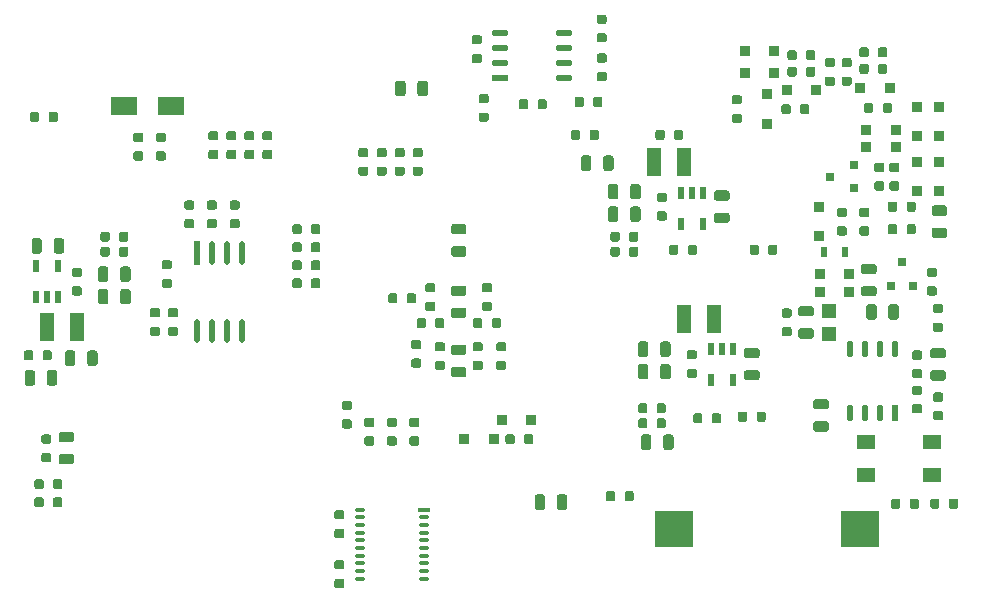
<source format=gbp>
G04 #@! TF.GenerationSoftware,KiCad,Pcbnew,5.0.1+dfsg1-2*
G04 #@! TF.CreationDate,2018-10-26T11:48:04+02:00*
G04 #@! TF.ProjectId,ulx3s,756C7833732E6B696361645F70636200,v3.0.4*
G04 #@! TF.SameCoordinates,Original*
G04 #@! TF.FileFunction,Paste,Bot*
G04 #@! TF.FilePolarity,Positive*
%FSLAX46Y46*%
G04 Gerber Fmt 4.6, Leading zero omitted, Abs format (unit mm)*
G04 Created by KiCad (PCBNEW 5.0.1+dfsg1-2) date petak, 26. listopada 2018. 11:48:04 CEST*
%MOMM*%
%LPD*%
G01*
G04 APERTURE LIST*
%ADD10O,1.000000X0.300000*%
%ADD11R,1.000000X0.300000*%
%ADD12R,1.200000X2.400000*%
%ADD13R,1.600000X1.200000*%
%ADD14R,3.300000X3.100000*%
%ADD15C,0.100000*%
%ADD16C,0.875000*%
%ADD17C,0.775000*%
%ADD18R,0.800000X0.700000*%
%ADD19R,0.900000X0.900000*%
%ADD20R,0.600000X1.100000*%
%ADD21R,0.500000X1.450000*%
%ADD22O,0.500000X1.450000*%
%ADD23R,1.450000X0.500000*%
%ADD24O,1.450000X0.500000*%
%ADD25R,0.500000X2.000000*%
%ADD26O,0.500000X2.000000*%
%ADD27R,0.570000X0.900000*%
%ADD28R,2.200000X1.500000*%
%ADD29R,0.700000X0.800000*%
%ADD30R,1.300000X1.195000*%
G04 APERTURE END LIST*
D10*
G04 #@! TO.C,U6*
X130135000Y-104215000D03*
X130135000Y-104865000D03*
X130135000Y-105515000D03*
X130135000Y-106165000D03*
X130135000Y-106815000D03*
X130135000Y-107465000D03*
X130135000Y-108115000D03*
X130135000Y-108765000D03*
X130135000Y-109415000D03*
X130135000Y-110065000D03*
X135535000Y-110065000D03*
X135535000Y-109415000D03*
X135535000Y-108765000D03*
X135535000Y-108115000D03*
X135535000Y-107465000D03*
X135535000Y-106815000D03*
X135535000Y-106165000D03*
X135535000Y-105515000D03*
X135535000Y-104865000D03*
D11*
X135535000Y-104215000D03*
G04 #@! TD*
D12*
G04 #@! TO.C,L3*
X157600000Y-74755000D03*
X155060000Y-74755000D03*
G04 #@! TD*
G04 #@! TO.C,L1*
X160140000Y-88090000D03*
X157600000Y-88090000D03*
G04 #@! TD*
G04 #@! TO.C,L2*
X103625000Y-88725000D03*
X106165000Y-88725000D03*
G04 #@! TD*
D13*
G04 #@! TO.C,Y2*
X178576000Y-98522000D03*
X172976000Y-98522000D03*
X172976000Y-101322000D03*
X178576000Y-101322000D03*
G04 #@! TD*
D14*
G04 #@! TO.C,BAT1*
X172485000Y-105870000D03*
X156685000Y-105870000D03*
G04 #@! TD*
D15*
G04 #@! TO.C,C1*
G36*
X104881191Y-81236053D02*
X104902426Y-81239203D01*
X104923250Y-81244419D01*
X104943462Y-81251651D01*
X104962868Y-81260830D01*
X104981281Y-81271866D01*
X104998524Y-81284654D01*
X105014430Y-81299070D01*
X105028846Y-81314976D01*
X105041634Y-81332219D01*
X105052670Y-81350632D01*
X105061849Y-81370038D01*
X105069081Y-81390250D01*
X105074297Y-81411074D01*
X105077447Y-81432309D01*
X105078500Y-81453750D01*
X105078500Y-82316250D01*
X105077447Y-82337691D01*
X105074297Y-82358926D01*
X105069081Y-82379750D01*
X105061849Y-82399962D01*
X105052670Y-82419368D01*
X105041634Y-82437781D01*
X105028846Y-82455024D01*
X105014430Y-82470930D01*
X104998524Y-82485346D01*
X104981281Y-82498134D01*
X104962868Y-82509170D01*
X104943462Y-82518349D01*
X104923250Y-82525581D01*
X104902426Y-82530797D01*
X104881191Y-82533947D01*
X104859750Y-82535000D01*
X104422250Y-82535000D01*
X104400809Y-82533947D01*
X104379574Y-82530797D01*
X104358750Y-82525581D01*
X104338538Y-82518349D01*
X104319132Y-82509170D01*
X104300719Y-82498134D01*
X104283476Y-82485346D01*
X104267570Y-82470930D01*
X104253154Y-82455024D01*
X104240366Y-82437781D01*
X104229330Y-82419368D01*
X104220151Y-82399962D01*
X104212919Y-82379750D01*
X104207703Y-82358926D01*
X104204553Y-82337691D01*
X104203500Y-82316250D01*
X104203500Y-81453750D01*
X104204553Y-81432309D01*
X104207703Y-81411074D01*
X104212919Y-81390250D01*
X104220151Y-81370038D01*
X104229330Y-81350632D01*
X104240366Y-81332219D01*
X104253154Y-81314976D01*
X104267570Y-81299070D01*
X104283476Y-81284654D01*
X104300719Y-81271866D01*
X104319132Y-81260830D01*
X104338538Y-81251651D01*
X104358750Y-81244419D01*
X104379574Y-81239203D01*
X104400809Y-81236053D01*
X104422250Y-81235000D01*
X104859750Y-81235000D01*
X104881191Y-81236053D01*
X104881191Y-81236053D01*
G37*
D16*
X104641000Y-81885000D03*
D15*
G36*
X103006191Y-81236053D02*
X103027426Y-81239203D01*
X103048250Y-81244419D01*
X103068462Y-81251651D01*
X103087868Y-81260830D01*
X103106281Y-81271866D01*
X103123524Y-81284654D01*
X103139430Y-81299070D01*
X103153846Y-81314976D01*
X103166634Y-81332219D01*
X103177670Y-81350632D01*
X103186849Y-81370038D01*
X103194081Y-81390250D01*
X103199297Y-81411074D01*
X103202447Y-81432309D01*
X103203500Y-81453750D01*
X103203500Y-82316250D01*
X103202447Y-82337691D01*
X103199297Y-82358926D01*
X103194081Y-82379750D01*
X103186849Y-82399962D01*
X103177670Y-82419368D01*
X103166634Y-82437781D01*
X103153846Y-82455024D01*
X103139430Y-82470930D01*
X103123524Y-82485346D01*
X103106281Y-82498134D01*
X103087868Y-82509170D01*
X103068462Y-82518349D01*
X103048250Y-82525581D01*
X103027426Y-82530797D01*
X103006191Y-82533947D01*
X102984750Y-82535000D01*
X102547250Y-82535000D01*
X102525809Y-82533947D01*
X102504574Y-82530797D01*
X102483750Y-82525581D01*
X102463538Y-82518349D01*
X102444132Y-82509170D01*
X102425719Y-82498134D01*
X102408476Y-82485346D01*
X102392570Y-82470930D01*
X102378154Y-82455024D01*
X102365366Y-82437781D01*
X102354330Y-82419368D01*
X102345151Y-82399962D01*
X102337919Y-82379750D01*
X102332703Y-82358926D01*
X102329553Y-82337691D01*
X102328500Y-82316250D01*
X102328500Y-81453750D01*
X102329553Y-81432309D01*
X102332703Y-81411074D01*
X102337919Y-81390250D01*
X102345151Y-81370038D01*
X102354330Y-81350632D01*
X102365366Y-81332219D01*
X102378154Y-81314976D01*
X102392570Y-81299070D01*
X102408476Y-81284654D01*
X102425719Y-81271866D01*
X102444132Y-81260830D01*
X102463538Y-81251651D01*
X102483750Y-81244419D01*
X102504574Y-81239203D01*
X102525809Y-81236053D01*
X102547250Y-81235000D01*
X102984750Y-81235000D01*
X103006191Y-81236053D01*
X103006191Y-81236053D01*
G37*
D16*
X102766000Y-81885000D03*
G04 #@! TD*
D15*
G04 #@! TO.C,R9*
G36*
X128640241Y-110080933D02*
X128659049Y-110083723D01*
X128677493Y-110088343D01*
X128695395Y-110094748D01*
X128712583Y-110102878D01*
X128728892Y-110112653D01*
X128744164Y-110123979D01*
X128758252Y-110136748D01*
X128771021Y-110150836D01*
X128782347Y-110166108D01*
X128792122Y-110182417D01*
X128800252Y-110199605D01*
X128806657Y-110217507D01*
X128811277Y-110235951D01*
X128814067Y-110254759D01*
X128815000Y-110273750D01*
X128815000Y-110661250D01*
X128814067Y-110680241D01*
X128811277Y-110699049D01*
X128806657Y-110717493D01*
X128800252Y-110735395D01*
X128792122Y-110752583D01*
X128782347Y-110768892D01*
X128771021Y-110784164D01*
X128758252Y-110798252D01*
X128744164Y-110811021D01*
X128728892Y-110822347D01*
X128712583Y-110832122D01*
X128695395Y-110840252D01*
X128677493Y-110846657D01*
X128659049Y-110851277D01*
X128640241Y-110854067D01*
X128621250Y-110855000D01*
X128158750Y-110855000D01*
X128139759Y-110854067D01*
X128120951Y-110851277D01*
X128102507Y-110846657D01*
X128084605Y-110840252D01*
X128067417Y-110832122D01*
X128051108Y-110822347D01*
X128035836Y-110811021D01*
X128021748Y-110798252D01*
X128008979Y-110784164D01*
X127997653Y-110768892D01*
X127987878Y-110752583D01*
X127979748Y-110735395D01*
X127973343Y-110717493D01*
X127968723Y-110699049D01*
X127965933Y-110680241D01*
X127965000Y-110661250D01*
X127965000Y-110273750D01*
X127965933Y-110254759D01*
X127968723Y-110235951D01*
X127973343Y-110217507D01*
X127979748Y-110199605D01*
X127987878Y-110182417D01*
X127997653Y-110166108D01*
X128008979Y-110150836D01*
X128021748Y-110136748D01*
X128035836Y-110123979D01*
X128051108Y-110112653D01*
X128067417Y-110102878D01*
X128084605Y-110094748D01*
X128102507Y-110088343D01*
X128120951Y-110083723D01*
X128139759Y-110080933D01*
X128158750Y-110080000D01*
X128621250Y-110080000D01*
X128640241Y-110080933D01*
X128640241Y-110080933D01*
G37*
D17*
X128390000Y-110467500D03*
D15*
G36*
X128640241Y-108505933D02*
X128659049Y-108508723D01*
X128677493Y-108513343D01*
X128695395Y-108519748D01*
X128712583Y-108527878D01*
X128728892Y-108537653D01*
X128744164Y-108548979D01*
X128758252Y-108561748D01*
X128771021Y-108575836D01*
X128782347Y-108591108D01*
X128792122Y-108607417D01*
X128800252Y-108624605D01*
X128806657Y-108642507D01*
X128811277Y-108660951D01*
X128814067Y-108679759D01*
X128815000Y-108698750D01*
X128815000Y-109086250D01*
X128814067Y-109105241D01*
X128811277Y-109124049D01*
X128806657Y-109142493D01*
X128800252Y-109160395D01*
X128792122Y-109177583D01*
X128782347Y-109193892D01*
X128771021Y-109209164D01*
X128758252Y-109223252D01*
X128744164Y-109236021D01*
X128728892Y-109247347D01*
X128712583Y-109257122D01*
X128695395Y-109265252D01*
X128677493Y-109271657D01*
X128659049Y-109276277D01*
X128640241Y-109279067D01*
X128621250Y-109280000D01*
X128158750Y-109280000D01*
X128139759Y-109279067D01*
X128120951Y-109276277D01*
X128102507Y-109271657D01*
X128084605Y-109265252D01*
X128067417Y-109257122D01*
X128051108Y-109247347D01*
X128035836Y-109236021D01*
X128021748Y-109223252D01*
X128008979Y-109209164D01*
X127997653Y-109193892D01*
X127987878Y-109177583D01*
X127979748Y-109160395D01*
X127973343Y-109142493D01*
X127968723Y-109124049D01*
X127965933Y-109105241D01*
X127965000Y-109086250D01*
X127965000Y-108698750D01*
X127965933Y-108679759D01*
X127968723Y-108660951D01*
X127973343Y-108642507D01*
X127979748Y-108624605D01*
X127987878Y-108607417D01*
X127997653Y-108591108D01*
X128008979Y-108575836D01*
X128021748Y-108561748D01*
X128035836Y-108548979D01*
X128051108Y-108537653D01*
X128067417Y-108527878D01*
X128084605Y-108519748D01*
X128102507Y-108513343D01*
X128120951Y-108508723D01*
X128139759Y-108505933D01*
X128158750Y-108505000D01*
X128621250Y-108505000D01*
X128640241Y-108505933D01*
X128640241Y-108505933D01*
G37*
D17*
X128390000Y-108892500D03*
G04 #@! TD*
D15*
G04 #@! TO.C,R56*
G36*
X128640241Y-104271933D02*
X128659049Y-104274723D01*
X128677493Y-104279343D01*
X128695395Y-104285748D01*
X128712583Y-104293878D01*
X128728892Y-104303653D01*
X128744164Y-104314979D01*
X128758252Y-104327748D01*
X128771021Y-104341836D01*
X128782347Y-104357108D01*
X128792122Y-104373417D01*
X128800252Y-104390605D01*
X128806657Y-104408507D01*
X128811277Y-104426951D01*
X128814067Y-104445759D01*
X128815000Y-104464750D01*
X128815000Y-104852250D01*
X128814067Y-104871241D01*
X128811277Y-104890049D01*
X128806657Y-104908493D01*
X128800252Y-104926395D01*
X128792122Y-104943583D01*
X128782347Y-104959892D01*
X128771021Y-104975164D01*
X128758252Y-104989252D01*
X128744164Y-105002021D01*
X128728892Y-105013347D01*
X128712583Y-105023122D01*
X128695395Y-105031252D01*
X128677493Y-105037657D01*
X128659049Y-105042277D01*
X128640241Y-105045067D01*
X128621250Y-105046000D01*
X128158750Y-105046000D01*
X128139759Y-105045067D01*
X128120951Y-105042277D01*
X128102507Y-105037657D01*
X128084605Y-105031252D01*
X128067417Y-105023122D01*
X128051108Y-105013347D01*
X128035836Y-105002021D01*
X128021748Y-104989252D01*
X128008979Y-104975164D01*
X127997653Y-104959892D01*
X127987878Y-104943583D01*
X127979748Y-104926395D01*
X127973343Y-104908493D01*
X127968723Y-104890049D01*
X127965933Y-104871241D01*
X127965000Y-104852250D01*
X127965000Y-104464750D01*
X127965933Y-104445759D01*
X127968723Y-104426951D01*
X127973343Y-104408507D01*
X127979748Y-104390605D01*
X127987878Y-104373417D01*
X127997653Y-104357108D01*
X128008979Y-104341836D01*
X128021748Y-104327748D01*
X128035836Y-104314979D01*
X128051108Y-104303653D01*
X128067417Y-104293878D01*
X128084605Y-104285748D01*
X128102507Y-104279343D01*
X128120951Y-104274723D01*
X128139759Y-104271933D01*
X128158750Y-104271000D01*
X128621250Y-104271000D01*
X128640241Y-104271933D01*
X128640241Y-104271933D01*
G37*
D17*
X128390000Y-104658500D03*
D15*
G36*
X128640241Y-105846933D02*
X128659049Y-105849723D01*
X128677493Y-105854343D01*
X128695395Y-105860748D01*
X128712583Y-105868878D01*
X128728892Y-105878653D01*
X128744164Y-105889979D01*
X128758252Y-105902748D01*
X128771021Y-105916836D01*
X128782347Y-105932108D01*
X128792122Y-105948417D01*
X128800252Y-105965605D01*
X128806657Y-105983507D01*
X128811277Y-106001951D01*
X128814067Y-106020759D01*
X128815000Y-106039750D01*
X128815000Y-106427250D01*
X128814067Y-106446241D01*
X128811277Y-106465049D01*
X128806657Y-106483493D01*
X128800252Y-106501395D01*
X128792122Y-106518583D01*
X128782347Y-106534892D01*
X128771021Y-106550164D01*
X128758252Y-106564252D01*
X128744164Y-106577021D01*
X128728892Y-106588347D01*
X128712583Y-106598122D01*
X128695395Y-106606252D01*
X128677493Y-106612657D01*
X128659049Y-106617277D01*
X128640241Y-106620067D01*
X128621250Y-106621000D01*
X128158750Y-106621000D01*
X128139759Y-106620067D01*
X128120951Y-106617277D01*
X128102507Y-106612657D01*
X128084605Y-106606252D01*
X128067417Y-106598122D01*
X128051108Y-106588347D01*
X128035836Y-106577021D01*
X128021748Y-106564252D01*
X128008979Y-106550164D01*
X127997653Y-106534892D01*
X127987878Y-106518583D01*
X127979748Y-106501395D01*
X127973343Y-106483493D01*
X127968723Y-106465049D01*
X127965933Y-106446241D01*
X127965000Y-106427250D01*
X127965000Y-106039750D01*
X127965933Y-106020759D01*
X127968723Y-106001951D01*
X127973343Y-105983507D01*
X127979748Y-105965605D01*
X127987878Y-105948417D01*
X127997653Y-105932108D01*
X128008979Y-105916836D01*
X128021748Y-105902748D01*
X128035836Y-105889979D01*
X128051108Y-105878653D01*
X128067417Y-105868878D01*
X128084605Y-105860748D01*
X128102507Y-105854343D01*
X128120951Y-105849723D01*
X128139759Y-105846933D01*
X128158750Y-105846000D01*
X128621250Y-105846000D01*
X128640241Y-105846933D01*
X128640241Y-105846933D01*
G37*
D17*
X128390000Y-106233500D03*
G04 #@! TD*
D15*
G04 #@! TO.C,R55*
G36*
X134990241Y-98015933D02*
X135009049Y-98018723D01*
X135027493Y-98023343D01*
X135045395Y-98029748D01*
X135062583Y-98037878D01*
X135078892Y-98047653D01*
X135094164Y-98058979D01*
X135108252Y-98071748D01*
X135121021Y-98085836D01*
X135132347Y-98101108D01*
X135142122Y-98117417D01*
X135150252Y-98134605D01*
X135156657Y-98152507D01*
X135161277Y-98170951D01*
X135164067Y-98189759D01*
X135165000Y-98208750D01*
X135165000Y-98596250D01*
X135164067Y-98615241D01*
X135161277Y-98634049D01*
X135156657Y-98652493D01*
X135150252Y-98670395D01*
X135142122Y-98687583D01*
X135132347Y-98703892D01*
X135121021Y-98719164D01*
X135108252Y-98733252D01*
X135094164Y-98746021D01*
X135078892Y-98757347D01*
X135062583Y-98767122D01*
X135045395Y-98775252D01*
X135027493Y-98781657D01*
X135009049Y-98786277D01*
X134990241Y-98789067D01*
X134971250Y-98790000D01*
X134508750Y-98790000D01*
X134489759Y-98789067D01*
X134470951Y-98786277D01*
X134452507Y-98781657D01*
X134434605Y-98775252D01*
X134417417Y-98767122D01*
X134401108Y-98757347D01*
X134385836Y-98746021D01*
X134371748Y-98733252D01*
X134358979Y-98719164D01*
X134347653Y-98703892D01*
X134337878Y-98687583D01*
X134329748Y-98670395D01*
X134323343Y-98652493D01*
X134318723Y-98634049D01*
X134315933Y-98615241D01*
X134315000Y-98596250D01*
X134315000Y-98208750D01*
X134315933Y-98189759D01*
X134318723Y-98170951D01*
X134323343Y-98152507D01*
X134329748Y-98134605D01*
X134337878Y-98117417D01*
X134347653Y-98101108D01*
X134358979Y-98085836D01*
X134371748Y-98071748D01*
X134385836Y-98058979D01*
X134401108Y-98047653D01*
X134417417Y-98037878D01*
X134434605Y-98029748D01*
X134452507Y-98023343D01*
X134470951Y-98018723D01*
X134489759Y-98015933D01*
X134508750Y-98015000D01*
X134971250Y-98015000D01*
X134990241Y-98015933D01*
X134990241Y-98015933D01*
G37*
D17*
X134740000Y-98402500D03*
D15*
G36*
X134990241Y-96440933D02*
X135009049Y-96443723D01*
X135027493Y-96448343D01*
X135045395Y-96454748D01*
X135062583Y-96462878D01*
X135078892Y-96472653D01*
X135094164Y-96483979D01*
X135108252Y-96496748D01*
X135121021Y-96510836D01*
X135132347Y-96526108D01*
X135142122Y-96542417D01*
X135150252Y-96559605D01*
X135156657Y-96577507D01*
X135161277Y-96595951D01*
X135164067Y-96614759D01*
X135165000Y-96633750D01*
X135165000Y-97021250D01*
X135164067Y-97040241D01*
X135161277Y-97059049D01*
X135156657Y-97077493D01*
X135150252Y-97095395D01*
X135142122Y-97112583D01*
X135132347Y-97128892D01*
X135121021Y-97144164D01*
X135108252Y-97158252D01*
X135094164Y-97171021D01*
X135078892Y-97182347D01*
X135062583Y-97192122D01*
X135045395Y-97200252D01*
X135027493Y-97206657D01*
X135009049Y-97211277D01*
X134990241Y-97214067D01*
X134971250Y-97215000D01*
X134508750Y-97215000D01*
X134489759Y-97214067D01*
X134470951Y-97211277D01*
X134452507Y-97206657D01*
X134434605Y-97200252D01*
X134417417Y-97192122D01*
X134401108Y-97182347D01*
X134385836Y-97171021D01*
X134371748Y-97158252D01*
X134358979Y-97144164D01*
X134347653Y-97128892D01*
X134337878Y-97112583D01*
X134329748Y-97095395D01*
X134323343Y-97077493D01*
X134318723Y-97059049D01*
X134315933Y-97040241D01*
X134315000Y-97021250D01*
X134315000Y-96633750D01*
X134315933Y-96614759D01*
X134318723Y-96595951D01*
X134323343Y-96577507D01*
X134329748Y-96559605D01*
X134337878Y-96542417D01*
X134347653Y-96526108D01*
X134358979Y-96510836D01*
X134371748Y-96496748D01*
X134385836Y-96483979D01*
X134401108Y-96472653D01*
X134417417Y-96462878D01*
X134434605Y-96454748D01*
X134452507Y-96448343D01*
X134470951Y-96443723D01*
X134489759Y-96440933D01*
X134508750Y-96440000D01*
X134971250Y-96440000D01*
X134990241Y-96440933D01*
X134990241Y-96440933D01*
G37*
D17*
X134740000Y-96827500D03*
G04 #@! TD*
D15*
G04 #@! TO.C,R32*
G36*
X133085241Y-96440933D02*
X133104049Y-96443723D01*
X133122493Y-96448343D01*
X133140395Y-96454748D01*
X133157583Y-96462878D01*
X133173892Y-96472653D01*
X133189164Y-96483979D01*
X133203252Y-96496748D01*
X133216021Y-96510836D01*
X133227347Y-96526108D01*
X133237122Y-96542417D01*
X133245252Y-96559605D01*
X133251657Y-96577507D01*
X133256277Y-96595951D01*
X133259067Y-96614759D01*
X133260000Y-96633750D01*
X133260000Y-97021250D01*
X133259067Y-97040241D01*
X133256277Y-97059049D01*
X133251657Y-97077493D01*
X133245252Y-97095395D01*
X133237122Y-97112583D01*
X133227347Y-97128892D01*
X133216021Y-97144164D01*
X133203252Y-97158252D01*
X133189164Y-97171021D01*
X133173892Y-97182347D01*
X133157583Y-97192122D01*
X133140395Y-97200252D01*
X133122493Y-97206657D01*
X133104049Y-97211277D01*
X133085241Y-97214067D01*
X133066250Y-97215000D01*
X132603750Y-97215000D01*
X132584759Y-97214067D01*
X132565951Y-97211277D01*
X132547507Y-97206657D01*
X132529605Y-97200252D01*
X132512417Y-97192122D01*
X132496108Y-97182347D01*
X132480836Y-97171021D01*
X132466748Y-97158252D01*
X132453979Y-97144164D01*
X132442653Y-97128892D01*
X132432878Y-97112583D01*
X132424748Y-97095395D01*
X132418343Y-97077493D01*
X132413723Y-97059049D01*
X132410933Y-97040241D01*
X132410000Y-97021250D01*
X132410000Y-96633750D01*
X132410933Y-96614759D01*
X132413723Y-96595951D01*
X132418343Y-96577507D01*
X132424748Y-96559605D01*
X132432878Y-96542417D01*
X132442653Y-96526108D01*
X132453979Y-96510836D01*
X132466748Y-96496748D01*
X132480836Y-96483979D01*
X132496108Y-96472653D01*
X132512417Y-96462878D01*
X132529605Y-96454748D01*
X132547507Y-96448343D01*
X132565951Y-96443723D01*
X132584759Y-96440933D01*
X132603750Y-96440000D01*
X133066250Y-96440000D01*
X133085241Y-96440933D01*
X133085241Y-96440933D01*
G37*
D17*
X132835000Y-96827500D03*
D15*
G36*
X133085241Y-98015933D02*
X133104049Y-98018723D01*
X133122493Y-98023343D01*
X133140395Y-98029748D01*
X133157583Y-98037878D01*
X133173892Y-98047653D01*
X133189164Y-98058979D01*
X133203252Y-98071748D01*
X133216021Y-98085836D01*
X133227347Y-98101108D01*
X133237122Y-98117417D01*
X133245252Y-98134605D01*
X133251657Y-98152507D01*
X133256277Y-98170951D01*
X133259067Y-98189759D01*
X133260000Y-98208750D01*
X133260000Y-98596250D01*
X133259067Y-98615241D01*
X133256277Y-98634049D01*
X133251657Y-98652493D01*
X133245252Y-98670395D01*
X133237122Y-98687583D01*
X133227347Y-98703892D01*
X133216021Y-98719164D01*
X133203252Y-98733252D01*
X133189164Y-98746021D01*
X133173892Y-98757347D01*
X133157583Y-98767122D01*
X133140395Y-98775252D01*
X133122493Y-98781657D01*
X133104049Y-98786277D01*
X133085241Y-98789067D01*
X133066250Y-98790000D01*
X132603750Y-98790000D01*
X132584759Y-98789067D01*
X132565951Y-98786277D01*
X132547507Y-98781657D01*
X132529605Y-98775252D01*
X132512417Y-98767122D01*
X132496108Y-98757347D01*
X132480836Y-98746021D01*
X132466748Y-98733252D01*
X132453979Y-98719164D01*
X132442653Y-98703892D01*
X132432878Y-98687583D01*
X132424748Y-98670395D01*
X132418343Y-98652493D01*
X132413723Y-98634049D01*
X132410933Y-98615241D01*
X132410000Y-98596250D01*
X132410000Y-98208750D01*
X132410933Y-98189759D01*
X132413723Y-98170951D01*
X132418343Y-98152507D01*
X132424748Y-98134605D01*
X132432878Y-98117417D01*
X132442653Y-98101108D01*
X132453979Y-98085836D01*
X132466748Y-98071748D01*
X132480836Y-98058979D01*
X132496108Y-98047653D01*
X132512417Y-98037878D01*
X132529605Y-98029748D01*
X132547507Y-98023343D01*
X132565951Y-98018723D01*
X132584759Y-98015933D01*
X132603750Y-98015000D01*
X133066250Y-98015000D01*
X133085241Y-98015933D01*
X133085241Y-98015933D01*
G37*
D17*
X132835000Y-98402500D03*
G04 #@! TD*
D15*
G04 #@! TO.C,R33*
G36*
X131180241Y-96440933D02*
X131199049Y-96443723D01*
X131217493Y-96448343D01*
X131235395Y-96454748D01*
X131252583Y-96462878D01*
X131268892Y-96472653D01*
X131284164Y-96483979D01*
X131298252Y-96496748D01*
X131311021Y-96510836D01*
X131322347Y-96526108D01*
X131332122Y-96542417D01*
X131340252Y-96559605D01*
X131346657Y-96577507D01*
X131351277Y-96595951D01*
X131354067Y-96614759D01*
X131355000Y-96633750D01*
X131355000Y-97021250D01*
X131354067Y-97040241D01*
X131351277Y-97059049D01*
X131346657Y-97077493D01*
X131340252Y-97095395D01*
X131332122Y-97112583D01*
X131322347Y-97128892D01*
X131311021Y-97144164D01*
X131298252Y-97158252D01*
X131284164Y-97171021D01*
X131268892Y-97182347D01*
X131252583Y-97192122D01*
X131235395Y-97200252D01*
X131217493Y-97206657D01*
X131199049Y-97211277D01*
X131180241Y-97214067D01*
X131161250Y-97215000D01*
X130698750Y-97215000D01*
X130679759Y-97214067D01*
X130660951Y-97211277D01*
X130642507Y-97206657D01*
X130624605Y-97200252D01*
X130607417Y-97192122D01*
X130591108Y-97182347D01*
X130575836Y-97171021D01*
X130561748Y-97158252D01*
X130548979Y-97144164D01*
X130537653Y-97128892D01*
X130527878Y-97112583D01*
X130519748Y-97095395D01*
X130513343Y-97077493D01*
X130508723Y-97059049D01*
X130505933Y-97040241D01*
X130505000Y-97021250D01*
X130505000Y-96633750D01*
X130505933Y-96614759D01*
X130508723Y-96595951D01*
X130513343Y-96577507D01*
X130519748Y-96559605D01*
X130527878Y-96542417D01*
X130537653Y-96526108D01*
X130548979Y-96510836D01*
X130561748Y-96496748D01*
X130575836Y-96483979D01*
X130591108Y-96472653D01*
X130607417Y-96462878D01*
X130624605Y-96454748D01*
X130642507Y-96448343D01*
X130660951Y-96443723D01*
X130679759Y-96440933D01*
X130698750Y-96440000D01*
X131161250Y-96440000D01*
X131180241Y-96440933D01*
X131180241Y-96440933D01*
G37*
D17*
X130930000Y-96827500D03*
D15*
G36*
X131180241Y-98015933D02*
X131199049Y-98018723D01*
X131217493Y-98023343D01*
X131235395Y-98029748D01*
X131252583Y-98037878D01*
X131268892Y-98047653D01*
X131284164Y-98058979D01*
X131298252Y-98071748D01*
X131311021Y-98085836D01*
X131322347Y-98101108D01*
X131332122Y-98117417D01*
X131340252Y-98134605D01*
X131346657Y-98152507D01*
X131351277Y-98170951D01*
X131354067Y-98189759D01*
X131355000Y-98208750D01*
X131355000Y-98596250D01*
X131354067Y-98615241D01*
X131351277Y-98634049D01*
X131346657Y-98652493D01*
X131340252Y-98670395D01*
X131332122Y-98687583D01*
X131322347Y-98703892D01*
X131311021Y-98719164D01*
X131298252Y-98733252D01*
X131284164Y-98746021D01*
X131268892Y-98757347D01*
X131252583Y-98767122D01*
X131235395Y-98775252D01*
X131217493Y-98781657D01*
X131199049Y-98786277D01*
X131180241Y-98789067D01*
X131161250Y-98790000D01*
X130698750Y-98790000D01*
X130679759Y-98789067D01*
X130660951Y-98786277D01*
X130642507Y-98781657D01*
X130624605Y-98775252D01*
X130607417Y-98767122D01*
X130591108Y-98757347D01*
X130575836Y-98746021D01*
X130561748Y-98733252D01*
X130548979Y-98719164D01*
X130537653Y-98703892D01*
X130527878Y-98687583D01*
X130519748Y-98670395D01*
X130513343Y-98652493D01*
X130508723Y-98634049D01*
X130505933Y-98615241D01*
X130505000Y-98596250D01*
X130505000Y-98208750D01*
X130505933Y-98189759D01*
X130508723Y-98170951D01*
X130513343Y-98152507D01*
X130519748Y-98134605D01*
X130527878Y-98117417D01*
X130537653Y-98101108D01*
X130548979Y-98085836D01*
X130561748Y-98071748D01*
X130575836Y-98058979D01*
X130591108Y-98047653D01*
X130607417Y-98037878D01*
X130624605Y-98029748D01*
X130642507Y-98023343D01*
X130660951Y-98018723D01*
X130679759Y-98015933D01*
X130698750Y-98015000D01*
X131161250Y-98015000D01*
X131180241Y-98015933D01*
X131180241Y-98015933D01*
G37*
D17*
X130930000Y-98402500D03*
G04 #@! TD*
D15*
G04 #@! TO.C,R27*
G36*
X129275241Y-95000933D02*
X129294049Y-95003723D01*
X129312493Y-95008343D01*
X129330395Y-95014748D01*
X129347583Y-95022878D01*
X129363892Y-95032653D01*
X129379164Y-95043979D01*
X129393252Y-95056748D01*
X129406021Y-95070836D01*
X129417347Y-95086108D01*
X129427122Y-95102417D01*
X129435252Y-95119605D01*
X129441657Y-95137507D01*
X129446277Y-95155951D01*
X129449067Y-95174759D01*
X129450000Y-95193750D01*
X129450000Y-95581250D01*
X129449067Y-95600241D01*
X129446277Y-95619049D01*
X129441657Y-95637493D01*
X129435252Y-95655395D01*
X129427122Y-95672583D01*
X129417347Y-95688892D01*
X129406021Y-95704164D01*
X129393252Y-95718252D01*
X129379164Y-95731021D01*
X129363892Y-95742347D01*
X129347583Y-95752122D01*
X129330395Y-95760252D01*
X129312493Y-95766657D01*
X129294049Y-95771277D01*
X129275241Y-95774067D01*
X129256250Y-95775000D01*
X128793750Y-95775000D01*
X128774759Y-95774067D01*
X128755951Y-95771277D01*
X128737507Y-95766657D01*
X128719605Y-95760252D01*
X128702417Y-95752122D01*
X128686108Y-95742347D01*
X128670836Y-95731021D01*
X128656748Y-95718252D01*
X128643979Y-95704164D01*
X128632653Y-95688892D01*
X128622878Y-95672583D01*
X128614748Y-95655395D01*
X128608343Y-95637493D01*
X128603723Y-95619049D01*
X128600933Y-95600241D01*
X128600000Y-95581250D01*
X128600000Y-95193750D01*
X128600933Y-95174759D01*
X128603723Y-95155951D01*
X128608343Y-95137507D01*
X128614748Y-95119605D01*
X128622878Y-95102417D01*
X128632653Y-95086108D01*
X128643979Y-95070836D01*
X128656748Y-95056748D01*
X128670836Y-95043979D01*
X128686108Y-95032653D01*
X128702417Y-95022878D01*
X128719605Y-95014748D01*
X128737507Y-95008343D01*
X128755951Y-95003723D01*
X128774759Y-95000933D01*
X128793750Y-95000000D01*
X129256250Y-95000000D01*
X129275241Y-95000933D01*
X129275241Y-95000933D01*
G37*
D17*
X129025000Y-95387500D03*
D15*
G36*
X129275241Y-96575933D02*
X129294049Y-96578723D01*
X129312493Y-96583343D01*
X129330395Y-96589748D01*
X129347583Y-96597878D01*
X129363892Y-96607653D01*
X129379164Y-96618979D01*
X129393252Y-96631748D01*
X129406021Y-96645836D01*
X129417347Y-96661108D01*
X129427122Y-96677417D01*
X129435252Y-96694605D01*
X129441657Y-96712507D01*
X129446277Y-96730951D01*
X129449067Y-96749759D01*
X129450000Y-96768750D01*
X129450000Y-97156250D01*
X129449067Y-97175241D01*
X129446277Y-97194049D01*
X129441657Y-97212493D01*
X129435252Y-97230395D01*
X129427122Y-97247583D01*
X129417347Y-97263892D01*
X129406021Y-97279164D01*
X129393252Y-97293252D01*
X129379164Y-97306021D01*
X129363892Y-97317347D01*
X129347583Y-97327122D01*
X129330395Y-97335252D01*
X129312493Y-97341657D01*
X129294049Y-97346277D01*
X129275241Y-97349067D01*
X129256250Y-97350000D01*
X128793750Y-97350000D01*
X128774759Y-97349067D01*
X128755951Y-97346277D01*
X128737507Y-97341657D01*
X128719605Y-97335252D01*
X128702417Y-97327122D01*
X128686108Y-97317347D01*
X128670836Y-97306021D01*
X128656748Y-97293252D01*
X128643979Y-97279164D01*
X128632653Y-97263892D01*
X128622878Y-97247583D01*
X128614748Y-97230395D01*
X128608343Y-97212493D01*
X128603723Y-97194049D01*
X128600933Y-97175241D01*
X128600000Y-97156250D01*
X128600000Y-96768750D01*
X128600933Y-96749759D01*
X128603723Y-96730951D01*
X128608343Y-96712507D01*
X128614748Y-96694605D01*
X128622878Y-96677417D01*
X128632653Y-96661108D01*
X128643979Y-96645836D01*
X128656748Y-96631748D01*
X128670836Y-96618979D01*
X128686108Y-96607653D01*
X128702417Y-96597878D01*
X128719605Y-96589748D01*
X128737507Y-96583343D01*
X128755951Y-96578723D01*
X128774759Y-96575933D01*
X128793750Y-96575000D01*
X129256250Y-96575000D01*
X129275241Y-96575933D01*
X129275241Y-96575933D01*
G37*
D17*
X129025000Y-96962500D03*
G04 #@! TD*
D15*
G04 #@! TO.C,R40*
G36*
X168506241Y-65313933D02*
X168525049Y-65316723D01*
X168543493Y-65321343D01*
X168561395Y-65327748D01*
X168578583Y-65335878D01*
X168594892Y-65345653D01*
X168610164Y-65356979D01*
X168624252Y-65369748D01*
X168637021Y-65383836D01*
X168648347Y-65399108D01*
X168658122Y-65415417D01*
X168666252Y-65432605D01*
X168672657Y-65450507D01*
X168677277Y-65468951D01*
X168680067Y-65487759D01*
X168681000Y-65506750D01*
X168681000Y-65969250D01*
X168680067Y-65988241D01*
X168677277Y-66007049D01*
X168672657Y-66025493D01*
X168666252Y-66043395D01*
X168658122Y-66060583D01*
X168648347Y-66076892D01*
X168637021Y-66092164D01*
X168624252Y-66106252D01*
X168610164Y-66119021D01*
X168594892Y-66130347D01*
X168578583Y-66140122D01*
X168561395Y-66148252D01*
X168543493Y-66154657D01*
X168525049Y-66159277D01*
X168506241Y-66162067D01*
X168487250Y-66163000D01*
X168099750Y-66163000D01*
X168080759Y-66162067D01*
X168061951Y-66159277D01*
X168043507Y-66154657D01*
X168025605Y-66148252D01*
X168008417Y-66140122D01*
X167992108Y-66130347D01*
X167976836Y-66119021D01*
X167962748Y-66106252D01*
X167949979Y-66092164D01*
X167938653Y-66076892D01*
X167928878Y-66060583D01*
X167920748Y-66043395D01*
X167914343Y-66025493D01*
X167909723Y-66007049D01*
X167906933Y-65988241D01*
X167906000Y-65969250D01*
X167906000Y-65506750D01*
X167906933Y-65487759D01*
X167909723Y-65468951D01*
X167914343Y-65450507D01*
X167920748Y-65432605D01*
X167928878Y-65415417D01*
X167938653Y-65399108D01*
X167949979Y-65383836D01*
X167962748Y-65369748D01*
X167976836Y-65356979D01*
X167992108Y-65345653D01*
X168008417Y-65335878D01*
X168025605Y-65327748D01*
X168043507Y-65321343D01*
X168061951Y-65316723D01*
X168080759Y-65313933D01*
X168099750Y-65313000D01*
X168487250Y-65313000D01*
X168506241Y-65313933D01*
X168506241Y-65313933D01*
G37*
D17*
X168293500Y-65738000D03*
D15*
G36*
X166931241Y-65313933D02*
X166950049Y-65316723D01*
X166968493Y-65321343D01*
X166986395Y-65327748D01*
X167003583Y-65335878D01*
X167019892Y-65345653D01*
X167035164Y-65356979D01*
X167049252Y-65369748D01*
X167062021Y-65383836D01*
X167073347Y-65399108D01*
X167083122Y-65415417D01*
X167091252Y-65432605D01*
X167097657Y-65450507D01*
X167102277Y-65468951D01*
X167105067Y-65487759D01*
X167106000Y-65506750D01*
X167106000Y-65969250D01*
X167105067Y-65988241D01*
X167102277Y-66007049D01*
X167097657Y-66025493D01*
X167091252Y-66043395D01*
X167083122Y-66060583D01*
X167073347Y-66076892D01*
X167062021Y-66092164D01*
X167049252Y-66106252D01*
X167035164Y-66119021D01*
X167019892Y-66130347D01*
X167003583Y-66140122D01*
X166986395Y-66148252D01*
X166968493Y-66154657D01*
X166950049Y-66159277D01*
X166931241Y-66162067D01*
X166912250Y-66163000D01*
X166524750Y-66163000D01*
X166505759Y-66162067D01*
X166486951Y-66159277D01*
X166468507Y-66154657D01*
X166450605Y-66148252D01*
X166433417Y-66140122D01*
X166417108Y-66130347D01*
X166401836Y-66119021D01*
X166387748Y-66106252D01*
X166374979Y-66092164D01*
X166363653Y-66076892D01*
X166353878Y-66060583D01*
X166345748Y-66043395D01*
X166339343Y-66025493D01*
X166334723Y-66007049D01*
X166331933Y-65988241D01*
X166331000Y-65969250D01*
X166331000Y-65506750D01*
X166331933Y-65487759D01*
X166334723Y-65468951D01*
X166339343Y-65450507D01*
X166345748Y-65432605D01*
X166353878Y-65415417D01*
X166363653Y-65399108D01*
X166374979Y-65383836D01*
X166387748Y-65369748D01*
X166401836Y-65356979D01*
X166417108Y-65345653D01*
X166433417Y-65335878D01*
X166450605Y-65327748D01*
X166468507Y-65321343D01*
X166486951Y-65316723D01*
X166505759Y-65313933D01*
X166524750Y-65313000D01*
X166912250Y-65313000D01*
X166931241Y-65313933D01*
X166931241Y-65313933D01*
G37*
D17*
X166718500Y-65738000D03*
G04 #@! TD*
D15*
G04 #@! TO.C,R34*
G36*
X104752241Y-103175933D02*
X104771049Y-103178723D01*
X104789493Y-103183343D01*
X104807395Y-103189748D01*
X104824583Y-103197878D01*
X104840892Y-103207653D01*
X104856164Y-103218979D01*
X104870252Y-103231748D01*
X104883021Y-103245836D01*
X104894347Y-103261108D01*
X104904122Y-103277417D01*
X104912252Y-103294605D01*
X104918657Y-103312507D01*
X104923277Y-103330951D01*
X104926067Y-103349759D01*
X104927000Y-103368750D01*
X104927000Y-103831250D01*
X104926067Y-103850241D01*
X104923277Y-103869049D01*
X104918657Y-103887493D01*
X104912252Y-103905395D01*
X104904122Y-103922583D01*
X104894347Y-103938892D01*
X104883021Y-103954164D01*
X104870252Y-103968252D01*
X104856164Y-103981021D01*
X104840892Y-103992347D01*
X104824583Y-104002122D01*
X104807395Y-104010252D01*
X104789493Y-104016657D01*
X104771049Y-104021277D01*
X104752241Y-104024067D01*
X104733250Y-104025000D01*
X104345750Y-104025000D01*
X104326759Y-104024067D01*
X104307951Y-104021277D01*
X104289507Y-104016657D01*
X104271605Y-104010252D01*
X104254417Y-104002122D01*
X104238108Y-103992347D01*
X104222836Y-103981021D01*
X104208748Y-103968252D01*
X104195979Y-103954164D01*
X104184653Y-103938892D01*
X104174878Y-103922583D01*
X104166748Y-103905395D01*
X104160343Y-103887493D01*
X104155723Y-103869049D01*
X104152933Y-103850241D01*
X104152000Y-103831250D01*
X104152000Y-103368750D01*
X104152933Y-103349759D01*
X104155723Y-103330951D01*
X104160343Y-103312507D01*
X104166748Y-103294605D01*
X104174878Y-103277417D01*
X104184653Y-103261108D01*
X104195979Y-103245836D01*
X104208748Y-103231748D01*
X104222836Y-103218979D01*
X104238108Y-103207653D01*
X104254417Y-103197878D01*
X104271605Y-103189748D01*
X104289507Y-103183343D01*
X104307951Y-103178723D01*
X104326759Y-103175933D01*
X104345750Y-103175000D01*
X104733250Y-103175000D01*
X104752241Y-103175933D01*
X104752241Y-103175933D01*
G37*
D17*
X104539500Y-103600000D03*
D15*
G36*
X103177241Y-103175933D02*
X103196049Y-103178723D01*
X103214493Y-103183343D01*
X103232395Y-103189748D01*
X103249583Y-103197878D01*
X103265892Y-103207653D01*
X103281164Y-103218979D01*
X103295252Y-103231748D01*
X103308021Y-103245836D01*
X103319347Y-103261108D01*
X103329122Y-103277417D01*
X103337252Y-103294605D01*
X103343657Y-103312507D01*
X103348277Y-103330951D01*
X103351067Y-103349759D01*
X103352000Y-103368750D01*
X103352000Y-103831250D01*
X103351067Y-103850241D01*
X103348277Y-103869049D01*
X103343657Y-103887493D01*
X103337252Y-103905395D01*
X103329122Y-103922583D01*
X103319347Y-103938892D01*
X103308021Y-103954164D01*
X103295252Y-103968252D01*
X103281164Y-103981021D01*
X103265892Y-103992347D01*
X103249583Y-104002122D01*
X103232395Y-104010252D01*
X103214493Y-104016657D01*
X103196049Y-104021277D01*
X103177241Y-104024067D01*
X103158250Y-104025000D01*
X102770750Y-104025000D01*
X102751759Y-104024067D01*
X102732951Y-104021277D01*
X102714507Y-104016657D01*
X102696605Y-104010252D01*
X102679417Y-104002122D01*
X102663108Y-103992347D01*
X102647836Y-103981021D01*
X102633748Y-103968252D01*
X102620979Y-103954164D01*
X102609653Y-103938892D01*
X102599878Y-103922583D01*
X102591748Y-103905395D01*
X102585343Y-103887493D01*
X102580723Y-103869049D01*
X102577933Y-103850241D01*
X102577000Y-103831250D01*
X102577000Y-103368750D01*
X102577933Y-103349759D01*
X102580723Y-103330951D01*
X102585343Y-103312507D01*
X102591748Y-103294605D01*
X102599878Y-103277417D01*
X102609653Y-103261108D01*
X102620979Y-103245836D01*
X102633748Y-103231748D01*
X102647836Y-103218979D01*
X102663108Y-103207653D01*
X102679417Y-103197878D01*
X102696605Y-103189748D01*
X102714507Y-103183343D01*
X102732951Y-103178723D01*
X102751759Y-103175933D01*
X102770750Y-103175000D01*
X103158250Y-103175000D01*
X103177241Y-103175933D01*
X103177241Y-103175933D01*
G37*
D17*
X102964500Y-103600000D03*
G04 #@! TD*
D15*
G04 #@! TO.C,R35*
G36*
X103177241Y-101635933D02*
X103196049Y-101638723D01*
X103214493Y-101643343D01*
X103232395Y-101649748D01*
X103249583Y-101657878D01*
X103265892Y-101667653D01*
X103281164Y-101678979D01*
X103295252Y-101691748D01*
X103308021Y-101705836D01*
X103319347Y-101721108D01*
X103329122Y-101737417D01*
X103337252Y-101754605D01*
X103343657Y-101772507D01*
X103348277Y-101790951D01*
X103351067Y-101809759D01*
X103352000Y-101828750D01*
X103352000Y-102291250D01*
X103351067Y-102310241D01*
X103348277Y-102329049D01*
X103343657Y-102347493D01*
X103337252Y-102365395D01*
X103329122Y-102382583D01*
X103319347Y-102398892D01*
X103308021Y-102414164D01*
X103295252Y-102428252D01*
X103281164Y-102441021D01*
X103265892Y-102452347D01*
X103249583Y-102462122D01*
X103232395Y-102470252D01*
X103214493Y-102476657D01*
X103196049Y-102481277D01*
X103177241Y-102484067D01*
X103158250Y-102485000D01*
X102770750Y-102485000D01*
X102751759Y-102484067D01*
X102732951Y-102481277D01*
X102714507Y-102476657D01*
X102696605Y-102470252D01*
X102679417Y-102462122D01*
X102663108Y-102452347D01*
X102647836Y-102441021D01*
X102633748Y-102428252D01*
X102620979Y-102414164D01*
X102609653Y-102398892D01*
X102599878Y-102382583D01*
X102591748Y-102365395D01*
X102585343Y-102347493D01*
X102580723Y-102329049D01*
X102577933Y-102310241D01*
X102577000Y-102291250D01*
X102577000Y-101828750D01*
X102577933Y-101809759D01*
X102580723Y-101790951D01*
X102585343Y-101772507D01*
X102591748Y-101754605D01*
X102599878Y-101737417D01*
X102609653Y-101721108D01*
X102620979Y-101705836D01*
X102633748Y-101691748D01*
X102647836Y-101678979D01*
X102663108Y-101667653D01*
X102679417Y-101657878D01*
X102696605Y-101649748D01*
X102714507Y-101643343D01*
X102732951Y-101638723D01*
X102751759Y-101635933D01*
X102770750Y-101635000D01*
X103158250Y-101635000D01*
X103177241Y-101635933D01*
X103177241Y-101635933D01*
G37*
D17*
X102964500Y-102060000D03*
D15*
G36*
X104752241Y-101635933D02*
X104771049Y-101638723D01*
X104789493Y-101643343D01*
X104807395Y-101649748D01*
X104824583Y-101657878D01*
X104840892Y-101667653D01*
X104856164Y-101678979D01*
X104870252Y-101691748D01*
X104883021Y-101705836D01*
X104894347Y-101721108D01*
X104904122Y-101737417D01*
X104912252Y-101754605D01*
X104918657Y-101772507D01*
X104923277Y-101790951D01*
X104926067Y-101809759D01*
X104927000Y-101828750D01*
X104927000Y-102291250D01*
X104926067Y-102310241D01*
X104923277Y-102329049D01*
X104918657Y-102347493D01*
X104912252Y-102365395D01*
X104904122Y-102382583D01*
X104894347Y-102398892D01*
X104883021Y-102414164D01*
X104870252Y-102428252D01*
X104856164Y-102441021D01*
X104840892Y-102452347D01*
X104824583Y-102462122D01*
X104807395Y-102470252D01*
X104789493Y-102476657D01*
X104771049Y-102481277D01*
X104752241Y-102484067D01*
X104733250Y-102485000D01*
X104345750Y-102485000D01*
X104326759Y-102484067D01*
X104307951Y-102481277D01*
X104289507Y-102476657D01*
X104271605Y-102470252D01*
X104254417Y-102462122D01*
X104238108Y-102452347D01*
X104222836Y-102441021D01*
X104208748Y-102428252D01*
X104195979Y-102414164D01*
X104184653Y-102398892D01*
X104174878Y-102382583D01*
X104166748Y-102365395D01*
X104160343Y-102347493D01*
X104155723Y-102329049D01*
X104152933Y-102310241D01*
X104152000Y-102291250D01*
X104152000Y-101828750D01*
X104152933Y-101809759D01*
X104155723Y-101790951D01*
X104160343Y-101772507D01*
X104166748Y-101754605D01*
X104174878Y-101737417D01*
X104184653Y-101721108D01*
X104195979Y-101705836D01*
X104208748Y-101691748D01*
X104222836Y-101678979D01*
X104238108Y-101667653D01*
X104254417Y-101657878D01*
X104271605Y-101649748D01*
X104289507Y-101643343D01*
X104307951Y-101638723D01*
X104326759Y-101635933D01*
X104345750Y-101635000D01*
X104733250Y-101635000D01*
X104752241Y-101635933D01*
X104752241Y-101635933D01*
G37*
D17*
X104539500Y-102060000D03*
G04 #@! TD*
D15*
G04 #@! TO.C,C15*
G36*
X105728691Y-97638053D02*
X105749926Y-97641203D01*
X105770750Y-97646419D01*
X105790962Y-97653651D01*
X105810368Y-97662830D01*
X105828781Y-97673866D01*
X105846024Y-97686654D01*
X105861930Y-97701070D01*
X105876346Y-97716976D01*
X105889134Y-97734219D01*
X105900170Y-97752632D01*
X105909349Y-97772038D01*
X105916581Y-97792250D01*
X105921797Y-97813074D01*
X105924947Y-97834309D01*
X105926000Y-97855750D01*
X105926000Y-98293250D01*
X105924947Y-98314691D01*
X105921797Y-98335926D01*
X105916581Y-98356750D01*
X105909349Y-98376962D01*
X105900170Y-98396368D01*
X105889134Y-98414781D01*
X105876346Y-98432024D01*
X105861930Y-98447930D01*
X105846024Y-98462346D01*
X105828781Y-98475134D01*
X105810368Y-98486170D01*
X105790962Y-98495349D01*
X105770750Y-98502581D01*
X105749926Y-98507797D01*
X105728691Y-98510947D01*
X105707250Y-98512000D01*
X104844750Y-98512000D01*
X104823309Y-98510947D01*
X104802074Y-98507797D01*
X104781250Y-98502581D01*
X104761038Y-98495349D01*
X104741632Y-98486170D01*
X104723219Y-98475134D01*
X104705976Y-98462346D01*
X104690070Y-98447930D01*
X104675654Y-98432024D01*
X104662866Y-98414781D01*
X104651830Y-98396368D01*
X104642651Y-98376962D01*
X104635419Y-98356750D01*
X104630203Y-98335926D01*
X104627053Y-98314691D01*
X104626000Y-98293250D01*
X104626000Y-97855750D01*
X104627053Y-97834309D01*
X104630203Y-97813074D01*
X104635419Y-97792250D01*
X104642651Y-97772038D01*
X104651830Y-97752632D01*
X104662866Y-97734219D01*
X104675654Y-97716976D01*
X104690070Y-97701070D01*
X104705976Y-97686654D01*
X104723219Y-97673866D01*
X104741632Y-97662830D01*
X104761038Y-97653651D01*
X104781250Y-97646419D01*
X104802074Y-97641203D01*
X104823309Y-97638053D01*
X104844750Y-97637000D01*
X105707250Y-97637000D01*
X105728691Y-97638053D01*
X105728691Y-97638053D01*
G37*
D16*
X105276000Y-98074500D03*
D15*
G36*
X105728691Y-99513053D02*
X105749926Y-99516203D01*
X105770750Y-99521419D01*
X105790962Y-99528651D01*
X105810368Y-99537830D01*
X105828781Y-99548866D01*
X105846024Y-99561654D01*
X105861930Y-99576070D01*
X105876346Y-99591976D01*
X105889134Y-99609219D01*
X105900170Y-99627632D01*
X105909349Y-99647038D01*
X105916581Y-99667250D01*
X105921797Y-99688074D01*
X105924947Y-99709309D01*
X105926000Y-99730750D01*
X105926000Y-100168250D01*
X105924947Y-100189691D01*
X105921797Y-100210926D01*
X105916581Y-100231750D01*
X105909349Y-100251962D01*
X105900170Y-100271368D01*
X105889134Y-100289781D01*
X105876346Y-100307024D01*
X105861930Y-100322930D01*
X105846024Y-100337346D01*
X105828781Y-100350134D01*
X105810368Y-100361170D01*
X105790962Y-100370349D01*
X105770750Y-100377581D01*
X105749926Y-100382797D01*
X105728691Y-100385947D01*
X105707250Y-100387000D01*
X104844750Y-100387000D01*
X104823309Y-100385947D01*
X104802074Y-100382797D01*
X104781250Y-100377581D01*
X104761038Y-100370349D01*
X104741632Y-100361170D01*
X104723219Y-100350134D01*
X104705976Y-100337346D01*
X104690070Y-100322930D01*
X104675654Y-100307024D01*
X104662866Y-100289781D01*
X104651830Y-100271368D01*
X104642651Y-100251962D01*
X104635419Y-100231750D01*
X104630203Y-100210926D01*
X104627053Y-100189691D01*
X104626000Y-100168250D01*
X104626000Y-99730750D01*
X104627053Y-99709309D01*
X104630203Y-99688074D01*
X104635419Y-99667250D01*
X104642651Y-99647038D01*
X104651830Y-99627632D01*
X104662866Y-99609219D01*
X104675654Y-99591976D01*
X104690070Y-99576070D01*
X104705976Y-99561654D01*
X104723219Y-99548866D01*
X104741632Y-99537830D01*
X104761038Y-99528651D01*
X104781250Y-99521419D01*
X104802074Y-99516203D01*
X104823309Y-99513053D01*
X104844750Y-99512000D01*
X105707250Y-99512000D01*
X105728691Y-99513053D01*
X105728691Y-99513053D01*
G37*
D16*
X105276000Y-99949500D03*
G04 #@! TD*
D15*
G04 #@! TO.C,R38*
G36*
X103826741Y-97855933D02*
X103845549Y-97858723D01*
X103863993Y-97863343D01*
X103881895Y-97869748D01*
X103899083Y-97877878D01*
X103915392Y-97887653D01*
X103930664Y-97898979D01*
X103944752Y-97911748D01*
X103957521Y-97925836D01*
X103968847Y-97941108D01*
X103978622Y-97957417D01*
X103986752Y-97974605D01*
X103993157Y-97992507D01*
X103997777Y-98010951D01*
X104000567Y-98029759D01*
X104001500Y-98048750D01*
X104001500Y-98436250D01*
X104000567Y-98455241D01*
X103997777Y-98474049D01*
X103993157Y-98492493D01*
X103986752Y-98510395D01*
X103978622Y-98527583D01*
X103968847Y-98543892D01*
X103957521Y-98559164D01*
X103944752Y-98573252D01*
X103930664Y-98586021D01*
X103915392Y-98597347D01*
X103899083Y-98607122D01*
X103881895Y-98615252D01*
X103863993Y-98621657D01*
X103845549Y-98626277D01*
X103826741Y-98629067D01*
X103807750Y-98630000D01*
X103345250Y-98630000D01*
X103326259Y-98629067D01*
X103307451Y-98626277D01*
X103289007Y-98621657D01*
X103271105Y-98615252D01*
X103253917Y-98607122D01*
X103237608Y-98597347D01*
X103222336Y-98586021D01*
X103208248Y-98573252D01*
X103195479Y-98559164D01*
X103184153Y-98543892D01*
X103174378Y-98527583D01*
X103166248Y-98510395D01*
X103159843Y-98492493D01*
X103155223Y-98474049D01*
X103152433Y-98455241D01*
X103151500Y-98436250D01*
X103151500Y-98048750D01*
X103152433Y-98029759D01*
X103155223Y-98010951D01*
X103159843Y-97992507D01*
X103166248Y-97974605D01*
X103174378Y-97957417D01*
X103184153Y-97941108D01*
X103195479Y-97925836D01*
X103208248Y-97911748D01*
X103222336Y-97898979D01*
X103237608Y-97887653D01*
X103253917Y-97877878D01*
X103271105Y-97869748D01*
X103289007Y-97863343D01*
X103307451Y-97858723D01*
X103326259Y-97855933D01*
X103345250Y-97855000D01*
X103807750Y-97855000D01*
X103826741Y-97855933D01*
X103826741Y-97855933D01*
G37*
D17*
X103576500Y-98242500D03*
D15*
G36*
X103826741Y-99430933D02*
X103845549Y-99433723D01*
X103863993Y-99438343D01*
X103881895Y-99444748D01*
X103899083Y-99452878D01*
X103915392Y-99462653D01*
X103930664Y-99473979D01*
X103944752Y-99486748D01*
X103957521Y-99500836D01*
X103968847Y-99516108D01*
X103978622Y-99532417D01*
X103986752Y-99549605D01*
X103993157Y-99567507D01*
X103997777Y-99585951D01*
X104000567Y-99604759D01*
X104001500Y-99623750D01*
X104001500Y-100011250D01*
X104000567Y-100030241D01*
X103997777Y-100049049D01*
X103993157Y-100067493D01*
X103986752Y-100085395D01*
X103978622Y-100102583D01*
X103968847Y-100118892D01*
X103957521Y-100134164D01*
X103944752Y-100148252D01*
X103930664Y-100161021D01*
X103915392Y-100172347D01*
X103899083Y-100182122D01*
X103881895Y-100190252D01*
X103863993Y-100196657D01*
X103845549Y-100201277D01*
X103826741Y-100204067D01*
X103807750Y-100205000D01*
X103345250Y-100205000D01*
X103326259Y-100204067D01*
X103307451Y-100201277D01*
X103289007Y-100196657D01*
X103271105Y-100190252D01*
X103253917Y-100182122D01*
X103237608Y-100172347D01*
X103222336Y-100161021D01*
X103208248Y-100148252D01*
X103195479Y-100134164D01*
X103184153Y-100118892D01*
X103174378Y-100102583D01*
X103166248Y-100085395D01*
X103159843Y-100067493D01*
X103155223Y-100049049D01*
X103152433Y-100030241D01*
X103151500Y-100011250D01*
X103151500Y-99623750D01*
X103152433Y-99604759D01*
X103155223Y-99585951D01*
X103159843Y-99567507D01*
X103166248Y-99549605D01*
X103174378Y-99532417D01*
X103184153Y-99516108D01*
X103195479Y-99500836D01*
X103208248Y-99486748D01*
X103222336Y-99473979D01*
X103237608Y-99462653D01*
X103253917Y-99452878D01*
X103271105Y-99444748D01*
X103289007Y-99438343D01*
X103307451Y-99433723D01*
X103326259Y-99430933D01*
X103345250Y-99430000D01*
X103807750Y-99430000D01*
X103826741Y-99430933D01*
X103826741Y-99430933D01*
G37*
D17*
X103576500Y-99817500D03*
G04 #@! TD*
D15*
G04 #@! TO.C,C21*
G36*
X104294691Y-92412053D02*
X104315926Y-92415203D01*
X104336750Y-92420419D01*
X104356962Y-92427651D01*
X104376368Y-92436830D01*
X104394781Y-92447866D01*
X104412024Y-92460654D01*
X104427930Y-92475070D01*
X104442346Y-92490976D01*
X104455134Y-92508219D01*
X104466170Y-92526632D01*
X104475349Y-92546038D01*
X104482581Y-92566250D01*
X104487797Y-92587074D01*
X104490947Y-92608309D01*
X104492000Y-92629750D01*
X104492000Y-93492250D01*
X104490947Y-93513691D01*
X104487797Y-93534926D01*
X104482581Y-93555750D01*
X104475349Y-93575962D01*
X104466170Y-93595368D01*
X104455134Y-93613781D01*
X104442346Y-93631024D01*
X104427930Y-93646930D01*
X104412024Y-93661346D01*
X104394781Y-93674134D01*
X104376368Y-93685170D01*
X104356962Y-93694349D01*
X104336750Y-93701581D01*
X104315926Y-93706797D01*
X104294691Y-93709947D01*
X104273250Y-93711000D01*
X103835750Y-93711000D01*
X103814309Y-93709947D01*
X103793074Y-93706797D01*
X103772250Y-93701581D01*
X103752038Y-93694349D01*
X103732632Y-93685170D01*
X103714219Y-93674134D01*
X103696976Y-93661346D01*
X103681070Y-93646930D01*
X103666654Y-93631024D01*
X103653866Y-93613781D01*
X103642830Y-93595368D01*
X103633651Y-93575962D01*
X103626419Y-93555750D01*
X103621203Y-93534926D01*
X103618053Y-93513691D01*
X103617000Y-93492250D01*
X103617000Y-92629750D01*
X103618053Y-92608309D01*
X103621203Y-92587074D01*
X103626419Y-92566250D01*
X103633651Y-92546038D01*
X103642830Y-92526632D01*
X103653866Y-92508219D01*
X103666654Y-92490976D01*
X103681070Y-92475070D01*
X103696976Y-92460654D01*
X103714219Y-92447866D01*
X103732632Y-92436830D01*
X103752038Y-92427651D01*
X103772250Y-92420419D01*
X103793074Y-92415203D01*
X103814309Y-92412053D01*
X103835750Y-92411000D01*
X104273250Y-92411000D01*
X104294691Y-92412053D01*
X104294691Y-92412053D01*
G37*
D16*
X104054500Y-93061000D03*
D15*
G36*
X102419691Y-92412053D02*
X102440926Y-92415203D01*
X102461750Y-92420419D01*
X102481962Y-92427651D01*
X102501368Y-92436830D01*
X102519781Y-92447866D01*
X102537024Y-92460654D01*
X102552930Y-92475070D01*
X102567346Y-92490976D01*
X102580134Y-92508219D01*
X102591170Y-92526632D01*
X102600349Y-92546038D01*
X102607581Y-92566250D01*
X102612797Y-92587074D01*
X102615947Y-92608309D01*
X102617000Y-92629750D01*
X102617000Y-93492250D01*
X102615947Y-93513691D01*
X102612797Y-93534926D01*
X102607581Y-93555750D01*
X102600349Y-93575962D01*
X102591170Y-93595368D01*
X102580134Y-93613781D01*
X102567346Y-93631024D01*
X102552930Y-93646930D01*
X102537024Y-93661346D01*
X102519781Y-93674134D01*
X102501368Y-93685170D01*
X102481962Y-93694349D01*
X102461750Y-93701581D01*
X102440926Y-93706797D01*
X102419691Y-93709947D01*
X102398250Y-93711000D01*
X101960750Y-93711000D01*
X101939309Y-93709947D01*
X101918074Y-93706797D01*
X101897250Y-93701581D01*
X101877038Y-93694349D01*
X101857632Y-93685170D01*
X101839219Y-93674134D01*
X101821976Y-93661346D01*
X101806070Y-93646930D01*
X101791654Y-93631024D01*
X101778866Y-93613781D01*
X101767830Y-93595368D01*
X101758651Y-93575962D01*
X101751419Y-93555750D01*
X101746203Y-93534926D01*
X101743053Y-93513691D01*
X101742000Y-93492250D01*
X101742000Y-92629750D01*
X101743053Y-92608309D01*
X101746203Y-92587074D01*
X101751419Y-92566250D01*
X101758651Y-92546038D01*
X101767830Y-92526632D01*
X101778866Y-92508219D01*
X101791654Y-92490976D01*
X101806070Y-92475070D01*
X101821976Y-92460654D01*
X101839219Y-92447866D01*
X101857632Y-92436830D01*
X101877038Y-92427651D01*
X101897250Y-92420419D01*
X101918074Y-92415203D01*
X101939309Y-92412053D01*
X101960750Y-92411000D01*
X102398250Y-92411000D01*
X102419691Y-92412053D01*
X102419691Y-92412053D01*
G37*
D16*
X102179500Y-93061000D03*
G04 #@! TD*
D15*
G04 #@! TO.C,C49*
G36*
X103863241Y-90731933D02*
X103882049Y-90734723D01*
X103900493Y-90739343D01*
X103918395Y-90745748D01*
X103935583Y-90753878D01*
X103951892Y-90763653D01*
X103967164Y-90774979D01*
X103981252Y-90787748D01*
X103994021Y-90801836D01*
X104005347Y-90817108D01*
X104015122Y-90833417D01*
X104023252Y-90850605D01*
X104029657Y-90868507D01*
X104034277Y-90886951D01*
X104037067Y-90905759D01*
X104038000Y-90924750D01*
X104038000Y-91387250D01*
X104037067Y-91406241D01*
X104034277Y-91425049D01*
X104029657Y-91443493D01*
X104023252Y-91461395D01*
X104015122Y-91478583D01*
X104005347Y-91494892D01*
X103994021Y-91510164D01*
X103981252Y-91524252D01*
X103967164Y-91537021D01*
X103951892Y-91548347D01*
X103935583Y-91558122D01*
X103918395Y-91566252D01*
X103900493Y-91572657D01*
X103882049Y-91577277D01*
X103863241Y-91580067D01*
X103844250Y-91581000D01*
X103456750Y-91581000D01*
X103437759Y-91580067D01*
X103418951Y-91577277D01*
X103400507Y-91572657D01*
X103382605Y-91566252D01*
X103365417Y-91558122D01*
X103349108Y-91548347D01*
X103333836Y-91537021D01*
X103319748Y-91524252D01*
X103306979Y-91510164D01*
X103295653Y-91494892D01*
X103285878Y-91478583D01*
X103277748Y-91461395D01*
X103271343Y-91443493D01*
X103266723Y-91425049D01*
X103263933Y-91406241D01*
X103263000Y-91387250D01*
X103263000Y-90924750D01*
X103263933Y-90905759D01*
X103266723Y-90886951D01*
X103271343Y-90868507D01*
X103277748Y-90850605D01*
X103285878Y-90833417D01*
X103295653Y-90817108D01*
X103306979Y-90801836D01*
X103319748Y-90787748D01*
X103333836Y-90774979D01*
X103349108Y-90763653D01*
X103365417Y-90753878D01*
X103382605Y-90745748D01*
X103400507Y-90739343D01*
X103418951Y-90734723D01*
X103437759Y-90731933D01*
X103456750Y-90731000D01*
X103844250Y-90731000D01*
X103863241Y-90731933D01*
X103863241Y-90731933D01*
G37*
D17*
X103650500Y-91156000D03*
D15*
G36*
X102288241Y-90731933D02*
X102307049Y-90734723D01*
X102325493Y-90739343D01*
X102343395Y-90745748D01*
X102360583Y-90753878D01*
X102376892Y-90763653D01*
X102392164Y-90774979D01*
X102406252Y-90787748D01*
X102419021Y-90801836D01*
X102430347Y-90817108D01*
X102440122Y-90833417D01*
X102448252Y-90850605D01*
X102454657Y-90868507D01*
X102459277Y-90886951D01*
X102462067Y-90905759D01*
X102463000Y-90924750D01*
X102463000Y-91387250D01*
X102462067Y-91406241D01*
X102459277Y-91425049D01*
X102454657Y-91443493D01*
X102448252Y-91461395D01*
X102440122Y-91478583D01*
X102430347Y-91494892D01*
X102419021Y-91510164D01*
X102406252Y-91524252D01*
X102392164Y-91537021D01*
X102376892Y-91548347D01*
X102360583Y-91558122D01*
X102343395Y-91566252D01*
X102325493Y-91572657D01*
X102307049Y-91577277D01*
X102288241Y-91580067D01*
X102269250Y-91581000D01*
X101881750Y-91581000D01*
X101862759Y-91580067D01*
X101843951Y-91577277D01*
X101825507Y-91572657D01*
X101807605Y-91566252D01*
X101790417Y-91558122D01*
X101774108Y-91548347D01*
X101758836Y-91537021D01*
X101744748Y-91524252D01*
X101731979Y-91510164D01*
X101720653Y-91494892D01*
X101710878Y-91478583D01*
X101702748Y-91461395D01*
X101696343Y-91443493D01*
X101691723Y-91425049D01*
X101688933Y-91406241D01*
X101688000Y-91387250D01*
X101688000Y-90924750D01*
X101688933Y-90905759D01*
X101691723Y-90886951D01*
X101696343Y-90868507D01*
X101702748Y-90850605D01*
X101710878Y-90833417D01*
X101720653Y-90817108D01*
X101731979Y-90801836D01*
X101744748Y-90787748D01*
X101758836Y-90774979D01*
X101774108Y-90763653D01*
X101790417Y-90753878D01*
X101807605Y-90745748D01*
X101825507Y-90739343D01*
X101843951Y-90734723D01*
X101862759Y-90731933D01*
X101881750Y-90731000D01*
X102269250Y-90731000D01*
X102288241Y-90731933D01*
X102288241Y-90731933D01*
G37*
D17*
X102075500Y-91156000D03*
G04 #@! TD*
D15*
G04 #@! TO.C,C23*
G36*
X105848691Y-90743053D02*
X105869926Y-90746203D01*
X105890750Y-90751419D01*
X105910962Y-90758651D01*
X105930368Y-90767830D01*
X105948781Y-90778866D01*
X105966024Y-90791654D01*
X105981930Y-90806070D01*
X105996346Y-90821976D01*
X106009134Y-90839219D01*
X106020170Y-90857632D01*
X106029349Y-90877038D01*
X106036581Y-90897250D01*
X106041797Y-90918074D01*
X106044947Y-90939309D01*
X106046000Y-90960750D01*
X106046000Y-91823250D01*
X106044947Y-91844691D01*
X106041797Y-91865926D01*
X106036581Y-91886750D01*
X106029349Y-91906962D01*
X106020170Y-91926368D01*
X106009134Y-91944781D01*
X105996346Y-91962024D01*
X105981930Y-91977930D01*
X105966024Y-91992346D01*
X105948781Y-92005134D01*
X105930368Y-92016170D01*
X105910962Y-92025349D01*
X105890750Y-92032581D01*
X105869926Y-92037797D01*
X105848691Y-92040947D01*
X105827250Y-92042000D01*
X105389750Y-92042000D01*
X105368309Y-92040947D01*
X105347074Y-92037797D01*
X105326250Y-92032581D01*
X105306038Y-92025349D01*
X105286632Y-92016170D01*
X105268219Y-92005134D01*
X105250976Y-91992346D01*
X105235070Y-91977930D01*
X105220654Y-91962024D01*
X105207866Y-91944781D01*
X105196830Y-91926368D01*
X105187651Y-91906962D01*
X105180419Y-91886750D01*
X105175203Y-91865926D01*
X105172053Y-91844691D01*
X105171000Y-91823250D01*
X105171000Y-90960750D01*
X105172053Y-90939309D01*
X105175203Y-90918074D01*
X105180419Y-90897250D01*
X105187651Y-90877038D01*
X105196830Y-90857632D01*
X105207866Y-90839219D01*
X105220654Y-90821976D01*
X105235070Y-90806070D01*
X105250976Y-90791654D01*
X105268219Y-90778866D01*
X105286632Y-90767830D01*
X105306038Y-90758651D01*
X105326250Y-90751419D01*
X105347074Y-90746203D01*
X105368309Y-90743053D01*
X105389750Y-90742000D01*
X105827250Y-90742000D01*
X105848691Y-90743053D01*
X105848691Y-90743053D01*
G37*
D16*
X105608500Y-91392000D03*
D15*
G36*
X107723691Y-90743053D02*
X107744926Y-90746203D01*
X107765750Y-90751419D01*
X107785962Y-90758651D01*
X107805368Y-90767830D01*
X107823781Y-90778866D01*
X107841024Y-90791654D01*
X107856930Y-90806070D01*
X107871346Y-90821976D01*
X107884134Y-90839219D01*
X107895170Y-90857632D01*
X107904349Y-90877038D01*
X107911581Y-90897250D01*
X107916797Y-90918074D01*
X107919947Y-90939309D01*
X107921000Y-90960750D01*
X107921000Y-91823250D01*
X107919947Y-91844691D01*
X107916797Y-91865926D01*
X107911581Y-91886750D01*
X107904349Y-91906962D01*
X107895170Y-91926368D01*
X107884134Y-91944781D01*
X107871346Y-91962024D01*
X107856930Y-91977930D01*
X107841024Y-91992346D01*
X107823781Y-92005134D01*
X107805368Y-92016170D01*
X107785962Y-92025349D01*
X107765750Y-92032581D01*
X107744926Y-92037797D01*
X107723691Y-92040947D01*
X107702250Y-92042000D01*
X107264750Y-92042000D01*
X107243309Y-92040947D01*
X107222074Y-92037797D01*
X107201250Y-92032581D01*
X107181038Y-92025349D01*
X107161632Y-92016170D01*
X107143219Y-92005134D01*
X107125976Y-91992346D01*
X107110070Y-91977930D01*
X107095654Y-91962024D01*
X107082866Y-91944781D01*
X107071830Y-91926368D01*
X107062651Y-91906962D01*
X107055419Y-91886750D01*
X107050203Y-91865926D01*
X107047053Y-91844691D01*
X107046000Y-91823250D01*
X107046000Y-90960750D01*
X107047053Y-90939309D01*
X107050203Y-90918074D01*
X107055419Y-90897250D01*
X107062651Y-90877038D01*
X107071830Y-90857632D01*
X107082866Y-90839219D01*
X107095654Y-90821976D01*
X107110070Y-90806070D01*
X107125976Y-90791654D01*
X107143219Y-90778866D01*
X107161632Y-90767830D01*
X107181038Y-90758651D01*
X107201250Y-90751419D01*
X107222074Y-90746203D01*
X107243309Y-90743053D01*
X107264750Y-90742000D01*
X107702250Y-90742000D01*
X107723691Y-90743053D01*
X107723691Y-90743053D01*
G37*
D16*
X107483500Y-91392000D03*
G04 #@! TD*
D15*
G04 #@! TO.C,RB2*
G36*
X106415241Y-83740933D02*
X106434049Y-83743723D01*
X106452493Y-83748343D01*
X106470395Y-83754748D01*
X106487583Y-83762878D01*
X106503892Y-83772653D01*
X106519164Y-83783979D01*
X106533252Y-83796748D01*
X106546021Y-83810836D01*
X106557347Y-83826108D01*
X106567122Y-83842417D01*
X106575252Y-83859605D01*
X106581657Y-83877507D01*
X106586277Y-83895951D01*
X106589067Y-83914759D01*
X106590000Y-83933750D01*
X106590000Y-84321250D01*
X106589067Y-84340241D01*
X106586277Y-84359049D01*
X106581657Y-84377493D01*
X106575252Y-84395395D01*
X106567122Y-84412583D01*
X106557347Y-84428892D01*
X106546021Y-84444164D01*
X106533252Y-84458252D01*
X106519164Y-84471021D01*
X106503892Y-84482347D01*
X106487583Y-84492122D01*
X106470395Y-84500252D01*
X106452493Y-84506657D01*
X106434049Y-84511277D01*
X106415241Y-84514067D01*
X106396250Y-84515000D01*
X105933750Y-84515000D01*
X105914759Y-84514067D01*
X105895951Y-84511277D01*
X105877507Y-84506657D01*
X105859605Y-84500252D01*
X105842417Y-84492122D01*
X105826108Y-84482347D01*
X105810836Y-84471021D01*
X105796748Y-84458252D01*
X105783979Y-84444164D01*
X105772653Y-84428892D01*
X105762878Y-84412583D01*
X105754748Y-84395395D01*
X105748343Y-84377493D01*
X105743723Y-84359049D01*
X105740933Y-84340241D01*
X105740000Y-84321250D01*
X105740000Y-83933750D01*
X105740933Y-83914759D01*
X105743723Y-83895951D01*
X105748343Y-83877507D01*
X105754748Y-83859605D01*
X105762878Y-83842417D01*
X105772653Y-83826108D01*
X105783979Y-83810836D01*
X105796748Y-83796748D01*
X105810836Y-83783979D01*
X105826108Y-83772653D01*
X105842417Y-83762878D01*
X105859605Y-83754748D01*
X105877507Y-83748343D01*
X105895951Y-83743723D01*
X105914759Y-83740933D01*
X105933750Y-83740000D01*
X106396250Y-83740000D01*
X106415241Y-83740933D01*
X106415241Y-83740933D01*
G37*
D17*
X106165000Y-84127500D03*
D15*
G36*
X106415241Y-85315933D02*
X106434049Y-85318723D01*
X106452493Y-85323343D01*
X106470395Y-85329748D01*
X106487583Y-85337878D01*
X106503892Y-85347653D01*
X106519164Y-85358979D01*
X106533252Y-85371748D01*
X106546021Y-85385836D01*
X106557347Y-85401108D01*
X106567122Y-85417417D01*
X106575252Y-85434605D01*
X106581657Y-85452507D01*
X106586277Y-85470951D01*
X106589067Y-85489759D01*
X106590000Y-85508750D01*
X106590000Y-85896250D01*
X106589067Y-85915241D01*
X106586277Y-85934049D01*
X106581657Y-85952493D01*
X106575252Y-85970395D01*
X106567122Y-85987583D01*
X106557347Y-86003892D01*
X106546021Y-86019164D01*
X106533252Y-86033252D01*
X106519164Y-86046021D01*
X106503892Y-86057347D01*
X106487583Y-86067122D01*
X106470395Y-86075252D01*
X106452493Y-86081657D01*
X106434049Y-86086277D01*
X106415241Y-86089067D01*
X106396250Y-86090000D01*
X105933750Y-86090000D01*
X105914759Y-86089067D01*
X105895951Y-86086277D01*
X105877507Y-86081657D01*
X105859605Y-86075252D01*
X105842417Y-86067122D01*
X105826108Y-86057347D01*
X105810836Y-86046021D01*
X105796748Y-86033252D01*
X105783979Y-86019164D01*
X105772653Y-86003892D01*
X105762878Y-85987583D01*
X105754748Y-85970395D01*
X105748343Y-85952493D01*
X105743723Y-85934049D01*
X105740933Y-85915241D01*
X105740000Y-85896250D01*
X105740000Y-85508750D01*
X105740933Y-85489759D01*
X105743723Y-85470951D01*
X105748343Y-85452507D01*
X105754748Y-85434605D01*
X105762878Y-85417417D01*
X105772653Y-85401108D01*
X105783979Y-85385836D01*
X105796748Y-85371748D01*
X105810836Y-85358979D01*
X105826108Y-85347653D01*
X105842417Y-85337878D01*
X105859605Y-85329748D01*
X105877507Y-85323343D01*
X105895951Y-85318723D01*
X105914759Y-85315933D01*
X105933750Y-85315000D01*
X106396250Y-85315000D01*
X106415241Y-85315933D01*
X106415241Y-85315933D01*
G37*
D17*
X106165000Y-85702500D03*
G04 #@! TD*
D15*
G04 #@! TO.C,C12*
G36*
X108642691Y-85536053D02*
X108663926Y-85539203D01*
X108684750Y-85544419D01*
X108704962Y-85551651D01*
X108724368Y-85560830D01*
X108742781Y-85571866D01*
X108760024Y-85584654D01*
X108775930Y-85599070D01*
X108790346Y-85614976D01*
X108803134Y-85632219D01*
X108814170Y-85650632D01*
X108823349Y-85670038D01*
X108830581Y-85690250D01*
X108835797Y-85711074D01*
X108838947Y-85732309D01*
X108840000Y-85753750D01*
X108840000Y-86616250D01*
X108838947Y-86637691D01*
X108835797Y-86658926D01*
X108830581Y-86679750D01*
X108823349Y-86699962D01*
X108814170Y-86719368D01*
X108803134Y-86737781D01*
X108790346Y-86755024D01*
X108775930Y-86770930D01*
X108760024Y-86785346D01*
X108742781Y-86798134D01*
X108724368Y-86809170D01*
X108704962Y-86818349D01*
X108684750Y-86825581D01*
X108663926Y-86830797D01*
X108642691Y-86833947D01*
X108621250Y-86835000D01*
X108183750Y-86835000D01*
X108162309Y-86833947D01*
X108141074Y-86830797D01*
X108120250Y-86825581D01*
X108100038Y-86818349D01*
X108080632Y-86809170D01*
X108062219Y-86798134D01*
X108044976Y-86785346D01*
X108029070Y-86770930D01*
X108014654Y-86755024D01*
X108001866Y-86737781D01*
X107990830Y-86719368D01*
X107981651Y-86699962D01*
X107974419Y-86679750D01*
X107969203Y-86658926D01*
X107966053Y-86637691D01*
X107965000Y-86616250D01*
X107965000Y-85753750D01*
X107966053Y-85732309D01*
X107969203Y-85711074D01*
X107974419Y-85690250D01*
X107981651Y-85670038D01*
X107990830Y-85650632D01*
X108001866Y-85632219D01*
X108014654Y-85614976D01*
X108029070Y-85599070D01*
X108044976Y-85584654D01*
X108062219Y-85571866D01*
X108080632Y-85560830D01*
X108100038Y-85551651D01*
X108120250Y-85544419D01*
X108141074Y-85539203D01*
X108162309Y-85536053D01*
X108183750Y-85535000D01*
X108621250Y-85535000D01*
X108642691Y-85536053D01*
X108642691Y-85536053D01*
G37*
D16*
X108402500Y-86185000D03*
D15*
G36*
X110517691Y-85536053D02*
X110538926Y-85539203D01*
X110559750Y-85544419D01*
X110579962Y-85551651D01*
X110599368Y-85560830D01*
X110617781Y-85571866D01*
X110635024Y-85584654D01*
X110650930Y-85599070D01*
X110665346Y-85614976D01*
X110678134Y-85632219D01*
X110689170Y-85650632D01*
X110698349Y-85670038D01*
X110705581Y-85690250D01*
X110710797Y-85711074D01*
X110713947Y-85732309D01*
X110715000Y-85753750D01*
X110715000Y-86616250D01*
X110713947Y-86637691D01*
X110710797Y-86658926D01*
X110705581Y-86679750D01*
X110698349Y-86699962D01*
X110689170Y-86719368D01*
X110678134Y-86737781D01*
X110665346Y-86755024D01*
X110650930Y-86770930D01*
X110635024Y-86785346D01*
X110617781Y-86798134D01*
X110599368Y-86809170D01*
X110579962Y-86818349D01*
X110559750Y-86825581D01*
X110538926Y-86830797D01*
X110517691Y-86833947D01*
X110496250Y-86835000D01*
X110058750Y-86835000D01*
X110037309Y-86833947D01*
X110016074Y-86830797D01*
X109995250Y-86825581D01*
X109975038Y-86818349D01*
X109955632Y-86809170D01*
X109937219Y-86798134D01*
X109919976Y-86785346D01*
X109904070Y-86770930D01*
X109889654Y-86755024D01*
X109876866Y-86737781D01*
X109865830Y-86719368D01*
X109856651Y-86699962D01*
X109849419Y-86679750D01*
X109844203Y-86658926D01*
X109841053Y-86637691D01*
X109840000Y-86616250D01*
X109840000Y-85753750D01*
X109841053Y-85732309D01*
X109844203Y-85711074D01*
X109849419Y-85690250D01*
X109856651Y-85670038D01*
X109865830Y-85650632D01*
X109876866Y-85632219D01*
X109889654Y-85614976D01*
X109904070Y-85599070D01*
X109919976Y-85584654D01*
X109937219Y-85571866D01*
X109955632Y-85560830D01*
X109975038Y-85551651D01*
X109995250Y-85544419D01*
X110016074Y-85539203D01*
X110037309Y-85536053D01*
X110058750Y-85535000D01*
X110496250Y-85535000D01*
X110517691Y-85536053D01*
X110517691Y-85536053D01*
G37*
D16*
X110277500Y-86185000D03*
G04 #@! TD*
D15*
G04 #@! TO.C,C11*
G36*
X108642691Y-83631053D02*
X108663926Y-83634203D01*
X108684750Y-83639419D01*
X108704962Y-83646651D01*
X108724368Y-83655830D01*
X108742781Y-83666866D01*
X108760024Y-83679654D01*
X108775930Y-83694070D01*
X108790346Y-83709976D01*
X108803134Y-83727219D01*
X108814170Y-83745632D01*
X108823349Y-83765038D01*
X108830581Y-83785250D01*
X108835797Y-83806074D01*
X108838947Y-83827309D01*
X108840000Y-83848750D01*
X108840000Y-84711250D01*
X108838947Y-84732691D01*
X108835797Y-84753926D01*
X108830581Y-84774750D01*
X108823349Y-84794962D01*
X108814170Y-84814368D01*
X108803134Y-84832781D01*
X108790346Y-84850024D01*
X108775930Y-84865930D01*
X108760024Y-84880346D01*
X108742781Y-84893134D01*
X108724368Y-84904170D01*
X108704962Y-84913349D01*
X108684750Y-84920581D01*
X108663926Y-84925797D01*
X108642691Y-84928947D01*
X108621250Y-84930000D01*
X108183750Y-84930000D01*
X108162309Y-84928947D01*
X108141074Y-84925797D01*
X108120250Y-84920581D01*
X108100038Y-84913349D01*
X108080632Y-84904170D01*
X108062219Y-84893134D01*
X108044976Y-84880346D01*
X108029070Y-84865930D01*
X108014654Y-84850024D01*
X108001866Y-84832781D01*
X107990830Y-84814368D01*
X107981651Y-84794962D01*
X107974419Y-84774750D01*
X107969203Y-84753926D01*
X107966053Y-84732691D01*
X107965000Y-84711250D01*
X107965000Y-83848750D01*
X107966053Y-83827309D01*
X107969203Y-83806074D01*
X107974419Y-83785250D01*
X107981651Y-83765038D01*
X107990830Y-83745632D01*
X108001866Y-83727219D01*
X108014654Y-83709976D01*
X108029070Y-83694070D01*
X108044976Y-83679654D01*
X108062219Y-83666866D01*
X108080632Y-83655830D01*
X108100038Y-83646651D01*
X108120250Y-83639419D01*
X108141074Y-83634203D01*
X108162309Y-83631053D01*
X108183750Y-83630000D01*
X108621250Y-83630000D01*
X108642691Y-83631053D01*
X108642691Y-83631053D01*
G37*
D16*
X108402500Y-84280000D03*
D15*
G36*
X110517691Y-83631053D02*
X110538926Y-83634203D01*
X110559750Y-83639419D01*
X110579962Y-83646651D01*
X110599368Y-83655830D01*
X110617781Y-83666866D01*
X110635024Y-83679654D01*
X110650930Y-83694070D01*
X110665346Y-83709976D01*
X110678134Y-83727219D01*
X110689170Y-83745632D01*
X110698349Y-83765038D01*
X110705581Y-83785250D01*
X110710797Y-83806074D01*
X110713947Y-83827309D01*
X110715000Y-83848750D01*
X110715000Y-84711250D01*
X110713947Y-84732691D01*
X110710797Y-84753926D01*
X110705581Y-84774750D01*
X110698349Y-84794962D01*
X110689170Y-84814368D01*
X110678134Y-84832781D01*
X110665346Y-84850024D01*
X110650930Y-84865930D01*
X110635024Y-84880346D01*
X110617781Y-84893134D01*
X110599368Y-84904170D01*
X110579962Y-84913349D01*
X110559750Y-84920581D01*
X110538926Y-84925797D01*
X110517691Y-84928947D01*
X110496250Y-84930000D01*
X110058750Y-84930000D01*
X110037309Y-84928947D01*
X110016074Y-84925797D01*
X109995250Y-84920581D01*
X109975038Y-84913349D01*
X109955632Y-84904170D01*
X109937219Y-84893134D01*
X109919976Y-84880346D01*
X109904070Y-84865930D01*
X109889654Y-84850024D01*
X109876866Y-84832781D01*
X109865830Y-84814368D01*
X109856651Y-84794962D01*
X109849419Y-84774750D01*
X109844203Y-84753926D01*
X109841053Y-84732691D01*
X109840000Y-84711250D01*
X109840000Y-83848750D01*
X109841053Y-83827309D01*
X109844203Y-83806074D01*
X109849419Y-83785250D01*
X109856651Y-83765038D01*
X109865830Y-83745632D01*
X109876866Y-83727219D01*
X109889654Y-83709976D01*
X109904070Y-83694070D01*
X109919976Y-83679654D01*
X109937219Y-83666866D01*
X109955632Y-83655830D01*
X109975038Y-83646651D01*
X109995250Y-83639419D01*
X110016074Y-83634203D01*
X110037309Y-83631053D01*
X110058750Y-83630000D01*
X110496250Y-83630000D01*
X110517691Y-83631053D01*
X110517691Y-83631053D01*
G37*
D16*
X110277500Y-84280000D03*
G04 #@! TD*
D15*
G04 #@! TO.C,RA2*
G36*
X108765241Y-81950933D02*
X108784049Y-81953723D01*
X108802493Y-81958343D01*
X108820395Y-81964748D01*
X108837583Y-81972878D01*
X108853892Y-81982653D01*
X108869164Y-81993979D01*
X108883252Y-82006748D01*
X108896021Y-82020836D01*
X108907347Y-82036108D01*
X108917122Y-82052417D01*
X108925252Y-82069605D01*
X108931657Y-82087507D01*
X108936277Y-82105951D01*
X108939067Y-82124759D01*
X108940000Y-82143750D01*
X108940000Y-82606250D01*
X108939067Y-82625241D01*
X108936277Y-82644049D01*
X108931657Y-82662493D01*
X108925252Y-82680395D01*
X108917122Y-82697583D01*
X108907347Y-82713892D01*
X108896021Y-82729164D01*
X108883252Y-82743252D01*
X108869164Y-82756021D01*
X108853892Y-82767347D01*
X108837583Y-82777122D01*
X108820395Y-82785252D01*
X108802493Y-82791657D01*
X108784049Y-82796277D01*
X108765241Y-82799067D01*
X108746250Y-82800000D01*
X108358750Y-82800000D01*
X108339759Y-82799067D01*
X108320951Y-82796277D01*
X108302507Y-82791657D01*
X108284605Y-82785252D01*
X108267417Y-82777122D01*
X108251108Y-82767347D01*
X108235836Y-82756021D01*
X108221748Y-82743252D01*
X108208979Y-82729164D01*
X108197653Y-82713892D01*
X108187878Y-82697583D01*
X108179748Y-82680395D01*
X108173343Y-82662493D01*
X108168723Y-82644049D01*
X108165933Y-82625241D01*
X108165000Y-82606250D01*
X108165000Y-82143750D01*
X108165933Y-82124759D01*
X108168723Y-82105951D01*
X108173343Y-82087507D01*
X108179748Y-82069605D01*
X108187878Y-82052417D01*
X108197653Y-82036108D01*
X108208979Y-82020836D01*
X108221748Y-82006748D01*
X108235836Y-81993979D01*
X108251108Y-81982653D01*
X108267417Y-81972878D01*
X108284605Y-81964748D01*
X108302507Y-81958343D01*
X108320951Y-81953723D01*
X108339759Y-81950933D01*
X108358750Y-81950000D01*
X108746250Y-81950000D01*
X108765241Y-81950933D01*
X108765241Y-81950933D01*
G37*
D17*
X108552500Y-82375000D03*
D15*
G36*
X110340241Y-81950933D02*
X110359049Y-81953723D01*
X110377493Y-81958343D01*
X110395395Y-81964748D01*
X110412583Y-81972878D01*
X110428892Y-81982653D01*
X110444164Y-81993979D01*
X110458252Y-82006748D01*
X110471021Y-82020836D01*
X110482347Y-82036108D01*
X110492122Y-82052417D01*
X110500252Y-82069605D01*
X110506657Y-82087507D01*
X110511277Y-82105951D01*
X110514067Y-82124759D01*
X110515000Y-82143750D01*
X110515000Y-82606250D01*
X110514067Y-82625241D01*
X110511277Y-82644049D01*
X110506657Y-82662493D01*
X110500252Y-82680395D01*
X110492122Y-82697583D01*
X110482347Y-82713892D01*
X110471021Y-82729164D01*
X110458252Y-82743252D01*
X110444164Y-82756021D01*
X110428892Y-82767347D01*
X110412583Y-82777122D01*
X110395395Y-82785252D01*
X110377493Y-82791657D01*
X110359049Y-82796277D01*
X110340241Y-82799067D01*
X110321250Y-82800000D01*
X109933750Y-82800000D01*
X109914759Y-82799067D01*
X109895951Y-82796277D01*
X109877507Y-82791657D01*
X109859605Y-82785252D01*
X109842417Y-82777122D01*
X109826108Y-82767347D01*
X109810836Y-82756021D01*
X109796748Y-82743252D01*
X109783979Y-82729164D01*
X109772653Y-82713892D01*
X109762878Y-82697583D01*
X109754748Y-82680395D01*
X109748343Y-82662493D01*
X109743723Y-82644049D01*
X109740933Y-82625241D01*
X109740000Y-82606250D01*
X109740000Y-82143750D01*
X109740933Y-82124759D01*
X109743723Y-82105951D01*
X109748343Y-82087507D01*
X109754748Y-82069605D01*
X109762878Y-82052417D01*
X109772653Y-82036108D01*
X109783979Y-82020836D01*
X109796748Y-82006748D01*
X109810836Y-81993979D01*
X109826108Y-81982653D01*
X109842417Y-81972878D01*
X109859605Y-81964748D01*
X109877507Y-81958343D01*
X109895951Y-81953723D01*
X109914759Y-81950933D01*
X109933750Y-81950000D01*
X110321250Y-81950000D01*
X110340241Y-81950933D01*
X110340241Y-81950933D01*
G37*
D17*
X110127500Y-82375000D03*
G04 #@! TD*
D15*
G04 #@! TO.C,C10*
G36*
X108765241Y-80680933D02*
X108784049Y-80683723D01*
X108802493Y-80688343D01*
X108820395Y-80694748D01*
X108837583Y-80702878D01*
X108853892Y-80712653D01*
X108869164Y-80723979D01*
X108883252Y-80736748D01*
X108896021Y-80750836D01*
X108907347Y-80766108D01*
X108917122Y-80782417D01*
X108925252Y-80799605D01*
X108931657Y-80817507D01*
X108936277Y-80835951D01*
X108939067Y-80854759D01*
X108940000Y-80873750D01*
X108940000Y-81336250D01*
X108939067Y-81355241D01*
X108936277Y-81374049D01*
X108931657Y-81392493D01*
X108925252Y-81410395D01*
X108917122Y-81427583D01*
X108907347Y-81443892D01*
X108896021Y-81459164D01*
X108883252Y-81473252D01*
X108869164Y-81486021D01*
X108853892Y-81497347D01*
X108837583Y-81507122D01*
X108820395Y-81515252D01*
X108802493Y-81521657D01*
X108784049Y-81526277D01*
X108765241Y-81529067D01*
X108746250Y-81530000D01*
X108358750Y-81530000D01*
X108339759Y-81529067D01*
X108320951Y-81526277D01*
X108302507Y-81521657D01*
X108284605Y-81515252D01*
X108267417Y-81507122D01*
X108251108Y-81497347D01*
X108235836Y-81486021D01*
X108221748Y-81473252D01*
X108208979Y-81459164D01*
X108197653Y-81443892D01*
X108187878Y-81427583D01*
X108179748Y-81410395D01*
X108173343Y-81392493D01*
X108168723Y-81374049D01*
X108165933Y-81355241D01*
X108165000Y-81336250D01*
X108165000Y-80873750D01*
X108165933Y-80854759D01*
X108168723Y-80835951D01*
X108173343Y-80817507D01*
X108179748Y-80799605D01*
X108187878Y-80782417D01*
X108197653Y-80766108D01*
X108208979Y-80750836D01*
X108221748Y-80736748D01*
X108235836Y-80723979D01*
X108251108Y-80712653D01*
X108267417Y-80702878D01*
X108284605Y-80694748D01*
X108302507Y-80688343D01*
X108320951Y-80683723D01*
X108339759Y-80680933D01*
X108358750Y-80680000D01*
X108746250Y-80680000D01*
X108765241Y-80680933D01*
X108765241Y-80680933D01*
G37*
D17*
X108552500Y-81105000D03*
D15*
G36*
X110340241Y-80680933D02*
X110359049Y-80683723D01*
X110377493Y-80688343D01*
X110395395Y-80694748D01*
X110412583Y-80702878D01*
X110428892Y-80712653D01*
X110444164Y-80723979D01*
X110458252Y-80736748D01*
X110471021Y-80750836D01*
X110482347Y-80766108D01*
X110492122Y-80782417D01*
X110500252Y-80799605D01*
X110506657Y-80817507D01*
X110511277Y-80835951D01*
X110514067Y-80854759D01*
X110515000Y-80873750D01*
X110515000Y-81336250D01*
X110514067Y-81355241D01*
X110511277Y-81374049D01*
X110506657Y-81392493D01*
X110500252Y-81410395D01*
X110492122Y-81427583D01*
X110482347Y-81443892D01*
X110471021Y-81459164D01*
X110458252Y-81473252D01*
X110444164Y-81486021D01*
X110428892Y-81497347D01*
X110412583Y-81507122D01*
X110395395Y-81515252D01*
X110377493Y-81521657D01*
X110359049Y-81526277D01*
X110340241Y-81529067D01*
X110321250Y-81530000D01*
X109933750Y-81530000D01*
X109914759Y-81529067D01*
X109895951Y-81526277D01*
X109877507Y-81521657D01*
X109859605Y-81515252D01*
X109842417Y-81507122D01*
X109826108Y-81497347D01*
X109810836Y-81486021D01*
X109796748Y-81473252D01*
X109783979Y-81459164D01*
X109772653Y-81443892D01*
X109762878Y-81427583D01*
X109754748Y-81410395D01*
X109748343Y-81392493D01*
X109743723Y-81374049D01*
X109740933Y-81355241D01*
X109740000Y-81336250D01*
X109740000Y-80873750D01*
X109740933Y-80854759D01*
X109743723Y-80835951D01*
X109748343Y-80817507D01*
X109754748Y-80799605D01*
X109762878Y-80782417D01*
X109772653Y-80766108D01*
X109783979Y-80750836D01*
X109796748Y-80736748D01*
X109810836Y-80723979D01*
X109826108Y-80712653D01*
X109842417Y-80702878D01*
X109859605Y-80694748D01*
X109877507Y-80688343D01*
X109895951Y-80683723D01*
X109914759Y-80680933D01*
X109933750Y-80680000D01*
X110321250Y-80680000D01*
X110340241Y-80680933D01*
X110340241Y-80680933D01*
G37*
D17*
X110127500Y-81105000D03*
G04 #@! TD*
D15*
G04 #@! TO.C,R29*
G36*
X113034241Y-87169933D02*
X113053049Y-87172723D01*
X113071493Y-87177343D01*
X113089395Y-87183748D01*
X113106583Y-87191878D01*
X113122892Y-87201653D01*
X113138164Y-87212979D01*
X113152252Y-87225748D01*
X113165021Y-87239836D01*
X113176347Y-87255108D01*
X113186122Y-87271417D01*
X113194252Y-87288605D01*
X113200657Y-87306507D01*
X113205277Y-87324951D01*
X113208067Y-87343759D01*
X113209000Y-87362750D01*
X113209000Y-87750250D01*
X113208067Y-87769241D01*
X113205277Y-87788049D01*
X113200657Y-87806493D01*
X113194252Y-87824395D01*
X113186122Y-87841583D01*
X113176347Y-87857892D01*
X113165021Y-87873164D01*
X113152252Y-87887252D01*
X113138164Y-87900021D01*
X113122892Y-87911347D01*
X113106583Y-87921122D01*
X113089395Y-87929252D01*
X113071493Y-87935657D01*
X113053049Y-87940277D01*
X113034241Y-87943067D01*
X113015250Y-87944000D01*
X112552750Y-87944000D01*
X112533759Y-87943067D01*
X112514951Y-87940277D01*
X112496507Y-87935657D01*
X112478605Y-87929252D01*
X112461417Y-87921122D01*
X112445108Y-87911347D01*
X112429836Y-87900021D01*
X112415748Y-87887252D01*
X112402979Y-87873164D01*
X112391653Y-87857892D01*
X112381878Y-87841583D01*
X112373748Y-87824395D01*
X112367343Y-87806493D01*
X112362723Y-87788049D01*
X112359933Y-87769241D01*
X112359000Y-87750250D01*
X112359000Y-87362750D01*
X112359933Y-87343759D01*
X112362723Y-87324951D01*
X112367343Y-87306507D01*
X112373748Y-87288605D01*
X112381878Y-87271417D01*
X112391653Y-87255108D01*
X112402979Y-87239836D01*
X112415748Y-87225748D01*
X112429836Y-87212979D01*
X112445108Y-87201653D01*
X112461417Y-87191878D01*
X112478605Y-87183748D01*
X112496507Y-87177343D01*
X112514951Y-87172723D01*
X112533759Y-87169933D01*
X112552750Y-87169000D01*
X113015250Y-87169000D01*
X113034241Y-87169933D01*
X113034241Y-87169933D01*
G37*
D17*
X112784000Y-87556500D03*
D15*
G36*
X113034241Y-88744933D02*
X113053049Y-88747723D01*
X113071493Y-88752343D01*
X113089395Y-88758748D01*
X113106583Y-88766878D01*
X113122892Y-88776653D01*
X113138164Y-88787979D01*
X113152252Y-88800748D01*
X113165021Y-88814836D01*
X113176347Y-88830108D01*
X113186122Y-88846417D01*
X113194252Y-88863605D01*
X113200657Y-88881507D01*
X113205277Y-88899951D01*
X113208067Y-88918759D01*
X113209000Y-88937750D01*
X113209000Y-89325250D01*
X113208067Y-89344241D01*
X113205277Y-89363049D01*
X113200657Y-89381493D01*
X113194252Y-89399395D01*
X113186122Y-89416583D01*
X113176347Y-89432892D01*
X113165021Y-89448164D01*
X113152252Y-89462252D01*
X113138164Y-89475021D01*
X113122892Y-89486347D01*
X113106583Y-89496122D01*
X113089395Y-89504252D01*
X113071493Y-89510657D01*
X113053049Y-89515277D01*
X113034241Y-89518067D01*
X113015250Y-89519000D01*
X112552750Y-89519000D01*
X112533759Y-89518067D01*
X112514951Y-89515277D01*
X112496507Y-89510657D01*
X112478605Y-89504252D01*
X112461417Y-89496122D01*
X112445108Y-89486347D01*
X112429836Y-89475021D01*
X112415748Y-89462252D01*
X112402979Y-89448164D01*
X112391653Y-89432892D01*
X112381878Y-89416583D01*
X112373748Y-89399395D01*
X112367343Y-89381493D01*
X112362723Y-89363049D01*
X112359933Y-89344241D01*
X112359000Y-89325250D01*
X112359000Y-88937750D01*
X112359933Y-88918759D01*
X112362723Y-88899951D01*
X112367343Y-88881507D01*
X112373748Y-88863605D01*
X112381878Y-88846417D01*
X112391653Y-88830108D01*
X112402979Y-88814836D01*
X112415748Y-88800748D01*
X112429836Y-88787979D01*
X112445108Y-88776653D01*
X112461417Y-88766878D01*
X112478605Y-88758748D01*
X112496507Y-88752343D01*
X112514951Y-88747723D01*
X112533759Y-88744933D01*
X112552750Y-88744000D01*
X113015250Y-88744000D01*
X113034241Y-88744933D01*
X113034241Y-88744933D01*
G37*
D17*
X112784000Y-89131500D03*
G04 #@! TD*
D15*
G04 #@! TO.C,R12*
G36*
X114558241Y-87169933D02*
X114577049Y-87172723D01*
X114595493Y-87177343D01*
X114613395Y-87183748D01*
X114630583Y-87191878D01*
X114646892Y-87201653D01*
X114662164Y-87212979D01*
X114676252Y-87225748D01*
X114689021Y-87239836D01*
X114700347Y-87255108D01*
X114710122Y-87271417D01*
X114718252Y-87288605D01*
X114724657Y-87306507D01*
X114729277Y-87324951D01*
X114732067Y-87343759D01*
X114733000Y-87362750D01*
X114733000Y-87750250D01*
X114732067Y-87769241D01*
X114729277Y-87788049D01*
X114724657Y-87806493D01*
X114718252Y-87824395D01*
X114710122Y-87841583D01*
X114700347Y-87857892D01*
X114689021Y-87873164D01*
X114676252Y-87887252D01*
X114662164Y-87900021D01*
X114646892Y-87911347D01*
X114630583Y-87921122D01*
X114613395Y-87929252D01*
X114595493Y-87935657D01*
X114577049Y-87940277D01*
X114558241Y-87943067D01*
X114539250Y-87944000D01*
X114076750Y-87944000D01*
X114057759Y-87943067D01*
X114038951Y-87940277D01*
X114020507Y-87935657D01*
X114002605Y-87929252D01*
X113985417Y-87921122D01*
X113969108Y-87911347D01*
X113953836Y-87900021D01*
X113939748Y-87887252D01*
X113926979Y-87873164D01*
X113915653Y-87857892D01*
X113905878Y-87841583D01*
X113897748Y-87824395D01*
X113891343Y-87806493D01*
X113886723Y-87788049D01*
X113883933Y-87769241D01*
X113883000Y-87750250D01*
X113883000Y-87362750D01*
X113883933Y-87343759D01*
X113886723Y-87324951D01*
X113891343Y-87306507D01*
X113897748Y-87288605D01*
X113905878Y-87271417D01*
X113915653Y-87255108D01*
X113926979Y-87239836D01*
X113939748Y-87225748D01*
X113953836Y-87212979D01*
X113969108Y-87201653D01*
X113985417Y-87191878D01*
X114002605Y-87183748D01*
X114020507Y-87177343D01*
X114038951Y-87172723D01*
X114057759Y-87169933D01*
X114076750Y-87169000D01*
X114539250Y-87169000D01*
X114558241Y-87169933D01*
X114558241Y-87169933D01*
G37*
D17*
X114308000Y-87556500D03*
D15*
G36*
X114558241Y-88744933D02*
X114577049Y-88747723D01*
X114595493Y-88752343D01*
X114613395Y-88758748D01*
X114630583Y-88766878D01*
X114646892Y-88776653D01*
X114662164Y-88787979D01*
X114676252Y-88800748D01*
X114689021Y-88814836D01*
X114700347Y-88830108D01*
X114710122Y-88846417D01*
X114718252Y-88863605D01*
X114724657Y-88881507D01*
X114729277Y-88899951D01*
X114732067Y-88918759D01*
X114733000Y-88937750D01*
X114733000Y-89325250D01*
X114732067Y-89344241D01*
X114729277Y-89363049D01*
X114724657Y-89381493D01*
X114718252Y-89399395D01*
X114710122Y-89416583D01*
X114700347Y-89432892D01*
X114689021Y-89448164D01*
X114676252Y-89462252D01*
X114662164Y-89475021D01*
X114646892Y-89486347D01*
X114630583Y-89496122D01*
X114613395Y-89504252D01*
X114595493Y-89510657D01*
X114577049Y-89515277D01*
X114558241Y-89518067D01*
X114539250Y-89519000D01*
X114076750Y-89519000D01*
X114057759Y-89518067D01*
X114038951Y-89515277D01*
X114020507Y-89510657D01*
X114002605Y-89504252D01*
X113985417Y-89496122D01*
X113969108Y-89486347D01*
X113953836Y-89475021D01*
X113939748Y-89462252D01*
X113926979Y-89448164D01*
X113915653Y-89432892D01*
X113905878Y-89416583D01*
X113897748Y-89399395D01*
X113891343Y-89381493D01*
X113886723Y-89363049D01*
X113883933Y-89344241D01*
X113883000Y-89325250D01*
X113883000Y-88937750D01*
X113883933Y-88918759D01*
X113886723Y-88899951D01*
X113891343Y-88881507D01*
X113897748Y-88863605D01*
X113905878Y-88846417D01*
X113915653Y-88830108D01*
X113926979Y-88814836D01*
X113939748Y-88800748D01*
X113953836Y-88787979D01*
X113969108Y-88776653D01*
X113985417Y-88766878D01*
X114002605Y-88758748D01*
X114020507Y-88752343D01*
X114038951Y-88747723D01*
X114057759Y-88744933D01*
X114076750Y-88744000D01*
X114539250Y-88744000D01*
X114558241Y-88744933D01*
X114558241Y-88744933D01*
G37*
D17*
X114308000Y-89131500D03*
G04 #@! TD*
D15*
G04 #@! TO.C,R7*
G36*
X114035241Y-84680933D02*
X114054049Y-84683723D01*
X114072493Y-84688343D01*
X114090395Y-84694748D01*
X114107583Y-84702878D01*
X114123892Y-84712653D01*
X114139164Y-84723979D01*
X114153252Y-84736748D01*
X114166021Y-84750836D01*
X114177347Y-84766108D01*
X114187122Y-84782417D01*
X114195252Y-84799605D01*
X114201657Y-84817507D01*
X114206277Y-84835951D01*
X114209067Y-84854759D01*
X114210000Y-84873750D01*
X114210000Y-85261250D01*
X114209067Y-85280241D01*
X114206277Y-85299049D01*
X114201657Y-85317493D01*
X114195252Y-85335395D01*
X114187122Y-85352583D01*
X114177347Y-85368892D01*
X114166021Y-85384164D01*
X114153252Y-85398252D01*
X114139164Y-85411021D01*
X114123892Y-85422347D01*
X114107583Y-85432122D01*
X114090395Y-85440252D01*
X114072493Y-85446657D01*
X114054049Y-85451277D01*
X114035241Y-85454067D01*
X114016250Y-85455000D01*
X113553750Y-85455000D01*
X113534759Y-85454067D01*
X113515951Y-85451277D01*
X113497507Y-85446657D01*
X113479605Y-85440252D01*
X113462417Y-85432122D01*
X113446108Y-85422347D01*
X113430836Y-85411021D01*
X113416748Y-85398252D01*
X113403979Y-85384164D01*
X113392653Y-85368892D01*
X113382878Y-85352583D01*
X113374748Y-85335395D01*
X113368343Y-85317493D01*
X113363723Y-85299049D01*
X113360933Y-85280241D01*
X113360000Y-85261250D01*
X113360000Y-84873750D01*
X113360933Y-84854759D01*
X113363723Y-84835951D01*
X113368343Y-84817507D01*
X113374748Y-84799605D01*
X113382878Y-84782417D01*
X113392653Y-84766108D01*
X113403979Y-84750836D01*
X113416748Y-84736748D01*
X113430836Y-84723979D01*
X113446108Y-84712653D01*
X113462417Y-84702878D01*
X113479605Y-84694748D01*
X113497507Y-84688343D01*
X113515951Y-84683723D01*
X113534759Y-84680933D01*
X113553750Y-84680000D01*
X114016250Y-84680000D01*
X114035241Y-84680933D01*
X114035241Y-84680933D01*
G37*
D17*
X113785000Y-85067500D03*
D15*
G36*
X114035241Y-83105933D02*
X114054049Y-83108723D01*
X114072493Y-83113343D01*
X114090395Y-83119748D01*
X114107583Y-83127878D01*
X114123892Y-83137653D01*
X114139164Y-83148979D01*
X114153252Y-83161748D01*
X114166021Y-83175836D01*
X114177347Y-83191108D01*
X114187122Y-83207417D01*
X114195252Y-83224605D01*
X114201657Y-83242507D01*
X114206277Y-83260951D01*
X114209067Y-83279759D01*
X114210000Y-83298750D01*
X114210000Y-83686250D01*
X114209067Y-83705241D01*
X114206277Y-83724049D01*
X114201657Y-83742493D01*
X114195252Y-83760395D01*
X114187122Y-83777583D01*
X114177347Y-83793892D01*
X114166021Y-83809164D01*
X114153252Y-83823252D01*
X114139164Y-83836021D01*
X114123892Y-83847347D01*
X114107583Y-83857122D01*
X114090395Y-83865252D01*
X114072493Y-83871657D01*
X114054049Y-83876277D01*
X114035241Y-83879067D01*
X114016250Y-83880000D01*
X113553750Y-83880000D01*
X113534759Y-83879067D01*
X113515951Y-83876277D01*
X113497507Y-83871657D01*
X113479605Y-83865252D01*
X113462417Y-83857122D01*
X113446108Y-83847347D01*
X113430836Y-83836021D01*
X113416748Y-83823252D01*
X113403979Y-83809164D01*
X113392653Y-83793892D01*
X113382878Y-83777583D01*
X113374748Y-83760395D01*
X113368343Y-83742493D01*
X113363723Y-83724049D01*
X113360933Y-83705241D01*
X113360000Y-83686250D01*
X113360000Y-83298750D01*
X113360933Y-83279759D01*
X113363723Y-83260951D01*
X113368343Y-83242507D01*
X113374748Y-83224605D01*
X113382878Y-83207417D01*
X113392653Y-83191108D01*
X113403979Y-83175836D01*
X113416748Y-83161748D01*
X113430836Y-83148979D01*
X113446108Y-83137653D01*
X113462417Y-83127878D01*
X113479605Y-83119748D01*
X113497507Y-83113343D01*
X113515951Y-83108723D01*
X113534759Y-83105933D01*
X113553750Y-83105000D01*
X114016250Y-83105000D01*
X114035241Y-83105933D01*
X114035241Y-83105933D01*
G37*
D17*
X113785000Y-83492500D03*
G04 #@! TD*
D15*
G04 #@! TO.C,R30*
G36*
X115940241Y-79618933D02*
X115959049Y-79621723D01*
X115977493Y-79626343D01*
X115995395Y-79632748D01*
X116012583Y-79640878D01*
X116028892Y-79650653D01*
X116044164Y-79661979D01*
X116058252Y-79674748D01*
X116071021Y-79688836D01*
X116082347Y-79704108D01*
X116092122Y-79720417D01*
X116100252Y-79737605D01*
X116106657Y-79755507D01*
X116111277Y-79773951D01*
X116114067Y-79792759D01*
X116115000Y-79811750D01*
X116115000Y-80199250D01*
X116114067Y-80218241D01*
X116111277Y-80237049D01*
X116106657Y-80255493D01*
X116100252Y-80273395D01*
X116092122Y-80290583D01*
X116082347Y-80306892D01*
X116071021Y-80322164D01*
X116058252Y-80336252D01*
X116044164Y-80349021D01*
X116028892Y-80360347D01*
X116012583Y-80370122D01*
X115995395Y-80378252D01*
X115977493Y-80384657D01*
X115959049Y-80389277D01*
X115940241Y-80392067D01*
X115921250Y-80393000D01*
X115458750Y-80393000D01*
X115439759Y-80392067D01*
X115420951Y-80389277D01*
X115402507Y-80384657D01*
X115384605Y-80378252D01*
X115367417Y-80370122D01*
X115351108Y-80360347D01*
X115335836Y-80349021D01*
X115321748Y-80336252D01*
X115308979Y-80322164D01*
X115297653Y-80306892D01*
X115287878Y-80290583D01*
X115279748Y-80273395D01*
X115273343Y-80255493D01*
X115268723Y-80237049D01*
X115265933Y-80218241D01*
X115265000Y-80199250D01*
X115265000Y-79811750D01*
X115265933Y-79792759D01*
X115268723Y-79773951D01*
X115273343Y-79755507D01*
X115279748Y-79737605D01*
X115287878Y-79720417D01*
X115297653Y-79704108D01*
X115308979Y-79688836D01*
X115321748Y-79674748D01*
X115335836Y-79661979D01*
X115351108Y-79650653D01*
X115367417Y-79640878D01*
X115384605Y-79632748D01*
X115402507Y-79626343D01*
X115420951Y-79621723D01*
X115439759Y-79618933D01*
X115458750Y-79618000D01*
X115921250Y-79618000D01*
X115940241Y-79618933D01*
X115940241Y-79618933D01*
G37*
D17*
X115690000Y-80005500D03*
D15*
G36*
X115940241Y-78043933D02*
X115959049Y-78046723D01*
X115977493Y-78051343D01*
X115995395Y-78057748D01*
X116012583Y-78065878D01*
X116028892Y-78075653D01*
X116044164Y-78086979D01*
X116058252Y-78099748D01*
X116071021Y-78113836D01*
X116082347Y-78129108D01*
X116092122Y-78145417D01*
X116100252Y-78162605D01*
X116106657Y-78180507D01*
X116111277Y-78198951D01*
X116114067Y-78217759D01*
X116115000Y-78236750D01*
X116115000Y-78624250D01*
X116114067Y-78643241D01*
X116111277Y-78662049D01*
X116106657Y-78680493D01*
X116100252Y-78698395D01*
X116092122Y-78715583D01*
X116082347Y-78731892D01*
X116071021Y-78747164D01*
X116058252Y-78761252D01*
X116044164Y-78774021D01*
X116028892Y-78785347D01*
X116012583Y-78795122D01*
X115995395Y-78803252D01*
X115977493Y-78809657D01*
X115959049Y-78814277D01*
X115940241Y-78817067D01*
X115921250Y-78818000D01*
X115458750Y-78818000D01*
X115439759Y-78817067D01*
X115420951Y-78814277D01*
X115402507Y-78809657D01*
X115384605Y-78803252D01*
X115367417Y-78795122D01*
X115351108Y-78785347D01*
X115335836Y-78774021D01*
X115321748Y-78761252D01*
X115308979Y-78747164D01*
X115297653Y-78731892D01*
X115287878Y-78715583D01*
X115279748Y-78698395D01*
X115273343Y-78680493D01*
X115268723Y-78662049D01*
X115265933Y-78643241D01*
X115265000Y-78624250D01*
X115265000Y-78236750D01*
X115265933Y-78217759D01*
X115268723Y-78198951D01*
X115273343Y-78180507D01*
X115279748Y-78162605D01*
X115287878Y-78145417D01*
X115297653Y-78129108D01*
X115308979Y-78113836D01*
X115321748Y-78099748D01*
X115335836Y-78086979D01*
X115351108Y-78075653D01*
X115367417Y-78065878D01*
X115384605Y-78057748D01*
X115402507Y-78051343D01*
X115420951Y-78046723D01*
X115439759Y-78043933D01*
X115458750Y-78043000D01*
X115921250Y-78043000D01*
X115940241Y-78043933D01*
X115940241Y-78043933D01*
G37*
D17*
X115690000Y-78430500D03*
G04 #@! TD*
D15*
G04 #@! TO.C,R28*
G36*
X117845241Y-79618933D02*
X117864049Y-79621723D01*
X117882493Y-79626343D01*
X117900395Y-79632748D01*
X117917583Y-79640878D01*
X117933892Y-79650653D01*
X117949164Y-79661979D01*
X117963252Y-79674748D01*
X117976021Y-79688836D01*
X117987347Y-79704108D01*
X117997122Y-79720417D01*
X118005252Y-79737605D01*
X118011657Y-79755507D01*
X118016277Y-79773951D01*
X118019067Y-79792759D01*
X118020000Y-79811750D01*
X118020000Y-80199250D01*
X118019067Y-80218241D01*
X118016277Y-80237049D01*
X118011657Y-80255493D01*
X118005252Y-80273395D01*
X117997122Y-80290583D01*
X117987347Y-80306892D01*
X117976021Y-80322164D01*
X117963252Y-80336252D01*
X117949164Y-80349021D01*
X117933892Y-80360347D01*
X117917583Y-80370122D01*
X117900395Y-80378252D01*
X117882493Y-80384657D01*
X117864049Y-80389277D01*
X117845241Y-80392067D01*
X117826250Y-80393000D01*
X117363750Y-80393000D01*
X117344759Y-80392067D01*
X117325951Y-80389277D01*
X117307507Y-80384657D01*
X117289605Y-80378252D01*
X117272417Y-80370122D01*
X117256108Y-80360347D01*
X117240836Y-80349021D01*
X117226748Y-80336252D01*
X117213979Y-80322164D01*
X117202653Y-80306892D01*
X117192878Y-80290583D01*
X117184748Y-80273395D01*
X117178343Y-80255493D01*
X117173723Y-80237049D01*
X117170933Y-80218241D01*
X117170000Y-80199250D01*
X117170000Y-79811750D01*
X117170933Y-79792759D01*
X117173723Y-79773951D01*
X117178343Y-79755507D01*
X117184748Y-79737605D01*
X117192878Y-79720417D01*
X117202653Y-79704108D01*
X117213979Y-79688836D01*
X117226748Y-79674748D01*
X117240836Y-79661979D01*
X117256108Y-79650653D01*
X117272417Y-79640878D01*
X117289605Y-79632748D01*
X117307507Y-79626343D01*
X117325951Y-79621723D01*
X117344759Y-79618933D01*
X117363750Y-79618000D01*
X117826250Y-79618000D01*
X117845241Y-79618933D01*
X117845241Y-79618933D01*
G37*
D17*
X117595000Y-80005500D03*
D15*
G36*
X117845241Y-78043933D02*
X117864049Y-78046723D01*
X117882493Y-78051343D01*
X117900395Y-78057748D01*
X117917583Y-78065878D01*
X117933892Y-78075653D01*
X117949164Y-78086979D01*
X117963252Y-78099748D01*
X117976021Y-78113836D01*
X117987347Y-78129108D01*
X117997122Y-78145417D01*
X118005252Y-78162605D01*
X118011657Y-78180507D01*
X118016277Y-78198951D01*
X118019067Y-78217759D01*
X118020000Y-78236750D01*
X118020000Y-78624250D01*
X118019067Y-78643241D01*
X118016277Y-78662049D01*
X118011657Y-78680493D01*
X118005252Y-78698395D01*
X117997122Y-78715583D01*
X117987347Y-78731892D01*
X117976021Y-78747164D01*
X117963252Y-78761252D01*
X117949164Y-78774021D01*
X117933892Y-78785347D01*
X117917583Y-78795122D01*
X117900395Y-78803252D01*
X117882493Y-78809657D01*
X117864049Y-78814277D01*
X117845241Y-78817067D01*
X117826250Y-78818000D01*
X117363750Y-78818000D01*
X117344759Y-78817067D01*
X117325951Y-78814277D01*
X117307507Y-78809657D01*
X117289605Y-78803252D01*
X117272417Y-78795122D01*
X117256108Y-78785347D01*
X117240836Y-78774021D01*
X117226748Y-78761252D01*
X117213979Y-78747164D01*
X117202653Y-78731892D01*
X117192878Y-78715583D01*
X117184748Y-78698395D01*
X117178343Y-78680493D01*
X117173723Y-78662049D01*
X117170933Y-78643241D01*
X117170000Y-78624250D01*
X117170000Y-78236750D01*
X117170933Y-78217759D01*
X117173723Y-78198951D01*
X117178343Y-78180507D01*
X117184748Y-78162605D01*
X117192878Y-78145417D01*
X117202653Y-78129108D01*
X117213979Y-78113836D01*
X117226748Y-78099748D01*
X117240836Y-78086979D01*
X117256108Y-78075653D01*
X117272417Y-78065878D01*
X117289605Y-78057748D01*
X117307507Y-78051343D01*
X117325951Y-78046723D01*
X117344759Y-78043933D01*
X117363750Y-78043000D01*
X117826250Y-78043000D01*
X117845241Y-78043933D01*
X117845241Y-78043933D01*
G37*
D17*
X117595000Y-78430500D03*
G04 #@! TD*
D15*
G04 #@! TO.C,R11*
G36*
X119765241Y-79618933D02*
X119784049Y-79621723D01*
X119802493Y-79626343D01*
X119820395Y-79632748D01*
X119837583Y-79640878D01*
X119853892Y-79650653D01*
X119869164Y-79661979D01*
X119883252Y-79674748D01*
X119896021Y-79688836D01*
X119907347Y-79704108D01*
X119917122Y-79720417D01*
X119925252Y-79737605D01*
X119931657Y-79755507D01*
X119936277Y-79773951D01*
X119939067Y-79792759D01*
X119940000Y-79811750D01*
X119940000Y-80199250D01*
X119939067Y-80218241D01*
X119936277Y-80237049D01*
X119931657Y-80255493D01*
X119925252Y-80273395D01*
X119917122Y-80290583D01*
X119907347Y-80306892D01*
X119896021Y-80322164D01*
X119883252Y-80336252D01*
X119869164Y-80349021D01*
X119853892Y-80360347D01*
X119837583Y-80370122D01*
X119820395Y-80378252D01*
X119802493Y-80384657D01*
X119784049Y-80389277D01*
X119765241Y-80392067D01*
X119746250Y-80393000D01*
X119283750Y-80393000D01*
X119264759Y-80392067D01*
X119245951Y-80389277D01*
X119227507Y-80384657D01*
X119209605Y-80378252D01*
X119192417Y-80370122D01*
X119176108Y-80360347D01*
X119160836Y-80349021D01*
X119146748Y-80336252D01*
X119133979Y-80322164D01*
X119122653Y-80306892D01*
X119112878Y-80290583D01*
X119104748Y-80273395D01*
X119098343Y-80255493D01*
X119093723Y-80237049D01*
X119090933Y-80218241D01*
X119090000Y-80199250D01*
X119090000Y-79811750D01*
X119090933Y-79792759D01*
X119093723Y-79773951D01*
X119098343Y-79755507D01*
X119104748Y-79737605D01*
X119112878Y-79720417D01*
X119122653Y-79704108D01*
X119133979Y-79688836D01*
X119146748Y-79674748D01*
X119160836Y-79661979D01*
X119176108Y-79650653D01*
X119192417Y-79640878D01*
X119209605Y-79632748D01*
X119227507Y-79626343D01*
X119245951Y-79621723D01*
X119264759Y-79618933D01*
X119283750Y-79618000D01*
X119746250Y-79618000D01*
X119765241Y-79618933D01*
X119765241Y-79618933D01*
G37*
D17*
X119515000Y-80005500D03*
D15*
G36*
X119765241Y-78043933D02*
X119784049Y-78046723D01*
X119802493Y-78051343D01*
X119820395Y-78057748D01*
X119837583Y-78065878D01*
X119853892Y-78075653D01*
X119869164Y-78086979D01*
X119883252Y-78099748D01*
X119896021Y-78113836D01*
X119907347Y-78129108D01*
X119917122Y-78145417D01*
X119925252Y-78162605D01*
X119931657Y-78180507D01*
X119936277Y-78198951D01*
X119939067Y-78217759D01*
X119940000Y-78236750D01*
X119940000Y-78624250D01*
X119939067Y-78643241D01*
X119936277Y-78662049D01*
X119931657Y-78680493D01*
X119925252Y-78698395D01*
X119917122Y-78715583D01*
X119907347Y-78731892D01*
X119896021Y-78747164D01*
X119883252Y-78761252D01*
X119869164Y-78774021D01*
X119853892Y-78785347D01*
X119837583Y-78795122D01*
X119820395Y-78803252D01*
X119802493Y-78809657D01*
X119784049Y-78814277D01*
X119765241Y-78817067D01*
X119746250Y-78818000D01*
X119283750Y-78818000D01*
X119264759Y-78817067D01*
X119245951Y-78814277D01*
X119227507Y-78809657D01*
X119209605Y-78803252D01*
X119192417Y-78795122D01*
X119176108Y-78785347D01*
X119160836Y-78774021D01*
X119146748Y-78761252D01*
X119133979Y-78747164D01*
X119122653Y-78731892D01*
X119112878Y-78715583D01*
X119104748Y-78698395D01*
X119098343Y-78680493D01*
X119093723Y-78662049D01*
X119090933Y-78643241D01*
X119090000Y-78624250D01*
X119090000Y-78236750D01*
X119090933Y-78217759D01*
X119093723Y-78198951D01*
X119098343Y-78180507D01*
X119104748Y-78162605D01*
X119112878Y-78145417D01*
X119122653Y-78129108D01*
X119133979Y-78113836D01*
X119146748Y-78099748D01*
X119160836Y-78086979D01*
X119176108Y-78075653D01*
X119192417Y-78065878D01*
X119209605Y-78057748D01*
X119227507Y-78051343D01*
X119245951Y-78046723D01*
X119264759Y-78043933D01*
X119283750Y-78043000D01*
X119746250Y-78043000D01*
X119765241Y-78043933D01*
X119765241Y-78043933D01*
G37*
D17*
X119515000Y-78430500D03*
G04 #@! TD*
D15*
G04 #@! TO.C,R17*
G36*
X125021241Y-80045933D02*
X125040049Y-80048723D01*
X125058493Y-80053343D01*
X125076395Y-80059748D01*
X125093583Y-80067878D01*
X125109892Y-80077653D01*
X125125164Y-80088979D01*
X125139252Y-80101748D01*
X125152021Y-80115836D01*
X125163347Y-80131108D01*
X125173122Y-80147417D01*
X125181252Y-80164605D01*
X125187657Y-80182507D01*
X125192277Y-80200951D01*
X125195067Y-80219759D01*
X125196000Y-80238750D01*
X125196000Y-80701250D01*
X125195067Y-80720241D01*
X125192277Y-80739049D01*
X125187657Y-80757493D01*
X125181252Y-80775395D01*
X125173122Y-80792583D01*
X125163347Y-80808892D01*
X125152021Y-80824164D01*
X125139252Y-80838252D01*
X125125164Y-80851021D01*
X125109892Y-80862347D01*
X125093583Y-80872122D01*
X125076395Y-80880252D01*
X125058493Y-80886657D01*
X125040049Y-80891277D01*
X125021241Y-80894067D01*
X125002250Y-80895000D01*
X124614750Y-80895000D01*
X124595759Y-80894067D01*
X124576951Y-80891277D01*
X124558507Y-80886657D01*
X124540605Y-80880252D01*
X124523417Y-80872122D01*
X124507108Y-80862347D01*
X124491836Y-80851021D01*
X124477748Y-80838252D01*
X124464979Y-80824164D01*
X124453653Y-80808892D01*
X124443878Y-80792583D01*
X124435748Y-80775395D01*
X124429343Y-80757493D01*
X124424723Y-80739049D01*
X124421933Y-80720241D01*
X124421000Y-80701250D01*
X124421000Y-80238750D01*
X124421933Y-80219759D01*
X124424723Y-80200951D01*
X124429343Y-80182507D01*
X124435748Y-80164605D01*
X124443878Y-80147417D01*
X124453653Y-80131108D01*
X124464979Y-80115836D01*
X124477748Y-80101748D01*
X124491836Y-80088979D01*
X124507108Y-80077653D01*
X124523417Y-80067878D01*
X124540605Y-80059748D01*
X124558507Y-80053343D01*
X124576951Y-80048723D01*
X124595759Y-80045933D01*
X124614750Y-80045000D01*
X125002250Y-80045000D01*
X125021241Y-80045933D01*
X125021241Y-80045933D01*
G37*
D17*
X124808500Y-80470000D03*
D15*
G36*
X126596241Y-80045933D02*
X126615049Y-80048723D01*
X126633493Y-80053343D01*
X126651395Y-80059748D01*
X126668583Y-80067878D01*
X126684892Y-80077653D01*
X126700164Y-80088979D01*
X126714252Y-80101748D01*
X126727021Y-80115836D01*
X126738347Y-80131108D01*
X126748122Y-80147417D01*
X126756252Y-80164605D01*
X126762657Y-80182507D01*
X126767277Y-80200951D01*
X126770067Y-80219759D01*
X126771000Y-80238750D01*
X126771000Y-80701250D01*
X126770067Y-80720241D01*
X126767277Y-80739049D01*
X126762657Y-80757493D01*
X126756252Y-80775395D01*
X126748122Y-80792583D01*
X126738347Y-80808892D01*
X126727021Y-80824164D01*
X126714252Y-80838252D01*
X126700164Y-80851021D01*
X126684892Y-80862347D01*
X126668583Y-80872122D01*
X126651395Y-80880252D01*
X126633493Y-80886657D01*
X126615049Y-80891277D01*
X126596241Y-80894067D01*
X126577250Y-80895000D01*
X126189750Y-80895000D01*
X126170759Y-80894067D01*
X126151951Y-80891277D01*
X126133507Y-80886657D01*
X126115605Y-80880252D01*
X126098417Y-80872122D01*
X126082108Y-80862347D01*
X126066836Y-80851021D01*
X126052748Y-80838252D01*
X126039979Y-80824164D01*
X126028653Y-80808892D01*
X126018878Y-80792583D01*
X126010748Y-80775395D01*
X126004343Y-80757493D01*
X125999723Y-80739049D01*
X125996933Y-80720241D01*
X125996000Y-80701250D01*
X125996000Y-80238750D01*
X125996933Y-80219759D01*
X125999723Y-80200951D01*
X126004343Y-80182507D01*
X126010748Y-80164605D01*
X126018878Y-80147417D01*
X126028653Y-80131108D01*
X126039979Y-80115836D01*
X126052748Y-80101748D01*
X126066836Y-80088979D01*
X126082108Y-80077653D01*
X126098417Y-80067878D01*
X126115605Y-80059748D01*
X126133507Y-80053343D01*
X126151951Y-80048723D01*
X126170759Y-80045933D01*
X126189750Y-80045000D01*
X126577250Y-80045000D01*
X126596241Y-80045933D01*
X126596241Y-80045933D01*
G37*
D17*
X126383500Y-80470000D03*
G04 #@! TD*
D15*
G04 #@! TO.C,R16*
G36*
X125021241Y-81587933D02*
X125040049Y-81590723D01*
X125058493Y-81595343D01*
X125076395Y-81601748D01*
X125093583Y-81609878D01*
X125109892Y-81619653D01*
X125125164Y-81630979D01*
X125139252Y-81643748D01*
X125152021Y-81657836D01*
X125163347Y-81673108D01*
X125173122Y-81689417D01*
X125181252Y-81706605D01*
X125187657Y-81724507D01*
X125192277Y-81742951D01*
X125195067Y-81761759D01*
X125196000Y-81780750D01*
X125196000Y-82243250D01*
X125195067Y-82262241D01*
X125192277Y-82281049D01*
X125187657Y-82299493D01*
X125181252Y-82317395D01*
X125173122Y-82334583D01*
X125163347Y-82350892D01*
X125152021Y-82366164D01*
X125139252Y-82380252D01*
X125125164Y-82393021D01*
X125109892Y-82404347D01*
X125093583Y-82414122D01*
X125076395Y-82422252D01*
X125058493Y-82428657D01*
X125040049Y-82433277D01*
X125021241Y-82436067D01*
X125002250Y-82437000D01*
X124614750Y-82437000D01*
X124595759Y-82436067D01*
X124576951Y-82433277D01*
X124558507Y-82428657D01*
X124540605Y-82422252D01*
X124523417Y-82414122D01*
X124507108Y-82404347D01*
X124491836Y-82393021D01*
X124477748Y-82380252D01*
X124464979Y-82366164D01*
X124453653Y-82350892D01*
X124443878Y-82334583D01*
X124435748Y-82317395D01*
X124429343Y-82299493D01*
X124424723Y-82281049D01*
X124421933Y-82262241D01*
X124421000Y-82243250D01*
X124421000Y-81780750D01*
X124421933Y-81761759D01*
X124424723Y-81742951D01*
X124429343Y-81724507D01*
X124435748Y-81706605D01*
X124443878Y-81689417D01*
X124453653Y-81673108D01*
X124464979Y-81657836D01*
X124477748Y-81643748D01*
X124491836Y-81630979D01*
X124507108Y-81619653D01*
X124523417Y-81609878D01*
X124540605Y-81601748D01*
X124558507Y-81595343D01*
X124576951Y-81590723D01*
X124595759Y-81587933D01*
X124614750Y-81587000D01*
X125002250Y-81587000D01*
X125021241Y-81587933D01*
X125021241Y-81587933D01*
G37*
D17*
X124808500Y-82012000D03*
D15*
G36*
X126596241Y-81587933D02*
X126615049Y-81590723D01*
X126633493Y-81595343D01*
X126651395Y-81601748D01*
X126668583Y-81609878D01*
X126684892Y-81619653D01*
X126700164Y-81630979D01*
X126714252Y-81643748D01*
X126727021Y-81657836D01*
X126738347Y-81673108D01*
X126748122Y-81689417D01*
X126756252Y-81706605D01*
X126762657Y-81724507D01*
X126767277Y-81742951D01*
X126770067Y-81761759D01*
X126771000Y-81780750D01*
X126771000Y-82243250D01*
X126770067Y-82262241D01*
X126767277Y-82281049D01*
X126762657Y-82299493D01*
X126756252Y-82317395D01*
X126748122Y-82334583D01*
X126738347Y-82350892D01*
X126727021Y-82366164D01*
X126714252Y-82380252D01*
X126700164Y-82393021D01*
X126684892Y-82404347D01*
X126668583Y-82414122D01*
X126651395Y-82422252D01*
X126633493Y-82428657D01*
X126615049Y-82433277D01*
X126596241Y-82436067D01*
X126577250Y-82437000D01*
X126189750Y-82437000D01*
X126170759Y-82436067D01*
X126151951Y-82433277D01*
X126133507Y-82428657D01*
X126115605Y-82422252D01*
X126098417Y-82414122D01*
X126082108Y-82404347D01*
X126066836Y-82393021D01*
X126052748Y-82380252D01*
X126039979Y-82366164D01*
X126028653Y-82350892D01*
X126018878Y-82334583D01*
X126010748Y-82317395D01*
X126004343Y-82299493D01*
X125999723Y-82281049D01*
X125996933Y-82262241D01*
X125996000Y-82243250D01*
X125996000Y-81780750D01*
X125996933Y-81761759D01*
X125999723Y-81742951D01*
X126004343Y-81724507D01*
X126010748Y-81706605D01*
X126018878Y-81689417D01*
X126028653Y-81673108D01*
X126039979Y-81657836D01*
X126052748Y-81643748D01*
X126066836Y-81630979D01*
X126082108Y-81619653D01*
X126098417Y-81609878D01*
X126115605Y-81601748D01*
X126133507Y-81595343D01*
X126151951Y-81590723D01*
X126170759Y-81587933D01*
X126189750Y-81587000D01*
X126577250Y-81587000D01*
X126596241Y-81587933D01*
X126596241Y-81587933D01*
G37*
D17*
X126383500Y-82012000D03*
G04 #@! TD*
D15*
G04 #@! TO.C,R15*
G36*
X125021241Y-83111933D02*
X125040049Y-83114723D01*
X125058493Y-83119343D01*
X125076395Y-83125748D01*
X125093583Y-83133878D01*
X125109892Y-83143653D01*
X125125164Y-83154979D01*
X125139252Y-83167748D01*
X125152021Y-83181836D01*
X125163347Y-83197108D01*
X125173122Y-83213417D01*
X125181252Y-83230605D01*
X125187657Y-83248507D01*
X125192277Y-83266951D01*
X125195067Y-83285759D01*
X125196000Y-83304750D01*
X125196000Y-83767250D01*
X125195067Y-83786241D01*
X125192277Y-83805049D01*
X125187657Y-83823493D01*
X125181252Y-83841395D01*
X125173122Y-83858583D01*
X125163347Y-83874892D01*
X125152021Y-83890164D01*
X125139252Y-83904252D01*
X125125164Y-83917021D01*
X125109892Y-83928347D01*
X125093583Y-83938122D01*
X125076395Y-83946252D01*
X125058493Y-83952657D01*
X125040049Y-83957277D01*
X125021241Y-83960067D01*
X125002250Y-83961000D01*
X124614750Y-83961000D01*
X124595759Y-83960067D01*
X124576951Y-83957277D01*
X124558507Y-83952657D01*
X124540605Y-83946252D01*
X124523417Y-83938122D01*
X124507108Y-83928347D01*
X124491836Y-83917021D01*
X124477748Y-83904252D01*
X124464979Y-83890164D01*
X124453653Y-83874892D01*
X124443878Y-83858583D01*
X124435748Y-83841395D01*
X124429343Y-83823493D01*
X124424723Y-83805049D01*
X124421933Y-83786241D01*
X124421000Y-83767250D01*
X124421000Y-83304750D01*
X124421933Y-83285759D01*
X124424723Y-83266951D01*
X124429343Y-83248507D01*
X124435748Y-83230605D01*
X124443878Y-83213417D01*
X124453653Y-83197108D01*
X124464979Y-83181836D01*
X124477748Y-83167748D01*
X124491836Y-83154979D01*
X124507108Y-83143653D01*
X124523417Y-83133878D01*
X124540605Y-83125748D01*
X124558507Y-83119343D01*
X124576951Y-83114723D01*
X124595759Y-83111933D01*
X124614750Y-83111000D01*
X125002250Y-83111000D01*
X125021241Y-83111933D01*
X125021241Y-83111933D01*
G37*
D17*
X124808500Y-83536000D03*
D15*
G36*
X126596241Y-83111933D02*
X126615049Y-83114723D01*
X126633493Y-83119343D01*
X126651395Y-83125748D01*
X126668583Y-83133878D01*
X126684892Y-83143653D01*
X126700164Y-83154979D01*
X126714252Y-83167748D01*
X126727021Y-83181836D01*
X126738347Y-83197108D01*
X126748122Y-83213417D01*
X126756252Y-83230605D01*
X126762657Y-83248507D01*
X126767277Y-83266951D01*
X126770067Y-83285759D01*
X126771000Y-83304750D01*
X126771000Y-83767250D01*
X126770067Y-83786241D01*
X126767277Y-83805049D01*
X126762657Y-83823493D01*
X126756252Y-83841395D01*
X126748122Y-83858583D01*
X126738347Y-83874892D01*
X126727021Y-83890164D01*
X126714252Y-83904252D01*
X126700164Y-83917021D01*
X126684892Y-83928347D01*
X126668583Y-83938122D01*
X126651395Y-83946252D01*
X126633493Y-83952657D01*
X126615049Y-83957277D01*
X126596241Y-83960067D01*
X126577250Y-83961000D01*
X126189750Y-83961000D01*
X126170759Y-83960067D01*
X126151951Y-83957277D01*
X126133507Y-83952657D01*
X126115605Y-83946252D01*
X126098417Y-83938122D01*
X126082108Y-83928347D01*
X126066836Y-83917021D01*
X126052748Y-83904252D01*
X126039979Y-83890164D01*
X126028653Y-83874892D01*
X126018878Y-83858583D01*
X126010748Y-83841395D01*
X126004343Y-83823493D01*
X125999723Y-83805049D01*
X125996933Y-83786241D01*
X125996000Y-83767250D01*
X125996000Y-83304750D01*
X125996933Y-83285759D01*
X125999723Y-83266951D01*
X126004343Y-83248507D01*
X126010748Y-83230605D01*
X126018878Y-83213417D01*
X126028653Y-83197108D01*
X126039979Y-83181836D01*
X126052748Y-83167748D01*
X126066836Y-83154979D01*
X126082108Y-83143653D01*
X126098417Y-83133878D01*
X126115605Y-83125748D01*
X126133507Y-83119343D01*
X126151951Y-83114723D01*
X126170759Y-83111933D01*
X126189750Y-83111000D01*
X126577250Y-83111000D01*
X126596241Y-83111933D01*
X126596241Y-83111933D01*
G37*
D17*
X126383500Y-83536000D03*
G04 #@! TD*
D15*
G04 #@! TO.C,R14*
G36*
X125021241Y-84635933D02*
X125040049Y-84638723D01*
X125058493Y-84643343D01*
X125076395Y-84649748D01*
X125093583Y-84657878D01*
X125109892Y-84667653D01*
X125125164Y-84678979D01*
X125139252Y-84691748D01*
X125152021Y-84705836D01*
X125163347Y-84721108D01*
X125173122Y-84737417D01*
X125181252Y-84754605D01*
X125187657Y-84772507D01*
X125192277Y-84790951D01*
X125195067Y-84809759D01*
X125196000Y-84828750D01*
X125196000Y-85291250D01*
X125195067Y-85310241D01*
X125192277Y-85329049D01*
X125187657Y-85347493D01*
X125181252Y-85365395D01*
X125173122Y-85382583D01*
X125163347Y-85398892D01*
X125152021Y-85414164D01*
X125139252Y-85428252D01*
X125125164Y-85441021D01*
X125109892Y-85452347D01*
X125093583Y-85462122D01*
X125076395Y-85470252D01*
X125058493Y-85476657D01*
X125040049Y-85481277D01*
X125021241Y-85484067D01*
X125002250Y-85485000D01*
X124614750Y-85485000D01*
X124595759Y-85484067D01*
X124576951Y-85481277D01*
X124558507Y-85476657D01*
X124540605Y-85470252D01*
X124523417Y-85462122D01*
X124507108Y-85452347D01*
X124491836Y-85441021D01*
X124477748Y-85428252D01*
X124464979Y-85414164D01*
X124453653Y-85398892D01*
X124443878Y-85382583D01*
X124435748Y-85365395D01*
X124429343Y-85347493D01*
X124424723Y-85329049D01*
X124421933Y-85310241D01*
X124421000Y-85291250D01*
X124421000Y-84828750D01*
X124421933Y-84809759D01*
X124424723Y-84790951D01*
X124429343Y-84772507D01*
X124435748Y-84754605D01*
X124443878Y-84737417D01*
X124453653Y-84721108D01*
X124464979Y-84705836D01*
X124477748Y-84691748D01*
X124491836Y-84678979D01*
X124507108Y-84667653D01*
X124523417Y-84657878D01*
X124540605Y-84649748D01*
X124558507Y-84643343D01*
X124576951Y-84638723D01*
X124595759Y-84635933D01*
X124614750Y-84635000D01*
X125002250Y-84635000D01*
X125021241Y-84635933D01*
X125021241Y-84635933D01*
G37*
D17*
X124808500Y-85060000D03*
D15*
G36*
X126596241Y-84635933D02*
X126615049Y-84638723D01*
X126633493Y-84643343D01*
X126651395Y-84649748D01*
X126668583Y-84657878D01*
X126684892Y-84667653D01*
X126700164Y-84678979D01*
X126714252Y-84691748D01*
X126727021Y-84705836D01*
X126738347Y-84721108D01*
X126748122Y-84737417D01*
X126756252Y-84754605D01*
X126762657Y-84772507D01*
X126767277Y-84790951D01*
X126770067Y-84809759D01*
X126771000Y-84828750D01*
X126771000Y-85291250D01*
X126770067Y-85310241D01*
X126767277Y-85329049D01*
X126762657Y-85347493D01*
X126756252Y-85365395D01*
X126748122Y-85382583D01*
X126738347Y-85398892D01*
X126727021Y-85414164D01*
X126714252Y-85428252D01*
X126700164Y-85441021D01*
X126684892Y-85452347D01*
X126668583Y-85462122D01*
X126651395Y-85470252D01*
X126633493Y-85476657D01*
X126615049Y-85481277D01*
X126596241Y-85484067D01*
X126577250Y-85485000D01*
X126189750Y-85485000D01*
X126170759Y-85484067D01*
X126151951Y-85481277D01*
X126133507Y-85476657D01*
X126115605Y-85470252D01*
X126098417Y-85462122D01*
X126082108Y-85452347D01*
X126066836Y-85441021D01*
X126052748Y-85428252D01*
X126039979Y-85414164D01*
X126028653Y-85398892D01*
X126018878Y-85382583D01*
X126010748Y-85365395D01*
X126004343Y-85347493D01*
X125999723Y-85329049D01*
X125996933Y-85310241D01*
X125996000Y-85291250D01*
X125996000Y-84828750D01*
X125996933Y-84809759D01*
X125999723Y-84790951D01*
X126004343Y-84772507D01*
X126010748Y-84754605D01*
X126018878Y-84737417D01*
X126028653Y-84721108D01*
X126039979Y-84705836D01*
X126052748Y-84691748D01*
X126066836Y-84678979D01*
X126082108Y-84667653D01*
X126098417Y-84657878D01*
X126115605Y-84649748D01*
X126133507Y-84643343D01*
X126151951Y-84638723D01*
X126170759Y-84635933D01*
X126189750Y-84635000D01*
X126577250Y-84635000D01*
X126596241Y-84635933D01*
X126596241Y-84635933D01*
G37*
D17*
X126383500Y-85060000D03*
G04 #@! TD*
D15*
G04 #@! TO.C,C48*
G36*
X104371241Y-70538933D02*
X104390049Y-70541723D01*
X104408493Y-70546343D01*
X104426395Y-70552748D01*
X104443583Y-70560878D01*
X104459892Y-70570653D01*
X104475164Y-70581979D01*
X104489252Y-70594748D01*
X104502021Y-70608836D01*
X104513347Y-70624108D01*
X104523122Y-70640417D01*
X104531252Y-70657605D01*
X104537657Y-70675507D01*
X104542277Y-70693951D01*
X104545067Y-70712759D01*
X104546000Y-70731750D01*
X104546000Y-71194250D01*
X104545067Y-71213241D01*
X104542277Y-71232049D01*
X104537657Y-71250493D01*
X104531252Y-71268395D01*
X104523122Y-71285583D01*
X104513347Y-71301892D01*
X104502021Y-71317164D01*
X104489252Y-71331252D01*
X104475164Y-71344021D01*
X104459892Y-71355347D01*
X104443583Y-71365122D01*
X104426395Y-71373252D01*
X104408493Y-71379657D01*
X104390049Y-71384277D01*
X104371241Y-71387067D01*
X104352250Y-71388000D01*
X103964750Y-71388000D01*
X103945759Y-71387067D01*
X103926951Y-71384277D01*
X103908507Y-71379657D01*
X103890605Y-71373252D01*
X103873417Y-71365122D01*
X103857108Y-71355347D01*
X103841836Y-71344021D01*
X103827748Y-71331252D01*
X103814979Y-71317164D01*
X103803653Y-71301892D01*
X103793878Y-71285583D01*
X103785748Y-71268395D01*
X103779343Y-71250493D01*
X103774723Y-71232049D01*
X103771933Y-71213241D01*
X103771000Y-71194250D01*
X103771000Y-70731750D01*
X103771933Y-70712759D01*
X103774723Y-70693951D01*
X103779343Y-70675507D01*
X103785748Y-70657605D01*
X103793878Y-70640417D01*
X103803653Y-70624108D01*
X103814979Y-70608836D01*
X103827748Y-70594748D01*
X103841836Y-70581979D01*
X103857108Y-70570653D01*
X103873417Y-70560878D01*
X103890605Y-70552748D01*
X103908507Y-70546343D01*
X103926951Y-70541723D01*
X103945759Y-70538933D01*
X103964750Y-70538000D01*
X104352250Y-70538000D01*
X104371241Y-70538933D01*
X104371241Y-70538933D01*
G37*
D17*
X104158500Y-70963000D03*
D15*
G36*
X102796241Y-70538933D02*
X102815049Y-70541723D01*
X102833493Y-70546343D01*
X102851395Y-70552748D01*
X102868583Y-70560878D01*
X102884892Y-70570653D01*
X102900164Y-70581979D01*
X102914252Y-70594748D01*
X102927021Y-70608836D01*
X102938347Y-70624108D01*
X102948122Y-70640417D01*
X102956252Y-70657605D01*
X102962657Y-70675507D01*
X102967277Y-70693951D01*
X102970067Y-70712759D01*
X102971000Y-70731750D01*
X102971000Y-71194250D01*
X102970067Y-71213241D01*
X102967277Y-71232049D01*
X102962657Y-71250493D01*
X102956252Y-71268395D01*
X102948122Y-71285583D01*
X102938347Y-71301892D01*
X102927021Y-71317164D01*
X102914252Y-71331252D01*
X102900164Y-71344021D01*
X102884892Y-71355347D01*
X102868583Y-71365122D01*
X102851395Y-71373252D01*
X102833493Y-71379657D01*
X102815049Y-71384277D01*
X102796241Y-71387067D01*
X102777250Y-71388000D01*
X102389750Y-71388000D01*
X102370759Y-71387067D01*
X102351951Y-71384277D01*
X102333507Y-71379657D01*
X102315605Y-71373252D01*
X102298417Y-71365122D01*
X102282108Y-71355347D01*
X102266836Y-71344021D01*
X102252748Y-71331252D01*
X102239979Y-71317164D01*
X102228653Y-71301892D01*
X102218878Y-71285583D01*
X102210748Y-71268395D01*
X102204343Y-71250493D01*
X102199723Y-71232049D01*
X102196933Y-71213241D01*
X102196000Y-71194250D01*
X102196000Y-70731750D01*
X102196933Y-70712759D01*
X102199723Y-70693951D01*
X102204343Y-70675507D01*
X102210748Y-70657605D01*
X102218878Y-70640417D01*
X102228653Y-70624108D01*
X102239979Y-70608836D01*
X102252748Y-70594748D01*
X102266836Y-70581979D01*
X102282108Y-70570653D01*
X102298417Y-70560878D01*
X102315605Y-70552748D01*
X102333507Y-70546343D01*
X102351951Y-70541723D01*
X102370759Y-70538933D01*
X102389750Y-70538000D01*
X102777250Y-70538000D01*
X102796241Y-70538933D01*
X102796241Y-70538933D01*
G37*
D17*
X102583500Y-70963000D03*
G04 #@! TD*
D15*
G04 #@! TO.C,R50*
G36*
X111622241Y-72310933D02*
X111641049Y-72313723D01*
X111659493Y-72318343D01*
X111677395Y-72324748D01*
X111694583Y-72332878D01*
X111710892Y-72342653D01*
X111726164Y-72353979D01*
X111740252Y-72366748D01*
X111753021Y-72380836D01*
X111764347Y-72396108D01*
X111774122Y-72412417D01*
X111782252Y-72429605D01*
X111788657Y-72447507D01*
X111793277Y-72465951D01*
X111796067Y-72484759D01*
X111797000Y-72503750D01*
X111797000Y-72891250D01*
X111796067Y-72910241D01*
X111793277Y-72929049D01*
X111788657Y-72947493D01*
X111782252Y-72965395D01*
X111774122Y-72982583D01*
X111764347Y-72998892D01*
X111753021Y-73014164D01*
X111740252Y-73028252D01*
X111726164Y-73041021D01*
X111710892Y-73052347D01*
X111694583Y-73062122D01*
X111677395Y-73070252D01*
X111659493Y-73076657D01*
X111641049Y-73081277D01*
X111622241Y-73084067D01*
X111603250Y-73085000D01*
X111140750Y-73085000D01*
X111121759Y-73084067D01*
X111102951Y-73081277D01*
X111084507Y-73076657D01*
X111066605Y-73070252D01*
X111049417Y-73062122D01*
X111033108Y-73052347D01*
X111017836Y-73041021D01*
X111003748Y-73028252D01*
X110990979Y-73014164D01*
X110979653Y-72998892D01*
X110969878Y-72982583D01*
X110961748Y-72965395D01*
X110955343Y-72947493D01*
X110950723Y-72929049D01*
X110947933Y-72910241D01*
X110947000Y-72891250D01*
X110947000Y-72503750D01*
X110947933Y-72484759D01*
X110950723Y-72465951D01*
X110955343Y-72447507D01*
X110961748Y-72429605D01*
X110969878Y-72412417D01*
X110979653Y-72396108D01*
X110990979Y-72380836D01*
X111003748Y-72366748D01*
X111017836Y-72353979D01*
X111033108Y-72342653D01*
X111049417Y-72332878D01*
X111066605Y-72324748D01*
X111084507Y-72318343D01*
X111102951Y-72313723D01*
X111121759Y-72310933D01*
X111140750Y-72310000D01*
X111603250Y-72310000D01*
X111622241Y-72310933D01*
X111622241Y-72310933D01*
G37*
D17*
X111372000Y-72697500D03*
D15*
G36*
X111622241Y-73885933D02*
X111641049Y-73888723D01*
X111659493Y-73893343D01*
X111677395Y-73899748D01*
X111694583Y-73907878D01*
X111710892Y-73917653D01*
X111726164Y-73928979D01*
X111740252Y-73941748D01*
X111753021Y-73955836D01*
X111764347Y-73971108D01*
X111774122Y-73987417D01*
X111782252Y-74004605D01*
X111788657Y-74022507D01*
X111793277Y-74040951D01*
X111796067Y-74059759D01*
X111797000Y-74078750D01*
X111797000Y-74466250D01*
X111796067Y-74485241D01*
X111793277Y-74504049D01*
X111788657Y-74522493D01*
X111782252Y-74540395D01*
X111774122Y-74557583D01*
X111764347Y-74573892D01*
X111753021Y-74589164D01*
X111740252Y-74603252D01*
X111726164Y-74616021D01*
X111710892Y-74627347D01*
X111694583Y-74637122D01*
X111677395Y-74645252D01*
X111659493Y-74651657D01*
X111641049Y-74656277D01*
X111622241Y-74659067D01*
X111603250Y-74660000D01*
X111140750Y-74660000D01*
X111121759Y-74659067D01*
X111102951Y-74656277D01*
X111084507Y-74651657D01*
X111066605Y-74645252D01*
X111049417Y-74637122D01*
X111033108Y-74627347D01*
X111017836Y-74616021D01*
X111003748Y-74603252D01*
X110990979Y-74589164D01*
X110979653Y-74573892D01*
X110969878Y-74557583D01*
X110961748Y-74540395D01*
X110955343Y-74522493D01*
X110950723Y-74504049D01*
X110947933Y-74485241D01*
X110947000Y-74466250D01*
X110947000Y-74078750D01*
X110947933Y-74059759D01*
X110950723Y-74040951D01*
X110955343Y-74022507D01*
X110961748Y-74004605D01*
X110969878Y-73987417D01*
X110979653Y-73971108D01*
X110990979Y-73955836D01*
X111003748Y-73941748D01*
X111017836Y-73928979D01*
X111033108Y-73917653D01*
X111049417Y-73907878D01*
X111066605Y-73899748D01*
X111084507Y-73893343D01*
X111102951Y-73888723D01*
X111121759Y-73885933D01*
X111140750Y-73885000D01*
X111603250Y-73885000D01*
X111622241Y-73885933D01*
X111622241Y-73885933D01*
G37*
D17*
X111372000Y-74272500D03*
G04 #@! TD*
D15*
G04 #@! TO.C,R49*
G36*
X113527241Y-72310933D02*
X113546049Y-72313723D01*
X113564493Y-72318343D01*
X113582395Y-72324748D01*
X113599583Y-72332878D01*
X113615892Y-72342653D01*
X113631164Y-72353979D01*
X113645252Y-72366748D01*
X113658021Y-72380836D01*
X113669347Y-72396108D01*
X113679122Y-72412417D01*
X113687252Y-72429605D01*
X113693657Y-72447507D01*
X113698277Y-72465951D01*
X113701067Y-72484759D01*
X113702000Y-72503750D01*
X113702000Y-72891250D01*
X113701067Y-72910241D01*
X113698277Y-72929049D01*
X113693657Y-72947493D01*
X113687252Y-72965395D01*
X113679122Y-72982583D01*
X113669347Y-72998892D01*
X113658021Y-73014164D01*
X113645252Y-73028252D01*
X113631164Y-73041021D01*
X113615892Y-73052347D01*
X113599583Y-73062122D01*
X113582395Y-73070252D01*
X113564493Y-73076657D01*
X113546049Y-73081277D01*
X113527241Y-73084067D01*
X113508250Y-73085000D01*
X113045750Y-73085000D01*
X113026759Y-73084067D01*
X113007951Y-73081277D01*
X112989507Y-73076657D01*
X112971605Y-73070252D01*
X112954417Y-73062122D01*
X112938108Y-73052347D01*
X112922836Y-73041021D01*
X112908748Y-73028252D01*
X112895979Y-73014164D01*
X112884653Y-72998892D01*
X112874878Y-72982583D01*
X112866748Y-72965395D01*
X112860343Y-72947493D01*
X112855723Y-72929049D01*
X112852933Y-72910241D01*
X112852000Y-72891250D01*
X112852000Y-72503750D01*
X112852933Y-72484759D01*
X112855723Y-72465951D01*
X112860343Y-72447507D01*
X112866748Y-72429605D01*
X112874878Y-72412417D01*
X112884653Y-72396108D01*
X112895979Y-72380836D01*
X112908748Y-72366748D01*
X112922836Y-72353979D01*
X112938108Y-72342653D01*
X112954417Y-72332878D01*
X112971605Y-72324748D01*
X112989507Y-72318343D01*
X113007951Y-72313723D01*
X113026759Y-72310933D01*
X113045750Y-72310000D01*
X113508250Y-72310000D01*
X113527241Y-72310933D01*
X113527241Y-72310933D01*
G37*
D17*
X113277000Y-72697500D03*
D15*
G36*
X113527241Y-73885933D02*
X113546049Y-73888723D01*
X113564493Y-73893343D01*
X113582395Y-73899748D01*
X113599583Y-73907878D01*
X113615892Y-73917653D01*
X113631164Y-73928979D01*
X113645252Y-73941748D01*
X113658021Y-73955836D01*
X113669347Y-73971108D01*
X113679122Y-73987417D01*
X113687252Y-74004605D01*
X113693657Y-74022507D01*
X113698277Y-74040951D01*
X113701067Y-74059759D01*
X113702000Y-74078750D01*
X113702000Y-74466250D01*
X113701067Y-74485241D01*
X113698277Y-74504049D01*
X113693657Y-74522493D01*
X113687252Y-74540395D01*
X113679122Y-74557583D01*
X113669347Y-74573892D01*
X113658021Y-74589164D01*
X113645252Y-74603252D01*
X113631164Y-74616021D01*
X113615892Y-74627347D01*
X113599583Y-74637122D01*
X113582395Y-74645252D01*
X113564493Y-74651657D01*
X113546049Y-74656277D01*
X113527241Y-74659067D01*
X113508250Y-74660000D01*
X113045750Y-74660000D01*
X113026759Y-74659067D01*
X113007951Y-74656277D01*
X112989507Y-74651657D01*
X112971605Y-74645252D01*
X112954417Y-74637122D01*
X112938108Y-74627347D01*
X112922836Y-74616021D01*
X112908748Y-74603252D01*
X112895979Y-74589164D01*
X112884653Y-74573892D01*
X112874878Y-74557583D01*
X112866748Y-74540395D01*
X112860343Y-74522493D01*
X112855723Y-74504049D01*
X112852933Y-74485241D01*
X112852000Y-74466250D01*
X112852000Y-74078750D01*
X112852933Y-74059759D01*
X112855723Y-74040951D01*
X112860343Y-74022507D01*
X112866748Y-74004605D01*
X112874878Y-73987417D01*
X112884653Y-73971108D01*
X112895979Y-73955836D01*
X112908748Y-73941748D01*
X112922836Y-73928979D01*
X112938108Y-73917653D01*
X112954417Y-73907878D01*
X112971605Y-73899748D01*
X112989507Y-73893343D01*
X113007951Y-73888723D01*
X113026759Y-73885933D01*
X113045750Y-73885000D01*
X113508250Y-73885000D01*
X113527241Y-73885933D01*
X113527241Y-73885933D01*
G37*
D17*
X113277000Y-74272500D03*
G04 #@! TD*
D15*
G04 #@! TO.C,R57*
G36*
X117972241Y-72183933D02*
X117991049Y-72186723D01*
X118009493Y-72191343D01*
X118027395Y-72197748D01*
X118044583Y-72205878D01*
X118060892Y-72215653D01*
X118076164Y-72226979D01*
X118090252Y-72239748D01*
X118103021Y-72253836D01*
X118114347Y-72269108D01*
X118124122Y-72285417D01*
X118132252Y-72302605D01*
X118138657Y-72320507D01*
X118143277Y-72338951D01*
X118146067Y-72357759D01*
X118147000Y-72376750D01*
X118147000Y-72764250D01*
X118146067Y-72783241D01*
X118143277Y-72802049D01*
X118138657Y-72820493D01*
X118132252Y-72838395D01*
X118124122Y-72855583D01*
X118114347Y-72871892D01*
X118103021Y-72887164D01*
X118090252Y-72901252D01*
X118076164Y-72914021D01*
X118060892Y-72925347D01*
X118044583Y-72935122D01*
X118027395Y-72943252D01*
X118009493Y-72949657D01*
X117991049Y-72954277D01*
X117972241Y-72957067D01*
X117953250Y-72958000D01*
X117490750Y-72958000D01*
X117471759Y-72957067D01*
X117452951Y-72954277D01*
X117434507Y-72949657D01*
X117416605Y-72943252D01*
X117399417Y-72935122D01*
X117383108Y-72925347D01*
X117367836Y-72914021D01*
X117353748Y-72901252D01*
X117340979Y-72887164D01*
X117329653Y-72871892D01*
X117319878Y-72855583D01*
X117311748Y-72838395D01*
X117305343Y-72820493D01*
X117300723Y-72802049D01*
X117297933Y-72783241D01*
X117297000Y-72764250D01*
X117297000Y-72376750D01*
X117297933Y-72357759D01*
X117300723Y-72338951D01*
X117305343Y-72320507D01*
X117311748Y-72302605D01*
X117319878Y-72285417D01*
X117329653Y-72269108D01*
X117340979Y-72253836D01*
X117353748Y-72239748D01*
X117367836Y-72226979D01*
X117383108Y-72215653D01*
X117399417Y-72205878D01*
X117416605Y-72197748D01*
X117434507Y-72191343D01*
X117452951Y-72186723D01*
X117471759Y-72183933D01*
X117490750Y-72183000D01*
X117953250Y-72183000D01*
X117972241Y-72183933D01*
X117972241Y-72183933D01*
G37*
D17*
X117722000Y-72570500D03*
D15*
G36*
X117972241Y-73758933D02*
X117991049Y-73761723D01*
X118009493Y-73766343D01*
X118027395Y-73772748D01*
X118044583Y-73780878D01*
X118060892Y-73790653D01*
X118076164Y-73801979D01*
X118090252Y-73814748D01*
X118103021Y-73828836D01*
X118114347Y-73844108D01*
X118124122Y-73860417D01*
X118132252Y-73877605D01*
X118138657Y-73895507D01*
X118143277Y-73913951D01*
X118146067Y-73932759D01*
X118147000Y-73951750D01*
X118147000Y-74339250D01*
X118146067Y-74358241D01*
X118143277Y-74377049D01*
X118138657Y-74395493D01*
X118132252Y-74413395D01*
X118124122Y-74430583D01*
X118114347Y-74446892D01*
X118103021Y-74462164D01*
X118090252Y-74476252D01*
X118076164Y-74489021D01*
X118060892Y-74500347D01*
X118044583Y-74510122D01*
X118027395Y-74518252D01*
X118009493Y-74524657D01*
X117991049Y-74529277D01*
X117972241Y-74532067D01*
X117953250Y-74533000D01*
X117490750Y-74533000D01*
X117471759Y-74532067D01*
X117452951Y-74529277D01*
X117434507Y-74524657D01*
X117416605Y-74518252D01*
X117399417Y-74510122D01*
X117383108Y-74500347D01*
X117367836Y-74489021D01*
X117353748Y-74476252D01*
X117340979Y-74462164D01*
X117329653Y-74446892D01*
X117319878Y-74430583D01*
X117311748Y-74413395D01*
X117305343Y-74395493D01*
X117300723Y-74377049D01*
X117297933Y-74358241D01*
X117297000Y-74339250D01*
X117297000Y-73951750D01*
X117297933Y-73932759D01*
X117300723Y-73913951D01*
X117305343Y-73895507D01*
X117311748Y-73877605D01*
X117319878Y-73860417D01*
X117329653Y-73844108D01*
X117340979Y-73828836D01*
X117353748Y-73814748D01*
X117367836Y-73801979D01*
X117383108Y-73790653D01*
X117399417Y-73780878D01*
X117416605Y-73772748D01*
X117434507Y-73766343D01*
X117452951Y-73761723D01*
X117471759Y-73758933D01*
X117490750Y-73758000D01*
X117953250Y-73758000D01*
X117972241Y-73758933D01*
X117972241Y-73758933D01*
G37*
D17*
X117722000Y-74145500D03*
G04 #@! TD*
D15*
G04 #@! TO.C,R58*
G36*
X119496241Y-72183933D02*
X119515049Y-72186723D01*
X119533493Y-72191343D01*
X119551395Y-72197748D01*
X119568583Y-72205878D01*
X119584892Y-72215653D01*
X119600164Y-72226979D01*
X119614252Y-72239748D01*
X119627021Y-72253836D01*
X119638347Y-72269108D01*
X119648122Y-72285417D01*
X119656252Y-72302605D01*
X119662657Y-72320507D01*
X119667277Y-72338951D01*
X119670067Y-72357759D01*
X119671000Y-72376750D01*
X119671000Y-72764250D01*
X119670067Y-72783241D01*
X119667277Y-72802049D01*
X119662657Y-72820493D01*
X119656252Y-72838395D01*
X119648122Y-72855583D01*
X119638347Y-72871892D01*
X119627021Y-72887164D01*
X119614252Y-72901252D01*
X119600164Y-72914021D01*
X119584892Y-72925347D01*
X119568583Y-72935122D01*
X119551395Y-72943252D01*
X119533493Y-72949657D01*
X119515049Y-72954277D01*
X119496241Y-72957067D01*
X119477250Y-72958000D01*
X119014750Y-72958000D01*
X118995759Y-72957067D01*
X118976951Y-72954277D01*
X118958507Y-72949657D01*
X118940605Y-72943252D01*
X118923417Y-72935122D01*
X118907108Y-72925347D01*
X118891836Y-72914021D01*
X118877748Y-72901252D01*
X118864979Y-72887164D01*
X118853653Y-72871892D01*
X118843878Y-72855583D01*
X118835748Y-72838395D01*
X118829343Y-72820493D01*
X118824723Y-72802049D01*
X118821933Y-72783241D01*
X118821000Y-72764250D01*
X118821000Y-72376750D01*
X118821933Y-72357759D01*
X118824723Y-72338951D01*
X118829343Y-72320507D01*
X118835748Y-72302605D01*
X118843878Y-72285417D01*
X118853653Y-72269108D01*
X118864979Y-72253836D01*
X118877748Y-72239748D01*
X118891836Y-72226979D01*
X118907108Y-72215653D01*
X118923417Y-72205878D01*
X118940605Y-72197748D01*
X118958507Y-72191343D01*
X118976951Y-72186723D01*
X118995759Y-72183933D01*
X119014750Y-72183000D01*
X119477250Y-72183000D01*
X119496241Y-72183933D01*
X119496241Y-72183933D01*
G37*
D17*
X119246000Y-72570500D03*
D15*
G36*
X119496241Y-73758933D02*
X119515049Y-73761723D01*
X119533493Y-73766343D01*
X119551395Y-73772748D01*
X119568583Y-73780878D01*
X119584892Y-73790653D01*
X119600164Y-73801979D01*
X119614252Y-73814748D01*
X119627021Y-73828836D01*
X119638347Y-73844108D01*
X119648122Y-73860417D01*
X119656252Y-73877605D01*
X119662657Y-73895507D01*
X119667277Y-73913951D01*
X119670067Y-73932759D01*
X119671000Y-73951750D01*
X119671000Y-74339250D01*
X119670067Y-74358241D01*
X119667277Y-74377049D01*
X119662657Y-74395493D01*
X119656252Y-74413395D01*
X119648122Y-74430583D01*
X119638347Y-74446892D01*
X119627021Y-74462164D01*
X119614252Y-74476252D01*
X119600164Y-74489021D01*
X119584892Y-74500347D01*
X119568583Y-74510122D01*
X119551395Y-74518252D01*
X119533493Y-74524657D01*
X119515049Y-74529277D01*
X119496241Y-74532067D01*
X119477250Y-74533000D01*
X119014750Y-74533000D01*
X118995759Y-74532067D01*
X118976951Y-74529277D01*
X118958507Y-74524657D01*
X118940605Y-74518252D01*
X118923417Y-74510122D01*
X118907108Y-74500347D01*
X118891836Y-74489021D01*
X118877748Y-74476252D01*
X118864979Y-74462164D01*
X118853653Y-74446892D01*
X118843878Y-74430583D01*
X118835748Y-74413395D01*
X118829343Y-74395493D01*
X118824723Y-74377049D01*
X118821933Y-74358241D01*
X118821000Y-74339250D01*
X118821000Y-73951750D01*
X118821933Y-73932759D01*
X118824723Y-73913951D01*
X118829343Y-73895507D01*
X118835748Y-73877605D01*
X118843878Y-73860417D01*
X118853653Y-73844108D01*
X118864979Y-73828836D01*
X118877748Y-73814748D01*
X118891836Y-73801979D01*
X118907108Y-73790653D01*
X118923417Y-73780878D01*
X118940605Y-73772748D01*
X118958507Y-73766343D01*
X118976951Y-73761723D01*
X118995759Y-73758933D01*
X119014750Y-73758000D01*
X119477250Y-73758000D01*
X119496241Y-73758933D01*
X119496241Y-73758933D01*
G37*
D17*
X119246000Y-74145500D03*
G04 #@! TD*
D15*
G04 #@! TO.C,R59*
G36*
X121020241Y-72183933D02*
X121039049Y-72186723D01*
X121057493Y-72191343D01*
X121075395Y-72197748D01*
X121092583Y-72205878D01*
X121108892Y-72215653D01*
X121124164Y-72226979D01*
X121138252Y-72239748D01*
X121151021Y-72253836D01*
X121162347Y-72269108D01*
X121172122Y-72285417D01*
X121180252Y-72302605D01*
X121186657Y-72320507D01*
X121191277Y-72338951D01*
X121194067Y-72357759D01*
X121195000Y-72376750D01*
X121195000Y-72764250D01*
X121194067Y-72783241D01*
X121191277Y-72802049D01*
X121186657Y-72820493D01*
X121180252Y-72838395D01*
X121172122Y-72855583D01*
X121162347Y-72871892D01*
X121151021Y-72887164D01*
X121138252Y-72901252D01*
X121124164Y-72914021D01*
X121108892Y-72925347D01*
X121092583Y-72935122D01*
X121075395Y-72943252D01*
X121057493Y-72949657D01*
X121039049Y-72954277D01*
X121020241Y-72957067D01*
X121001250Y-72958000D01*
X120538750Y-72958000D01*
X120519759Y-72957067D01*
X120500951Y-72954277D01*
X120482507Y-72949657D01*
X120464605Y-72943252D01*
X120447417Y-72935122D01*
X120431108Y-72925347D01*
X120415836Y-72914021D01*
X120401748Y-72901252D01*
X120388979Y-72887164D01*
X120377653Y-72871892D01*
X120367878Y-72855583D01*
X120359748Y-72838395D01*
X120353343Y-72820493D01*
X120348723Y-72802049D01*
X120345933Y-72783241D01*
X120345000Y-72764250D01*
X120345000Y-72376750D01*
X120345933Y-72357759D01*
X120348723Y-72338951D01*
X120353343Y-72320507D01*
X120359748Y-72302605D01*
X120367878Y-72285417D01*
X120377653Y-72269108D01*
X120388979Y-72253836D01*
X120401748Y-72239748D01*
X120415836Y-72226979D01*
X120431108Y-72215653D01*
X120447417Y-72205878D01*
X120464605Y-72197748D01*
X120482507Y-72191343D01*
X120500951Y-72186723D01*
X120519759Y-72183933D01*
X120538750Y-72183000D01*
X121001250Y-72183000D01*
X121020241Y-72183933D01*
X121020241Y-72183933D01*
G37*
D17*
X120770000Y-72570500D03*
D15*
G36*
X121020241Y-73758933D02*
X121039049Y-73761723D01*
X121057493Y-73766343D01*
X121075395Y-73772748D01*
X121092583Y-73780878D01*
X121108892Y-73790653D01*
X121124164Y-73801979D01*
X121138252Y-73814748D01*
X121151021Y-73828836D01*
X121162347Y-73844108D01*
X121172122Y-73860417D01*
X121180252Y-73877605D01*
X121186657Y-73895507D01*
X121191277Y-73913951D01*
X121194067Y-73932759D01*
X121195000Y-73951750D01*
X121195000Y-74339250D01*
X121194067Y-74358241D01*
X121191277Y-74377049D01*
X121186657Y-74395493D01*
X121180252Y-74413395D01*
X121172122Y-74430583D01*
X121162347Y-74446892D01*
X121151021Y-74462164D01*
X121138252Y-74476252D01*
X121124164Y-74489021D01*
X121108892Y-74500347D01*
X121092583Y-74510122D01*
X121075395Y-74518252D01*
X121057493Y-74524657D01*
X121039049Y-74529277D01*
X121020241Y-74532067D01*
X121001250Y-74533000D01*
X120538750Y-74533000D01*
X120519759Y-74532067D01*
X120500951Y-74529277D01*
X120482507Y-74524657D01*
X120464605Y-74518252D01*
X120447417Y-74510122D01*
X120431108Y-74500347D01*
X120415836Y-74489021D01*
X120401748Y-74476252D01*
X120388979Y-74462164D01*
X120377653Y-74446892D01*
X120367878Y-74430583D01*
X120359748Y-74413395D01*
X120353343Y-74395493D01*
X120348723Y-74377049D01*
X120345933Y-74358241D01*
X120345000Y-74339250D01*
X120345000Y-73951750D01*
X120345933Y-73932759D01*
X120348723Y-73913951D01*
X120353343Y-73895507D01*
X120359748Y-73877605D01*
X120367878Y-73860417D01*
X120377653Y-73844108D01*
X120388979Y-73828836D01*
X120401748Y-73814748D01*
X120415836Y-73801979D01*
X120431108Y-73790653D01*
X120447417Y-73780878D01*
X120464605Y-73772748D01*
X120482507Y-73766343D01*
X120500951Y-73761723D01*
X120519759Y-73758933D01*
X120538750Y-73758000D01*
X121001250Y-73758000D01*
X121020241Y-73758933D01*
X121020241Y-73758933D01*
G37*
D17*
X120770000Y-74145500D03*
G04 #@! TD*
D15*
G04 #@! TO.C,R60*
G36*
X122544241Y-72183933D02*
X122563049Y-72186723D01*
X122581493Y-72191343D01*
X122599395Y-72197748D01*
X122616583Y-72205878D01*
X122632892Y-72215653D01*
X122648164Y-72226979D01*
X122662252Y-72239748D01*
X122675021Y-72253836D01*
X122686347Y-72269108D01*
X122696122Y-72285417D01*
X122704252Y-72302605D01*
X122710657Y-72320507D01*
X122715277Y-72338951D01*
X122718067Y-72357759D01*
X122719000Y-72376750D01*
X122719000Y-72764250D01*
X122718067Y-72783241D01*
X122715277Y-72802049D01*
X122710657Y-72820493D01*
X122704252Y-72838395D01*
X122696122Y-72855583D01*
X122686347Y-72871892D01*
X122675021Y-72887164D01*
X122662252Y-72901252D01*
X122648164Y-72914021D01*
X122632892Y-72925347D01*
X122616583Y-72935122D01*
X122599395Y-72943252D01*
X122581493Y-72949657D01*
X122563049Y-72954277D01*
X122544241Y-72957067D01*
X122525250Y-72958000D01*
X122062750Y-72958000D01*
X122043759Y-72957067D01*
X122024951Y-72954277D01*
X122006507Y-72949657D01*
X121988605Y-72943252D01*
X121971417Y-72935122D01*
X121955108Y-72925347D01*
X121939836Y-72914021D01*
X121925748Y-72901252D01*
X121912979Y-72887164D01*
X121901653Y-72871892D01*
X121891878Y-72855583D01*
X121883748Y-72838395D01*
X121877343Y-72820493D01*
X121872723Y-72802049D01*
X121869933Y-72783241D01*
X121869000Y-72764250D01*
X121869000Y-72376750D01*
X121869933Y-72357759D01*
X121872723Y-72338951D01*
X121877343Y-72320507D01*
X121883748Y-72302605D01*
X121891878Y-72285417D01*
X121901653Y-72269108D01*
X121912979Y-72253836D01*
X121925748Y-72239748D01*
X121939836Y-72226979D01*
X121955108Y-72215653D01*
X121971417Y-72205878D01*
X121988605Y-72197748D01*
X122006507Y-72191343D01*
X122024951Y-72186723D01*
X122043759Y-72183933D01*
X122062750Y-72183000D01*
X122525250Y-72183000D01*
X122544241Y-72183933D01*
X122544241Y-72183933D01*
G37*
D17*
X122294000Y-72570500D03*
D15*
G36*
X122544241Y-73758933D02*
X122563049Y-73761723D01*
X122581493Y-73766343D01*
X122599395Y-73772748D01*
X122616583Y-73780878D01*
X122632892Y-73790653D01*
X122648164Y-73801979D01*
X122662252Y-73814748D01*
X122675021Y-73828836D01*
X122686347Y-73844108D01*
X122696122Y-73860417D01*
X122704252Y-73877605D01*
X122710657Y-73895507D01*
X122715277Y-73913951D01*
X122718067Y-73932759D01*
X122719000Y-73951750D01*
X122719000Y-74339250D01*
X122718067Y-74358241D01*
X122715277Y-74377049D01*
X122710657Y-74395493D01*
X122704252Y-74413395D01*
X122696122Y-74430583D01*
X122686347Y-74446892D01*
X122675021Y-74462164D01*
X122662252Y-74476252D01*
X122648164Y-74489021D01*
X122632892Y-74500347D01*
X122616583Y-74510122D01*
X122599395Y-74518252D01*
X122581493Y-74524657D01*
X122563049Y-74529277D01*
X122544241Y-74532067D01*
X122525250Y-74533000D01*
X122062750Y-74533000D01*
X122043759Y-74532067D01*
X122024951Y-74529277D01*
X122006507Y-74524657D01*
X121988605Y-74518252D01*
X121971417Y-74510122D01*
X121955108Y-74500347D01*
X121939836Y-74489021D01*
X121925748Y-74476252D01*
X121912979Y-74462164D01*
X121901653Y-74446892D01*
X121891878Y-74430583D01*
X121883748Y-74413395D01*
X121877343Y-74395493D01*
X121872723Y-74377049D01*
X121869933Y-74358241D01*
X121869000Y-74339250D01*
X121869000Y-73951750D01*
X121869933Y-73932759D01*
X121872723Y-73913951D01*
X121877343Y-73895507D01*
X121883748Y-73877605D01*
X121891878Y-73860417D01*
X121901653Y-73844108D01*
X121912979Y-73828836D01*
X121925748Y-73814748D01*
X121939836Y-73801979D01*
X121955108Y-73790653D01*
X121971417Y-73780878D01*
X121988605Y-73772748D01*
X122006507Y-73766343D01*
X122024951Y-73761723D01*
X122043759Y-73758933D01*
X122062750Y-73758000D01*
X122525250Y-73758000D01*
X122544241Y-73758933D01*
X122544241Y-73758933D01*
G37*
D17*
X122294000Y-74145500D03*
G04 #@! TD*
D15*
G04 #@! TO.C,R18*
G36*
X130672241Y-73598933D02*
X130691049Y-73601723D01*
X130709493Y-73606343D01*
X130727395Y-73612748D01*
X130744583Y-73620878D01*
X130760892Y-73630653D01*
X130776164Y-73641979D01*
X130790252Y-73654748D01*
X130803021Y-73668836D01*
X130814347Y-73684108D01*
X130824122Y-73700417D01*
X130832252Y-73717605D01*
X130838657Y-73735507D01*
X130843277Y-73753951D01*
X130846067Y-73772759D01*
X130847000Y-73791750D01*
X130847000Y-74179250D01*
X130846067Y-74198241D01*
X130843277Y-74217049D01*
X130838657Y-74235493D01*
X130832252Y-74253395D01*
X130824122Y-74270583D01*
X130814347Y-74286892D01*
X130803021Y-74302164D01*
X130790252Y-74316252D01*
X130776164Y-74329021D01*
X130760892Y-74340347D01*
X130744583Y-74350122D01*
X130727395Y-74358252D01*
X130709493Y-74364657D01*
X130691049Y-74369277D01*
X130672241Y-74372067D01*
X130653250Y-74373000D01*
X130190750Y-74373000D01*
X130171759Y-74372067D01*
X130152951Y-74369277D01*
X130134507Y-74364657D01*
X130116605Y-74358252D01*
X130099417Y-74350122D01*
X130083108Y-74340347D01*
X130067836Y-74329021D01*
X130053748Y-74316252D01*
X130040979Y-74302164D01*
X130029653Y-74286892D01*
X130019878Y-74270583D01*
X130011748Y-74253395D01*
X130005343Y-74235493D01*
X130000723Y-74217049D01*
X129997933Y-74198241D01*
X129997000Y-74179250D01*
X129997000Y-73791750D01*
X129997933Y-73772759D01*
X130000723Y-73753951D01*
X130005343Y-73735507D01*
X130011748Y-73717605D01*
X130019878Y-73700417D01*
X130029653Y-73684108D01*
X130040979Y-73668836D01*
X130053748Y-73654748D01*
X130067836Y-73641979D01*
X130083108Y-73630653D01*
X130099417Y-73620878D01*
X130116605Y-73612748D01*
X130134507Y-73606343D01*
X130152951Y-73601723D01*
X130171759Y-73598933D01*
X130190750Y-73598000D01*
X130653250Y-73598000D01*
X130672241Y-73598933D01*
X130672241Y-73598933D01*
G37*
D17*
X130422000Y-73985500D03*
D15*
G36*
X130672241Y-75173933D02*
X130691049Y-75176723D01*
X130709493Y-75181343D01*
X130727395Y-75187748D01*
X130744583Y-75195878D01*
X130760892Y-75205653D01*
X130776164Y-75216979D01*
X130790252Y-75229748D01*
X130803021Y-75243836D01*
X130814347Y-75259108D01*
X130824122Y-75275417D01*
X130832252Y-75292605D01*
X130838657Y-75310507D01*
X130843277Y-75328951D01*
X130846067Y-75347759D01*
X130847000Y-75366750D01*
X130847000Y-75754250D01*
X130846067Y-75773241D01*
X130843277Y-75792049D01*
X130838657Y-75810493D01*
X130832252Y-75828395D01*
X130824122Y-75845583D01*
X130814347Y-75861892D01*
X130803021Y-75877164D01*
X130790252Y-75891252D01*
X130776164Y-75904021D01*
X130760892Y-75915347D01*
X130744583Y-75925122D01*
X130727395Y-75933252D01*
X130709493Y-75939657D01*
X130691049Y-75944277D01*
X130672241Y-75947067D01*
X130653250Y-75948000D01*
X130190750Y-75948000D01*
X130171759Y-75947067D01*
X130152951Y-75944277D01*
X130134507Y-75939657D01*
X130116605Y-75933252D01*
X130099417Y-75925122D01*
X130083108Y-75915347D01*
X130067836Y-75904021D01*
X130053748Y-75891252D01*
X130040979Y-75877164D01*
X130029653Y-75861892D01*
X130019878Y-75845583D01*
X130011748Y-75828395D01*
X130005343Y-75810493D01*
X130000723Y-75792049D01*
X129997933Y-75773241D01*
X129997000Y-75754250D01*
X129997000Y-75366750D01*
X129997933Y-75347759D01*
X130000723Y-75328951D01*
X130005343Y-75310507D01*
X130011748Y-75292605D01*
X130019878Y-75275417D01*
X130029653Y-75259108D01*
X130040979Y-75243836D01*
X130053748Y-75229748D01*
X130067836Y-75216979D01*
X130083108Y-75205653D01*
X130099417Y-75195878D01*
X130116605Y-75187748D01*
X130134507Y-75181343D01*
X130152951Y-75176723D01*
X130171759Y-75173933D01*
X130190750Y-75173000D01*
X130653250Y-75173000D01*
X130672241Y-75173933D01*
X130672241Y-75173933D01*
G37*
D17*
X130422000Y-75560500D03*
G04 #@! TD*
D15*
G04 #@! TO.C,R19*
G36*
X132211241Y-73598933D02*
X132230049Y-73601723D01*
X132248493Y-73606343D01*
X132266395Y-73612748D01*
X132283583Y-73620878D01*
X132299892Y-73630653D01*
X132315164Y-73641979D01*
X132329252Y-73654748D01*
X132342021Y-73668836D01*
X132353347Y-73684108D01*
X132363122Y-73700417D01*
X132371252Y-73717605D01*
X132377657Y-73735507D01*
X132382277Y-73753951D01*
X132385067Y-73772759D01*
X132386000Y-73791750D01*
X132386000Y-74179250D01*
X132385067Y-74198241D01*
X132382277Y-74217049D01*
X132377657Y-74235493D01*
X132371252Y-74253395D01*
X132363122Y-74270583D01*
X132353347Y-74286892D01*
X132342021Y-74302164D01*
X132329252Y-74316252D01*
X132315164Y-74329021D01*
X132299892Y-74340347D01*
X132283583Y-74350122D01*
X132266395Y-74358252D01*
X132248493Y-74364657D01*
X132230049Y-74369277D01*
X132211241Y-74372067D01*
X132192250Y-74373000D01*
X131729750Y-74373000D01*
X131710759Y-74372067D01*
X131691951Y-74369277D01*
X131673507Y-74364657D01*
X131655605Y-74358252D01*
X131638417Y-74350122D01*
X131622108Y-74340347D01*
X131606836Y-74329021D01*
X131592748Y-74316252D01*
X131579979Y-74302164D01*
X131568653Y-74286892D01*
X131558878Y-74270583D01*
X131550748Y-74253395D01*
X131544343Y-74235493D01*
X131539723Y-74217049D01*
X131536933Y-74198241D01*
X131536000Y-74179250D01*
X131536000Y-73791750D01*
X131536933Y-73772759D01*
X131539723Y-73753951D01*
X131544343Y-73735507D01*
X131550748Y-73717605D01*
X131558878Y-73700417D01*
X131568653Y-73684108D01*
X131579979Y-73668836D01*
X131592748Y-73654748D01*
X131606836Y-73641979D01*
X131622108Y-73630653D01*
X131638417Y-73620878D01*
X131655605Y-73612748D01*
X131673507Y-73606343D01*
X131691951Y-73601723D01*
X131710759Y-73598933D01*
X131729750Y-73598000D01*
X132192250Y-73598000D01*
X132211241Y-73598933D01*
X132211241Y-73598933D01*
G37*
D17*
X131961000Y-73985500D03*
D15*
G36*
X132211241Y-75173933D02*
X132230049Y-75176723D01*
X132248493Y-75181343D01*
X132266395Y-75187748D01*
X132283583Y-75195878D01*
X132299892Y-75205653D01*
X132315164Y-75216979D01*
X132329252Y-75229748D01*
X132342021Y-75243836D01*
X132353347Y-75259108D01*
X132363122Y-75275417D01*
X132371252Y-75292605D01*
X132377657Y-75310507D01*
X132382277Y-75328951D01*
X132385067Y-75347759D01*
X132386000Y-75366750D01*
X132386000Y-75754250D01*
X132385067Y-75773241D01*
X132382277Y-75792049D01*
X132377657Y-75810493D01*
X132371252Y-75828395D01*
X132363122Y-75845583D01*
X132353347Y-75861892D01*
X132342021Y-75877164D01*
X132329252Y-75891252D01*
X132315164Y-75904021D01*
X132299892Y-75915347D01*
X132283583Y-75925122D01*
X132266395Y-75933252D01*
X132248493Y-75939657D01*
X132230049Y-75944277D01*
X132211241Y-75947067D01*
X132192250Y-75948000D01*
X131729750Y-75948000D01*
X131710759Y-75947067D01*
X131691951Y-75944277D01*
X131673507Y-75939657D01*
X131655605Y-75933252D01*
X131638417Y-75925122D01*
X131622108Y-75915347D01*
X131606836Y-75904021D01*
X131592748Y-75891252D01*
X131579979Y-75877164D01*
X131568653Y-75861892D01*
X131558878Y-75845583D01*
X131550748Y-75828395D01*
X131544343Y-75810493D01*
X131539723Y-75792049D01*
X131536933Y-75773241D01*
X131536000Y-75754250D01*
X131536000Y-75366750D01*
X131536933Y-75347759D01*
X131539723Y-75328951D01*
X131544343Y-75310507D01*
X131550748Y-75292605D01*
X131558878Y-75275417D01*
X131568653Y-75259108D01*
X131579979Y-75243836D01*
X131592748Y-75229748D01*
X131606836Y-75216979D01*
X131622108Y-75205653D01*
X131638417Y-75195878D01*
X131655605Y-75187748D01*
X131673507Y-75181343D01*
X131691951Y-75176723D01*
X131710759Y-75173933D01*
X131729750Y-75173000D01*
X132192250Y-75173000D01*
X132211241Y-75173933D01*
X132211241Y-75173933D01*
G37*
D17*
X131961000Y-75560500D03*
G04 #@! TD*
D15*
G04 #@! TO.C,R20*
G36*
X133735241Y-73598933D02*
X133754049Y-73601723D01*
X133772493Y-73606343D01*
X133790395Y-73612748D01*
X133807583Y-73620878D01*
X133823892Y-73630653D01*
X133839164Y-73641979D01*
X133853252Y-73654748D01*
X133866021Y-73668836D01*
X133877347Y-73684108D01*
X133887122Y-73700417D01*
X133895252Y-73717605D01*
X133901657Y-73735507D01*
X133906277Y-73753951D01*
X133909067Y-73772759D01*
X133910000Y-73791750D01*
X133910000Y-74179250D01*
X133909067Y-74198241D01*
X133906277Y-74217049D01*
X133901657Y-74235493D01*
X133895252Y-74253395D01*
X133887122Y-74270583D01*
X133877347Y-74286892D01*
X133866021Y-74302164D01*
X133853252Y-74316252D01*
X133839164Y-74329021D01*
X133823892Y-74340347D01*
X133807583Y-74350122D01*
X133790395Y-74358252D01*
X133772493Y-74364657D01*
X133754049Y-74369277D01*
X133735241Y-74372067D01*
X133716250Y-74373000D01*
X133253750Y-74373000D01*
X133234759Y-74372067D01*
X133215951Y-74369277D01*
X133197507Y-74364657D01*
X133179605Y-74358252D01*
X133162417Y-74350122D01*
X133146108Y-74340347D01*
X133130836Y-74329021D01*
X133116748Y-74316252D01*
X133103979Y-74302164D01*
X133092653Y-74286892D01*
X133082878Y-74270583D01*
X133074748Y-74253395D01*
X133068343Y-74235493D01*
X133063723Y-74217049D01*
X133060933Y-74198241D01*
X133060000Y-74179250D01*
X133060000Y-73791750D01*
X133060933Y-73772759D01*
X133063723Y-73753951D01*
X133068343Y-73735507D01*
X133074748Y-73717605D01*
X133082878Y-73700417D01*
X133092653Y-73684108D01*
X133103979Y-73668836D01*
X133116748Y-73654748D01*
X133130836Y-73641979D01*
X133146108Y-73630653D01*
X133162417Y-73620878D01*
X133179605Y-73612748D01*
X133197507Y-73606343D01*
X133215951Y-73601723D01*
X133234759Y-73598933D01*
X133253750Y-73598000D01*
X133716250Y-73598000D01*
X133735241Y-73598933D01*
X133735241Y-73598933D01*
G37*
D17*
X133485000Y-73985500D03*
D15*
G36*
X133735241Y-75173933D02*
X133754049Y-75176723D01*
X133772493Y-75181343D01*
X133790395Y-75187748D01*
X133807583Y-75195878D01*
X133823892Y-75205653D01*
X133839164Y-75216979D01*
X133853252Y-75229748D01*
X133866021Y-75243836D01*
X133877347Y-75259108D01*
X133887122Y-75275417D01*
X133895252Y-75292605D01*
X133901657Y-75310507D01*
X133906277Y-75328951D01*
X133909067Y-75347759D01*
X133910000Y-75366750D01*
X133910000Y-75754250D01*
X133909067Y-75773241D01*
X133906277Y-75792049D01*
X133901657Y-75810493D01*
X133895252Y-75828395D01*
X133887122Y-75845583D01*
X133877347Y-75861892D01*
X133866021Y-75877164D01*
X133853252Y-75891252D01*
X133839164Y-75904021D01*
X133823892Y-75915347D01*
X133807583Y-75925122D01*
X133790395Y-75933252D01*
X133772493Y-75939657D01*
X133754049Y-75944277D01*
X133735241Y-75947067D01*
X133716250Y-75948000D01*
X133253750Y-75948000D01*
X133234759Y-75947067D01*
X133215951Y-75944277D01*
X133197507Y-75939657D01*
X133179605Y-75933252D01*
X133162417Y-75925122D01*
X133146108Y-75915347D01*
X133130836Y-75904021D01*
X133116748Y-75891252D01*
X133103979Y-75877164D01*
X133092653Y-75861892D01*
X133082878Y-75845583D01*
X133074748Y-75828395D01*
X133068343Y-75810493D01*
X133063723Y-75792049D01*
X133060933Y-75773241D01*
X133060000Y-75754250D01*
X133060000Y-75366750D01*
X133060933Y-75347759D01*
X133063723Y-75328951D01*
X133068343Y-75310507D01*
X133074748Y-75292605D01*
X133082878Y-75275417D01*
X133092653Y-75259108D01*
X133103979Y-75243836D01*
X133116748Y-75229748D01*
X133130836Y-75216979D01*
X133146108Y-75205653D01*
X133162417Y-75195878D01*
X133179605Y-75187748D01*
X133197507Y-75181343D01*
X133215951Y-75176723D01*
X133234759Y-75173933D01*
X133253750Y-75173000D01*
X133716250Y-75173000D01*
X133735241Y-75173933D01*
X133735241Y-75173933D01*
G37*
D17*
X133485000Y-75560500D03*
G04 #@! TD*
D15*
G04 #@! TO.C,R21*
G36*
X135259241Y-73598933D02*
X135278049Y-73601723D01*
X135296493Y-73606343D01*
X135314395Y-73612748D01*
X135331583Y-73620878D01*
X135347892Y-73630653D01*
X135363164Y-73641979D01*
X135377252Y-73654748D01*
X135390021Y-73668836D01*
X135401347Y-73684108D01*
X135411122Y-73700417D01*
X135419252Y-73717605D01*
X135425657Y-73735507D01*
X135430277Y-73753951D01*
X135433067Y-73772759D01*
X135434000Y-73791750D01*
X135434000Y-74179250D01*
X135433067Y-74198241D01*
X135430277Y-74217049D01*
X135425657Y-74235493D01*
X135419252Y-74253395D01*
X135411122Y-74270583D01*
X135401347Y-74286892D01*
X135390021Y-74302164D01*
X135377252Y-74316252D01*
X135363164Y-74329021D01*
X135347892Y-74340347D01*
X135331583Y-74350122D01*
X135314395Y-74358252D01*
X135296493Y-74364657D01*
X135278049Y-74369277D01*
X135259241Y-74372067D01*
X135240250Y-74373000D01*
X134777750Y-74373000D01*
X134758759Y-74372067D01*
X134739951Y-74369277D01*
X134721507Y-74364657D01*
X134703605Y-74358252D01*
X134686417Y-74350122D01*
X134670108Y-74340347D01*
X134654836Y-74329021D01*
X134640748Y-74316252D01*
X134627979Y-74302164D01*
X134616653Y-74286892D01*
X134606878Y-74270583D01*
X134598748Y-74253395D01*
X134592343Y-74235493D01*
X134587723Y-74217049D01*
X134584933Y-74198241D01*
X134584000Y-74179250D01*
X134584000Y-73791750D01*
X134584933Y-73772759D01*
X134587723Y-73753951D01*
X134592343Y-73735507D01*
X134598748Y-73717605D01*
X134606878Y-73700417D01*
X134616653Y-73684108D01*
X134627979Y-73668836D01*
X134640748Y-73654748D01*
X134654836Y-73641979D01*
X134670108Y-73630653D01*
X134686417Y-73620878D01*
X134703605Y-73612748D01*
X134721507Y-73606343D01*
X134739951Y-73601723D01*
X134758759Y-73598933D01*
X134777750Y-73598000D01*
X135240250Y-73598000D01*
X135259241Y-73598933D01*
X135259241Y-73598933D01*
G37*
D17*
X135009000Y-73985500D03*
D15*
G36*
X135259241Y-75173933D02*
X135278049Y-75176723D01*
X135296493Y-75181343D01*
X135314395Y-75187748D01*
X135331583Y-75195878D01*
X135347892Y-75205653D01*
X135363164Y-75216979D01*
X135377252Y-75229748D01*
X135390021Y-75243836D01*
X135401347Y-75259108D01*
X135411122Y-75275417D01*
X135419252Y-75292605D01*
X135425657Y-75310507D01*
X135430277Y-75328951D01*
X135433067Y-75347759D01*
X135434000Y-75366750D01*
X135434000Y-75754250D01*
X135433067Y-75773241D01*
X135430277Y-75792049D01*
X135425657Y-75810493D01*
X135419252Y-75828395D01*
X135411122Y-75845583D01*
X135401347Y-75861892D01*
X135390021Y-75877164D01*
X135377252Y-75891252D01*
X135363164Y-75904021D01*
X135347892Y-75915347D01*
X135331583Y-75925122D01*
X135314395Y-75933252D01*
X135296493Y-75939657D01*
X135278049Y-75944277D01*
X135259241Y-75947067D01*
X135240250Y-75948000D01*
X134777750Y-75948000D01*
X134758759Y-75947067D01*
X134739951Y-75944277D01*
X134721507Y-75939657D01*
X134703605Y-75933252D01*
X134686417Y-75925122D01*
X134670108Y-75915347D01*
X134654836Y-75904021D01*
X134640748Y-75891252D01*
X134627979Y-75877164D01*
X134616653Y-75861892D01*
X134606878Y-75845583D01*
X134598748Y-75828395D01*
X134592343Y-75810493D01*
X134587723Y-75792049D01*
X134584933Y-75773241D01*
X134584000Y-75754250D01*
X134584000Y-75366750D01*
X134584933Y-75347759D01*
X134587723Y-75328951D01*
X134592343Y-75310507D01*
X134598748Y-75292605D01*
X134606878Y-75275417D01*
X134616653Y-75259108D01*
X134627979Y-75243836D01*
X134640748Y-75229748D01*
X134654836Y-75216979D01*
X134670108Y-75205653D01*
X134686417Y-75195878D01*
X134703605Y-75187748D01*
X134721507Y-75181343D01*
X134739951Y-75176723D01*
X134758759Y-75173933D01*
X134777750Y-75173000D01*
X135240250Y-75173000D01*
X135259241Y-75173933D01*
X135259241Y-75173933D01*
G37*
D17*
X135009000Y-75560500D03*
G04 #@! TD*
D15*
G04 #@! TO.C,C47*
G36*
X135678691Y-67901053D02*
X135699926Y-67904203D01*
X135720750Y-67909419D01*
X135740962Y-67916651D01*
X135760368Y-67925830D01*
X135778781Y-67936866D01*
X135796024Y-67949654D01*
X135811930Y-67964070D01*
X135826346Y-67979976D01*
X135839134Y-67997219D01*
X135850170Y-68015632D01*
X135859349Y-68035038D01*
X135866581Y-68055250D01*
X135871797Y-68076074D01*
X135874947Y-68097309D01*
X135876000Y-68118750D01*
X135876000Y-68981250D01*
X135874947Y-69002691D01*
X135871797Y-69023926D01*
X135866581Y-69044750D01*
X135859349Y-69064962D01*
X135850170Y-69084368D01*
X135839134Y-69102781D01*
X135826346Y-69120024D01*
X135811930Y-69135930D01*
X135796024Y-69150346D01*
X135778781Y-69163134D01*
X135760368Y-69174170D01*
X135740962Y-69183349D01*
X135720750Y-69190581D01*
X135699926Y-69195797D01*
X135678691Y-69198947D01*
X135657250Y-69200000D01*
X135219750Y-69200000D01*
X135198309Y-69198947D01*
X135177074Y-69195797D01*
X135156250Y-69190581D01*
X135136038Y-69183349D01*
X135116632Y-69174170D01*
X135098219Y-69163134D01*
X135080976Y-69150346D01*
X135065070Y-69135930D01*
X135050654Y-69120024D01*
X135037866Y-69102781D01*
X135026830Y-69084368D01*
X135017651Y-69064962D01*
X135010419Y-69044750D01*
X135005203Y-69023926D01*
X135002053Y-69002691D01*
X135001000Y-68981250D01*
X135001000Y-68118750D01*
X135002053Y-68097309D01*
X135005203Y-68076074D01*
X135010419Y-68055250D01*
X135017651Y-68035038D01*
X135026830Y-68015632D01*
X135037866Y-67997219D01*
X135050654Y-67979976D01*
X135065070Y-67964070D01*
X135080976Y-67949654D01*
X135098219Y-67936866D01*
X135116632Y-67925830D01*
X135136038Y-67916651D01*
X135156250Y-67909419D01*
X135177074Y-67904203D01*
X135198309Y-67901053D01*
X135219750Y-67900000D01*
X135657250Y-67900000D01*
X135678691Y-67901053D01*
X135678691Y-67901053D01*
G37*
D16*
X135438500Y-68550000D03*
D15*
G36*
X133803691Y-67901053D02*
X133824926Y-67904203D01*
X133845750Y-67909419D01*
X133865962Y-67916651D01*
X133885368Y-67925830D01*
X133903781Y-67936866D01*
X133921024Y-67949654D01*
X133936930Y-67964070D01*
X133951346Y-67979976D01*
X133964134Y-67997219D01*
X133975170Y-68015632D01*
X133984349Y-68035038D01*
X133991581Y-68055250D01*
X133996797Y-68076074D01*
X133999947Y-68097309D01*
X134001000Y-68118750D01*
X134001000Y-68981250D01*
X133999947Y-69002691D01*
X133996797Y-69023926D01*
X133991581Y-69044750D01*
X133984349Y-69064962D01*
X133975170Y-69084368D01*
X133964134Y-69102781D01*
X133951346Y-69120024D01*
X133936930Y-69135930D01*
X133921024Y-69150346D01*
X133903781Y-69163134D01*
X133885368Y-69174170D01*
X133865962Y-69183349D01*
X133845750Y-69190581D01*
X133824926Y-69195797D01*
X133803691Y-69198947D01*
X133782250Y-69200000D01*
X133344750Y-69200000D01*
X133323309Y-69198947D01*
X133302074Y-69195797D01*
X133281250Y-69190581D01*
X133261038Y-69183349D01*
X133241632Y-69174170D01*
X133223219Y-69163134D01*
X133205976Y-69150346D01*
X133190070Y-69135930D01*
X133175654Y-69120024D01*
X133162866Y-69102781D01*
X133151830Y-69084368D01*
X133142651Y-69064962D01*
X133135419Y-69044750D01*
X133130203Y-69023926D01*
X133127053Y-69002691D01*
X133126000Y-68981250D01*
X133126000Y-68118750D01*
X133127053Y-68097309D01*
X133130203Y-68076074D01*
X133135419Y-68055250D01*
X133142651Y-68035038D01*
X133151830Y-68015632D01*
X133162866Y-67997219D01*
X133175654Y-67979976D01*
X133190070Y-67964070D01*
X133205976Y-67949654D01*
X133223219Y-67936866D01*
X133241632Y-67925830D01*
X133261038Y-67916651D01*
X133281250Y-67909419D01*
X133302074Y-67904203D01*
X133323309Y-67901053D01*
X133344750Y-67900000D01*
X133782250Y-67900000D01*
X133803691Y-67901053D01*
X133803691Y-67901053D01*
G37*
D16*
X133563500Y-68550000D03*
G04 #@! TD*
D15*
G04 #@! TO.C,C18*
G36*
X150839841Y-62309933D02*
X150858649Y-62312723D01*
X150877093Y-62317343D01*
X150894995Y-62323748D01*
X150912183Y-62331878D01*
X150928492Y-62341653D01*
X150943764Y-62352979D01*
X150957852Y-62365748D01*
X150970621Y-62379836D01*
X150981947Y-62395108D01*
X150991722Y-62411417D01*
X150999852Y-62428605D01*
X151006257Y-62446507D01*
X151010877Y-62464951D01*
X151013667Y-62483759D01*
X151014600Y-62502750D01*
X151014600Y-62890250D01*
X151013667Y-62909241D01*
X151010877Y-62928049D01*
X151006257Y-62946493D01*
X150999852Y-62964395D01*
X150991722Y-62981583D01*
X150981947Y-62997892D01*
X150970621Y-63013164D01*
X150957852Y-63027252D01*
X150943764Y-63040021D01*
X150928492Y-63051347D01*
X150912183Y-63061122D01*
X150894995Y-63069252D01*
X150877093Y-63075657D01*
X150858649Y-63080277D01*
X150839841Y-63083067D01*
X150820850Y-63084000D01*
X150358350Y-63084000D01*
X150339359Y-63083067D01*
X150320551Y-63080277D01*
X150302107Y-63075657D01*
X150284205Y-63069252D01*
X150267017Y-63061122D01*
X150250708Y-63051347D01*
X150235436Y-63040021D01*
X150221348Y-63027252D01*
X150208579Y-63013164D01*
X150197253Y-62997892D01*
X150187478Y-62981583D01*
X150179348Y-62964395D01*
X150172943Y-62946493D01*
X150168323Y-62928049D01*
X150165533Y-62909241D01*
X150164600Y-62890250D01*
X150164600Y-62502750D01*
X150165533Y-62483759D01*
X150168323Y-62464951D01*
X150172943Y-62446507D01*
X150179348Y-62428605D01*
X150187478Y-62411417D01*
X150197253Y-62395108D01*
X150208579Y-62379836D01*
X150221348Y-62365748D01*
X150235436Y-62352979D01*
X150250708Y-62341653D01*
X150267017Y-62331878D01*
X150284205Y-62323748D01*
X150302107Y-62317343D01*
X150320551Y-62312723D01*
X150339359Y-62309933D01*
X150358350Y-62309000D01*
X150820850Y-62309000D01*
X150839841Y-62309933D01*
X150839841Y-62309933D01*
G37*
D17*
X150589600Y-62696500D03*
D15*
G36*
X150839841Y-63884933D02*
X150858649Y-63887723D01*
X150877093Y-63892343D01*
X150894995Y-63898748D01*
X150912183Y-63906878D01*
X150928492Y-63916653D01*
X150943764Y-63927979D01*
X150957852Y-63940748D01*
X150970621Y-63954836D01*
X150981947Y-63970108D01*
X150991722Y-63986417D01*
X150999852Y-64003605D01*
X151006257Y-64021507D01*
X151010877Y-64039951D01*
X151013667Y-64058759D01*
X151014600Y-64077750D01*
X151014600Y-64465250D01*
X151013667Y-64484241D01*
X151010877Y-64503049D01*
X151006257Y-64521493D01*
X150999852Y-64539395D01*
X150991722Y-64556583D01*
X150981947Y-64572892D01*
X150970621Y-64588164D01*
X150957852Y-64602252D01*
X150943764Y-64615021D01*
X150928492Y-64626347D01*
X150912183Y-64636122D01*
X150894995Y-64644252D01*
X150877093Y-64650657D01*
X150858649Y-64655277D01*
X150839841Y-64658067D01*
X150820850Y-64659000D01*
X150358350Y-64659000D01*
X150339359Y-64658067D01*
X150320551Y-64655277D01*
X150302107Y-64650657D01*
X150284205Y-64644252D01*
X150267017Y-64636122D01*
X150250708Y-64626347D01*
X150235436Y-64615021D01*
X150221348Y-64602252D01*
X150208579Y-64588164D01*
X150197253Y-64572892D01*
X150187478Y-64556583D01*
X150179348Y-64539395D01*
X150172943Y-64521493D01*
X150168323Y-64503049D01*
X150165533Y-64484241D01*
X150164600Y-64465250D01*
X150164600Y-64077750D01*
X150165533Y-64058759D01*
X150168323Y-64039951D01*
X150172943Y-64021507D01*
X150179348Y-64003605D01*
X150187478Y-63986417D01*
X150197253Y-63970108D01*
X150208579Y-63954836D01*
X150221348Y-63940748D01*
X150235436Y-63927979D01*
X150250708Y-63916653D01*
X150267017Y-63906878D01*
X150284205Y-63898748D01*
X150302107Y-63892343D01*
X150320551Y-63887723D01*
X150339359Y-63884933D01*
X150358350Y-63884000D01*
X150820850Y-63884000D01*
X150839841Y-63884933D01*
X150839841Y-63884933D01*
G37*
D17*
X150589600Y-64271500D03*
G04 #@! TD*
D15*
G04 #@! TO.C,R24*
G36*
X150865241Y-65597933D02*
X150884049Y-65600723D01*
X150902493Y-65605343D01*
X150920395Y-65611748D01*
X150937583Y-65619878D01*
X150953892Y-65629653D01*
X150969164Y-65640979D01*
X150983252Y-65653748D01*
X150996021Y-65667836D01*
X151007347Y-65683108D01*
X151017122Y-65699417D01*
X151025252Y-65716605D01*
X151031657Y-65734507D01*
X151036277Y-65752951D01*
X151039067Y-65771759D01*
X151040000Y-65790750D01*
X151040000Y-66178250D01*
X151039067Y-66197241D01*
X151036277Y-66216049D01*
X151031657Y-66234493D01*
X151025252Y-66252395D01*
X151017122Y-66269583D01*
X151007347Y-66285892D01*
X150996021Y-66301164D01*
X150983252Y-66315252D01*
X150969164Y-66328021D01*
X150953892Y-66339347D01*
X150937583Y-66349122D01*
X150920395Y-66357252D01*
X150902493Y-66363657D01*
X150884049Y-66368277D01*
X150865241Y-66371067D01*
X150846250Y-66372000D01*
X150383750Y-66372000D01*
X150364759Y-66371067D01*
X150345951Y-66368277D01*
X150327507Y-66363657D01*
X150309605Y-66357252D01*
X150292417Y-66349122D01*
X150276108Y-66339347D01*
X150260836Y-66328021D01*
X150246748Y-66315252D01*
X150233979Y-66301164D01*
X150222653Y-66285892D01*
X150212878Y-66269583D01*
X150204748Y-66252395D01*
X150198343Y-66234493D01*
X150193723Y-66216049D01*
X150190933Y-66197241D01*
X150190000Y-66178250D01*
X150190000Y-65790750D01*
X150190933Y-65771759D01*
X150193723Y-65752951D01*
X150198343Y-65734507D01*
X150204748Y-65716605D01*
X150212878Y-65699417D01*
X150222653Y-65683108D01*
X150233979Y-65667836D01*
X150246748Y-65653748D01*
X150260836Y-65640979D01*
X150276108Y-65629653D01*
X150292417Y-65619878D01*
X150309605Y-65611748D01*
X150327507Y-65605343D01*
X150345951Y-65600723D01*
X150364759Y-65597933D01*
X150383750Y-65597000D01*
X150846250Y-65597000D01*
X150865241Y-65597933D01*
X150865241Y-65597933D01*
G37*
D17*
X150615000Y-65984500D03*
D15*
G36*
X150865241Y-67172933D02*
X150884049Y-67175723D01*
X150902493Y-67180343D01*
X150920395Y-67186748D01*
X150937583Y-67194878D01*
X150953892Y-67204653D01*
X150969164Y-67215979D01*
X150983252Y-67228748D01*
X150996021Y-67242836D01*
X151007347Y-67258108D01*
X151017122Y-67274417D01*
X151025252Y-67291605D01*
X151031657Y-67309507D01*
X151036277Y-67327951D01*
X151039067Y-67346759D01*
X151040000Y-67365750D01*
X151040000Y-67753250D01*
X151039067Y-67772241D01*
X151036277Y-67791049D01*
X151031657Y-67809493D01*
X151025252Y-67827395D01*
X151017122Y-67844583D01*
X151007347Y-67860892D01*
X150996021Y-67876164D01*
X150983252Y-67890252D01*
X150969164Y-67903021D01*
X150953892Y-67914347D01*
X150937583Y-67924122D01*
X150920395Y-67932252D01*
X150902493Y-67938657D01*
X150884049Y-67943277D01*
X150865241Y-67946067D01*
X150846250Y-67947000D01*
X150383750Y-67947000D01*
X150364759Y-67946067D01*
X150345951Y-67943277D01*
X150327507Y-67938657D01*
X150309605Y-67932252D01*
X150292417Y-67924122D01*
X150276108Y-67914347D01*
X150260836Y-67903021D01*
X150246748Y-67890252D01*
X150233979Y-67876164D01*
X150222653Y-67860892D01*
X150212878Y-67844583D01*
X150204748Y-67827395D01*
X150198343Y-67809493D01*
X150193723Y-67791049D01*
X150190933Y-67772241D01*
X150190000Y-67753250D01*
X150190000Y-67365750D01*
X150190933Y-67346759D01*
X150193723Y-67327951D01*
X150198343Y-67309507D01*
X150204748Y-67291605D01*
X150212878Y-67274417D01*
X150222653Y-67258108D01*
X150233979Y-67242836D01*
X150246748Y-67228748D01*
X150260836Y-67215979D01*
X150276108Y-67204653D01*
X150292417Y-67194878D01*
X150309605Y-67186748D01*
X150327507Y-67180343D01*
X150345951Y-67175723D01*
X150364759Y-67172933D01*
X150383750Y-67172000D01*
X150846250Y-67172000D01*
X150865241Y-67172933D01*
X150865241Y-67172933D01*
G37*
D17*
X150615000Y-67559500D03*
G04 #@! TD*
D15*
G04 #@! TO.C,R22*
G36*
X140275741Y-64055933D02*
X140294549Y-64058723D01*
X140312993Y-64063343D01*
X140330895Y-64069748D01*
X140348083Y-64077878D01*
X140364392Y-64087653D01*
X140379664Y-64098979D01*
X140393752Y-64111748D01*
X140406521Y-64125836D01*
X140417847Y-64141108D01*
X140427622Y-64157417D01*
X140435752Y-64174605D01*
X140442157Y-64192507D01*
X140446777Y-64210951D01*
X140449567Y-64229759D01*
X140450500Y-64248750D01*
X140450500Y-64636250D01*
X140449567Y-64655241D01*
X140446777Y-64674049D01*
X140442157Y-64692493D01*
X140435752Y-64710395D01*
X140427622Y-64727583D01*
X140417847Y-64743892D01*
X140406521Y-64759164D01*
X140393752Y-64773252D01*
X140379664Y-64786021D01*
X140364392Y-64797347D01*
X140348083Y-64807122D01*
X140330895Y-64815252D01*
X140312993Y-64821657D01*
X140294549Y-64826277D01*
X140275741Y-64829067D01*
X140256750Y-64830000D01*
X139794250Y-64830000D01*
X139775259Y-64829067D01*
X139756451Y-64826277D01*
X139738007Y-64821657D01*
X139720105Y-64815252D01*
X139702917Y-64807122D01*
X139686608Y-64797347D01*
X139671336Y-64786021D01*
X139657248Y-64773252D01*
X139644479Y-64759164D01*
X139633153Y-64743892D01*
X139623378Y-64727583D01*
X139615248Y-64710395D01*
X139608843Y-64692493D01*
X139604223Y-64674049D01*
X139601433Y-64655241D01*
X139600500Y-64636250D01*
X139600500Y-64248750D01*
X139601433Y-64229759D01*
X139604223Y-64210951D01*
X139608843Y-64192507D01*
X139615248Y-64174605D01*
X139623378Y-64157417D01*
X139633153Y-64141108D01*
X139644479Y-64125836D01*
X139657248Y-64111748D01*
X139671336Y-64098979D01*
X139686608Y-64087653D01*
X139702917Y-64077878D01*
X139720105Y-64069748D01*
X139738007Y-64063343D01*
X139756451Y-64058723D01*
X139775259Y-64055933D01*
X139794250Y-64055000D01*
X140256750Y-64055000D01*
X140275741Y-64055933D01*
X140275741Y-64055933D01*
G37*
D17*
X140025500Y-64442500D03*
D15*
G36*
X140275741Y-65630933D02*
X140294549Y-65633723D01*
X140312993Y-65638343D01*
X140330895Y-65644748D01*
X140348083Y-65652878D01*
X140364392Y-65662653D01*
X140379664Y-65673979D01*
X140393752Y-65686748D01*
X140406521Y-65700836D01*
X140417847Y-65716108D01*
X140427622Y-65732417D01*
X140435752Y-65749605D01*
X140442157Y-65767507D01*
X140446777Y-65785951D01*
X140449567Y-65804759D01*
X140450500Y-65823750D01*
X140450500Y-66211250D01*
X140449567Y-66230241D01*
X140446777Y-66249049D01*
X140442157Y-66267493D01*
X140435752Y-66285395D01*
X140427622Y-66302583D01*
X140417847Y-66318892D01*
X140406521Y-66334164D01*
X140393752Y-66348252D01*
X140379664Y-66361021D01*
X140364392Y-66372347D01*
X140348083Y-66382122D01*
X140330895Y-66390252D01*
X140312993Y-66396657D01*
X140294549Y-66401277D01*
X140275741Y-66404067D01*
X140256750Y-66405000D01*
X139794250Y-66405000D01*
X139775259Y-66404067D01*
X139756451Y-66401277D01*
X139738007Y-66396657D01*
X139720105Y-66390252D01*
X139702917Y-66382122D01*
X139686608Y-66372347D01*
X139671336Y-66361021D01*
X139657248Y-66348252D01*
X139644479Y-66334164D01*
X139633153Y-66318892D01*
X139623378Y-66302583D01*
X139615248Y-66285395D01*
X139608843Y-66267493D01*
X139604223Y-66249049D01*
X139601433Y-66230241D01*
X139600500Y-66211250D01*
X139600500Y-65823750D01*
X139601433Y-65804759D01*
X139604223Y-65785951D01*
X139608843Y-65767507D01*
X139615248Y-65749605D01*
X139623378Y-65732417D01*
X139633153Y-65716108D01*
X139644479Y-65700836D01*
X139657248Y-65686748D01*
X139671336Y-65673979D01*
X139686608Y-65662653D01*
X139702917Y-65652878D01*
X139720105Y-65644748D01*
X139738007Y-65638343D01*
X139756451Y-65633723D01*
X139775259Y-65630933D01*
X139794250Y-65630000D01*
X140256750Y-65630000D01*
X140275741Y-65630933D01*
X140275741Y-65630933D01*
G37*
D17*
X140025500Y-66017500D03*
G04 #@! TD*
D15*
G04 #@! TO.C,R23*
G36*
X140847241Y-70601933D02*
X140866049Y-70604723D01*
X140884493Y-70609343D01*
X140902395Y-70615748D01*
X140919583Y-70623878D01*
X140935892Y-70633653D01*
X140951164Y-70644979D01*
X140965252Y-70657748D01*
X140978021Y-70671836D01*
X140989347Y-70687108D01*
X140999122Y-70703417D01*
X141007252Y-70720605D01*
X141013657Y-70738507D01*
X141018277Y-70756951D01*
X141021067Y-70775759D01*
X141022000Y-70794750D01*
X141022000Y-71182250D01*
X141021067Y-71201241D01*
X141018277Y-71220049D01*
X141013657Y-71238493D01*
X141007252Y-71256395D01*
X140999122Y-71273583D01*
X140989347Y-71289892D01*
X140978021Y-71305164D01*
X140965252Y-71319252D01*
X140951164Y-71332021D01*
X140935892Y-71343347D01*
X140919583Y-71353122D01*
X140902395Y-71361252D01*
X140884493Y-71367657D01*
X140866049Y-71372277D01*
X140847241Y-71375067D01*
X140828250Y-71376000D01*
X140365750Y-71376000D01*
X140346759Y-71375067D01*
X140327951Y-71372277D01*
X140309507Y-71367657D01*
X140291605Y-71361252D01*
X140274417Y-71353122D01*
X140258108Y-71343347D01*
X140242836Y-71332021D01*
X140228748Y-71319252D01*
X140215979Y-71305164D01*
X140204653Y-71289892D01*
X140194878Y-71273583D01*
X140186748Y-71256395D01*
X140180343Y-71238493D01*
X140175723Y-71220049D01*
X140172933Y-71201241D01*
X140172000Y-71182250D01*
X140172000Y-70794750D01*
X140172933Y-70775759D01*
X140175723Y-70756951D01*
X140180343Y-70738507D01*
X140186748Y-70720605D01*
X140194878Y-70703417D01*
X140204653Y-70687108D01*
X140215979Y-70671836D01*
X140228748Y-70657748D01*
X140242836Y-70644979D01*
X140258108Y-70633653D01*
X140274417Y-70623878D01*
X140291605Y-70615748D01*
X140309507Y-70609343D01*
X140327951Y-70604723D01*
X140346759Y-70601933D01*
X140365750Y-70601000D01*
X140828250Y-70601000D01*
X140847241Y-70601933D01*
X140847241Y-70601933D01*
G37*
D17*
X140597000Y-70988500D03*
D15*
G36*
X140847241Y-69026933D02*
X140866049Y-69029723D01*
X140884493Y-69034343D01*
X140902395Y-69040748D01*
X140919583Y-69048878D01*
X140935892Y-69058653D01*
X140951164Y-69069979D01*
X140965252Y-69082748D01*
X140978021Y-69096836D01*
X140989347Y-69112108D01*
X140999122Y-69128417D01*
X141007252Y-69145605D01*
X141013657Y-69163507D01*
X141018277Y-69181951D01*
X141021067Y-69200759D01*
X141022000Y-69219750D01*
X141022000Y-69607250D01*
X141021067Y-69626241D01*
X141018277Y-69645049D01*
X141013657Y-69663493D01*
X141007252Y-69681395D01*
X140999122Y-69698583D01*
X140989347Y-69714892D01*
X140978021Y-69730164D01*
X140965252Y-69744252D01*
X140951164Y-69757021D01*
X140935892Y-69768347D01*
X140919583Y-69778122D01*
X140902395Y-69786252D01*
X140884493Y-69792657D01*
X140866049Y-69797277D01*
X140847241Y-69800067D01*
X140828250Y-69801000D01*
X140365750Y-69801000D01*
X140346759Y-69800067D01*
X140327951Y-69797277D01*
X140309507Y-69792657D01*
X140291605Y-69786252D01*
X140274417Y-69778122D01*
X140258108Y-69768347D01*
X140242836Y-69757021D01*
X140228748Y-69744252D01*
X140215979Y-69730164D01*
X140204653Y-69714892D01*
X140194878Y-69698583D01*
X140186748Y-69681395D01*
X140180343Y-69663493D01*
X140175723Y-69645049D01*
X140172933Y-69626241D01*
X140172000Y-69607250D01*
X140172000Y-69219750D01*
X140172933Y-69200759D01*
X140175723Y-69181951D01*
X140180343Y-69163507D01*
X140186748Y-69145605D01*
X140194878Y-69128417D01*
X140204653Y-69112108D01*
X140215979Y-69096836D01*
X140228748Y-69082748D01*
X140242836Y-69069979D01*
X140258108Y-69058653D01*
X140274417Y-69048878D01*
X140291605Y-69040748D01*
X140309507Y-69034343D01*
X140327951Y-69029723D01*
X140346759Y-69026933D01*
X140365750Y-69026000D01*
X140828250Y-69026000D01*
X140847241Y-69026933D01*
X140847241Y-69026933D01*
G37*
D17*
X140597000Y-69413500D03*
G04 #@! TD*
D15*
G04 #@! TO.C,R61*
G36*
X144205241Y-69475933D02*
X144224049Y-69478723D01*
X144242493Y-69483343D01*
X144260395Y-69489748D01*
X144277583Y-69497878D01*
X144293892Y-69507653D01*
X144309164Y-69518979D01*
X144323252Y-69531748D01*
X144336021Y-69545836D01*
X144347347Y-69561108D01*
X144357122Y-69577417D01*
X144365252Y-69594605D01*
X144371657Y-69612507D01*
X144376277Y-69630951D01*
X144379067Y-69649759D01*
X144380000Y-69668750D01*
X144380000Y-70131250D01*
X144379067Y-70150241D01*
X144376277Y-70169049D01*
X144371657Y-70187493D01*
X144365252Y-70205395D01*
X144357122Y-70222583D01*
X144347347Y-70238892D01*
X144336021Y-70254164D01*
X144323252Y-70268252D01*
X144309164Y-70281021D01*
X144293892Y-70292347D01*
X144277583Y-70302122D01*
X144260395Y-70310252D01*
X144242493Y-70316657D01*
X144224049Y-70321277D01*
X144205241Y-70324067D01*
X144186250Y-70325000D01*
X143798750Y-70325000D01*
X143779759Y-70324067D01*
X143760951Y-70321277D01*
X143742507Y-70316657D01*
X143724605Y-70310252D01*
X143707417Y-70302122D01*
X143691108Y-70292347D01*
X143675836Y-70281021D01*
X143661748Y-70268252D01*
X143648979Y-70254164D01*
X143637653Y-70238892D01*
X143627878Y-70222583D01*
X143619748Y-70205395D01*
X143613343Y-70187493D01*
X143608723Y-70169049D01*
X143605933Y-70150241D01*
X143605000Y-70131250D01*
X143605000Y-69668750D01*
X143605933Y-69649759D01*
X143608723Y-69630951D01*
X143613343Y-69612507D01*
X143619748Y-69594605D01*
X143627878Y-69577417D01*
X143637653Y-69561108D01*
X143648979Y-69545836D01*
X143661748Y-69531748D01*
X143675836Y-69518979D01*
X143691108Y-69507653D01*
X143707417Y-69497878D01*
X143724605Y-69489748D01*
X143742507Y-69483343D01*
X143760951Y-69478723D01*
X143779759Y-69475933D01*
X143798750Y-69475000D01*
X144186250Y-69475000D01*
X144205241Y-69475933D01*
X144205241Y-69475933D01*
G37*
D17*
X143992500Y-69900000D03*
D15*
G36*
X145780241Y-69475933D02*
X145799049Y-69478723D01*
X145817493Y-69483343D01*
X145835395Y-69489748D01*
X145852583Y-69497878D01*
X145868892Y-69507653D01*
X145884164Y-69518979D01*
X145898252Y-69531748D01*
X145911021Y-69545836D01*
X145922347Y-69561108D01*
X145932122Y-69577417D01*
X145940252Y-69594605D01*
X145946657Y-69612507D01*
X145951277Y-69630951D01*
X145954067Y-69649759D01*
X145955000Y-69668750D01*
X145955000Y-70131250D01*
X145954067Y-70150241D01*
X145951277Y-70169049D01*
X145946657Y-70187493D01*
X145940252Y-70205395D01*
X145932122Y-70222583D01*
X145922347Y-70238892D01*
X145911021Y-70254164D01*
X145898252Y-70268252D01*
X145884164Y-70281021D01*
X145868892Y-70292347D01*
X145852583Y-70302122D01*
X145835395Y-70310252D01*
X145817493Y-70316657D01*
X145799049Y-70321277D01*
X145780241Y-70324067D01*
X145761250Y-70325000D01*
X145373750Y-70325000D01*
X145354759Y-70324067D01*
X145335951Y-70321277D01*
X145317507Y-70316657D01*
X145299605Y-70310252D01*
X145282417Y-70302122D01*
X145266108Y-70292347D01*
X145250836Y-70281021D01*
X145236748Y-70268252D01*
X145223979Y-70254164D01*
X145212653Y-70238892D01*
X145202878Y-70222583D01*
X145194748Y-70205395D01*
X145188343Y-70187493D01*
X145183723Y-70169049D01*
X145180933Y-70150241D01*
X145180000Y-70131250D01*
X145180000Y-69668750D01*
X145180933Y-69649759D01*
X145183723Y-69630951D01*
X145188343Y-69612507D01*
X145194748Y-69594605D01*
X145202878Y-69577417D01*
X145212653Y-69561108D01*
X145223979Y-69545836D01*
X145236748Y-69531748D01*
X145250836Y-69518979D01*
X145266108Y-69507653D01*
X145282417Y-69497878D01*
X145299605Y-69489748D01*
X145317507Y-69483343D01*
X145335951Y-69478723D01*
X145354759Y-69475933D01*
X145373750Y-69475000D01*
X145761250Y-69475000D01*
X145780241Y-69475933D01*
X145780241Y-69475933D01*
G37*
D17*
X145567500Y-69900000D03*
G04 #@! TD*
D15*
G04 #@! TO.C,R26*
G36*
X148912241Y-69268933D02*
X148931049Y-69271723D01*
X148949493Y-69276343D01*
X148967395Y-69282748D01*
X148984583Y-69290878D01*
X149000892Y-69300653D01*
X149016164Y-69311979D01*
X149030252Y-69324748D01*
X149043021Y-69338836D01*
X149054347Y-69354108D01*
X149064122Y-69370417D01*
X149072252Y-69387605D01*
X149078657Y-69405507D01*
X149083277Y-69423951D01*
X149086067Y-69442759D01*
X149087000Y-69461750D01*
X149087000Y-69924250D01*
X149086067Y-69943241D01*
X149083277Y-69962049D01*
X149078657Y-69980493D01*
X149072252Y-69998395D01*
X149064122Y-70015583D01*
X149054347Y-70031892D01*
X149043021Y-70047164D01*
X149030252Y-70061252D01*
X149016164Y-70074021D01*
X149000892Y-70085347D01*
X148984583Y-70095122D01*
X148967395Y-70103252D01*
X148949493Y-70109657D01*
X148931049Y-70114277D01*
X148912241Y-70117067D01*
X148893250Y-70118000D01*
X148505750Y-70118000D01*
X148486759Y-70117067D01*
X148467951Y-70114277D01*
X148449507Y-70109657D01*
X148431605Y-70103252D01*
X148414417Y-70095122D01*
X148398108Y-70085347D01*
X148382836Y-70074021D01*
X148368748Y-70061252D01*
X148355979Y-70047164D01*
X148344653Y-70031892D01*
X148334878Y-70015583D01*
X148326748Y-69998395D01*
X148320343Y-69980493D01*
X148315723Y-69962049D01*
X148312933Y-69943241D01*
X148312000Y-69924250D01*
X148312000Y-69461750D01*
X148312933Y-69442759D01*
X148315723Y-69423951D01*
X148320343Y-69405507D01*
X148326748Y-69387605D01*
X148334878Y-69370417D01*
X148344653Y-69354108D01*
X148355979Y-69338836D01*
X148368748Y-69324748D01*
X148382836Y-69311979D01*
X148398108Y-69300653D01*
X148414417Y-69290878D01*
X148431605Y-69282748D01*
X148449507Y-69276343D01*
X148467951Y-69271723D01*
X148486759Y-69268933D01*
X148505750Y-69268000D01*
X148893250Y-69268000D01*
X148912241Y-69268933D01*
X148912241Y-69268933D01*
G37*
D17*
X148699500Y-69693000D03*
D15*
G36*
X150487241Y-69268933D02*
X150506049Y-69271723D01*
X150524493Y-69276343D01*
X150542395Y-69282748D01*
X150559583Y-69290878D01*
X150575892Y-69300653D01*
X150591164Y-69311979D01*
X150605252Y-69324748D01*
X150618021Y-69338836D01*
X150629347Y-69354108D01*
X150639122Y-69370417D01*
X150647252Y-69387605D01*
X150653657Y-69405507D01*
X150658277Y-69423951D01*
X150661067Y-69442759D01*
X150662000Y-69461750D01*
X150662000Y-69924250D01*
X150661067Y-69943241D01*
X150658277Y-69962049D01*
X150653657Y-69980493D01*
X150647252Y-69998395D01*
X150639122Y-70015583D01*
X150629347Y-70031892D01*
X150618021Y-70047164D01*
X150605252Y-70061252D01*
X150591164Y-70074021D01*
X150575892Y-70085347D01*
X150559583Y-70095122D01*
X150542395Y-70103252D01*
X150524493Y-70109657D01*
X150506049Y-70114277D01*
X150487241Y-70117067D01*
X150468250Y-70118000D01*
X150080750Y-70118000D01*
X150061759Y-70117067D01*
X150042951Y-70114277D01*
X150024507Y-70109657D01*
X150006605Y-70103252D01*
X149989417Y-70095122D01*
X149973108Y-70085347D01*
X149957836Y-70074021D01*
X149943748Y-70061252D01*
X149930979Y-70047164D01*
X149919653Y-70031892D01*
X149909878Y-70015583D01*
X149901748Y-69998395D01*
X149895343Y-69980493D01*
X149890723Y-69962049D01*
X149887933Y-69943241D01*
X149887000Y-69924250D01*
X149887000Y-69461750D01*
X149887933Y-69442759D01*
X149890723Y-69423951D01*
X149895343Y-69405507D01*
X149901748Y-69387605D01*
X149909878Y-69370417D01*
X149919653Y-69354108D01*
X149930979Y-69338836D01*
X149943748Y-69324748D01*
X149957836Y-69311979D01*
X149973108Y-69300653D01*
X149989417Y-69290878D01*
X150006605Y-69282748D01*
X150024507Y-69276343D01*
X150042951Y-69271723D01*
X150061759Y-69268933D01*
X150080750Y-69268000D01*
X150468250Y-69268000D01*
X150487241Y-69268933D01*
X150487241Y-69268933D01*
G37*
D17*
X150274500Y-69693000D03*
G04 #@! TD*
D15*
G04 #@! TO.C,R25*
G36*
X148600241Y-72062933D02*
X148619049Y-72065723D01*
X148637493Y-72070343D01*
X148655395Y-72076748D01*
X148672583Y-72084878D01*
X148688892Y-72094653D01*
X148704164Y-72105979D01*
X148718252Y-72118748D01*
X148731021Y-72132836D01*
X148742347Y-72148108D01*
X148752122Y-72164417D01*
X148760252Y-72181605D01*
X148766657Y-72199507D01*
X148771277Y-72217951D01*
X148774067Y-72236759D01*
X148775000Y-72255750D01*
X148775000Y-72718250D01*
X148774067Y-72737241D01*
X148771277Y-72756049D01*
X148766657Y-72774493D01*
X148760252Y-72792395D01*
X148752122Y-72809583D01*
X148742347Y-72825892D01*
X148731021Y-72841164D01*
X148718252Y-72855252D01*
X148704164Y-72868021D01*
X148688892Y-72879347D01*
X148672583Y-72889122D01*
X148655395Y-72897252D01*
X148637493Y-72903657D01*
X148619049Y-72908277D01*
X148600241Y-72911067D01*
X148581250Y-72912000D01*
X148193750Y-72912000D01*
X148174759Y-72911067D01*
X148155951Y-72908277D01*
X148137507Y-72903657D01*
X148119605Y-72897252D01*
X148102417Y-72889122D01*
X148086108Y-72879347D01*
X148070836Y-72868021D01*
X148056748Y-72855252D01*
X148043979Y-72841164D01*
X148032653Y-72825892D01*
X148022878Y-72809583D01*
X148014748Y-72792395D01*
X148008343Y-72774493D01*
X148003723Y-72756049D01*
X148000933Y-72737241D01*
X148000000Y-72718250D01*
X148000000Y-72255750D01*
X148000933Y-72236759D01*
X148003723Y-72217951D01*
X148008343Y-72199507D01*
X148014748Y-72181605D01*
X148022878Y-72164417D01*
X148032653Y-72148108D01*
X148043979Y-72132836D01*
X148056748Y-72118748D01*
X148070836Y-72105979D01*
X148086108Y-72094653D01*
X148102417Y-72084878D01*
X148119605Y-72076748D01*
X148137507Y-72070343D01*
X148155951Y-72065723D01*
X148174759Y-72062933D01*
X148193750Y-72062000D01*
X148581250Y-72062000D01*
X148600241Y-72062933D01*
X148600241Y-72062933D01*
G37*
D17*
X148387500Y-72487000D03*
D15*
G36*
X150175241Y-72062933D02*
X150194049Y-72065723D01*
X150212493Y-72070343D01*
X150230395Y-72076748D01*
X150247583Y-72084878D01*
X150263892Y-72094653D01*
X150279164Y-72105979D01*
X150293252Y-72118748D01*
X150306021Y-72132836D01*
X150317347Y-72148108D01*
X150327122Y-72164417D01*
X150335252Y-72181605D01*
X150341657Y-72199507D01*
X150346277Y-72217951D01*
X150349067Y-72236759D01*
X150350000Y-72255750D01*
X150350000Y-72718250D01*
X150349067Y-72737241D01*
X150346277Y-72756049D01*
X150341657Y-72774493D01*
X150335252Y-72792395D01*
X150327122Y-72809583D01*
X150317347Y-72825892D01*
X150306021Y-72841164D01*
X150293252Y-72855252D01*
X150279164Y-72868021D01*
X150263892Y-72879347D01*
X150247583Y-72889122D01*
X150230395Y-72897252D01*
X150212493Y-72903657D01*
X150194049Y-72908277D01*
X150175241Y-72911067D01*
X150156250Y-72912000D01*
X149768750Y-72912000D01*
X149749759Y-72911067D01*
X149730951Y-72908277D01*
X149712507Y-72903657D01*
X149694605Y-72897252D01*
X149677417Y-72889122D01*
X149661108Y-72879347D01*
X149645836Y-72868021D01*
X149631748Y-72855252D01*
X149618979Y-72841164D01*
X149607653Y-72825892D01*
X149597878Y-72809583D01*
X149589748Y-72792395D01*
X149583343Y-72774493D01*
X149578723Y-72756049D01*
X149575933Y-72737241D01*
X149575000Y-72718250D01*
X149575000Y-72255750D01*
X149575933Y-72236759D01*
X149578723Y-72217951D01*
X149583343Y-72199507D01*
X149589748Y-72181605D01*
X149597878Y-72164417D01*
X149607653Y-72148108D01*
X149618979Y-72132836D01*
X149631748Y-72118748D01*
X149645836Y-72105979D01*
X149661108Y-72094653D01*
X149677417Y-72084878D01*
X149694605Y-72076748D01*
X149712507Y-72070343D01*
X149730951Y-72065723D01*
X149749759Y-72062933D01*
X149768750Y-72062000D01*
X150156250Y-72062000D01*
X150175241Y-72062933D01*
X150175241Y-72062933D01*
G37*
D17*
X149962500Y-72487000D03*
G04 #@! TD*
D15*
G04 #@! TO.C,R51*
G36*
X155755241Y-72062933D02*
X155774049Y-72065723D01*
X155792493Y-72070343D01*
X155810395Y-72076748D01*
X155827583Y-72084878D01*
X155843892Y-72094653D01*
X155859164Y-72105979D01*
X155873252Y-72118748D01*
X155886021Y-72132836D01*
X155897347Y-72148108D01*
X155907122Y-72164417D01*
X155915252Y-72181605D01*
X155921657Y-72199507D01*
X155926277Y-72217951D01*
X155929067Y-72236759D01*
X155930000Y-72255750D01*
X155930000Y-72718250D01*
X155929067Y-72737241D01*
X155926277Y-72756049D01*
X155921657Y-72774493D01*
X155915252Y-72792395D01*
X155907122Y-72809583D01*
X155897347Y-72825892D01*
X155886021Y-72841164D01*
X155873252Y-72855252D01*
X155859164Y-72868021D01*
X155843892Y-72879347D01*
X155827583Y-72889122D01*
X155810395Y-72897252D01*
X155792493Y-72903657D01*
X155774049Y-72908277D01*
X155755241Y-72911067D01*
X155736250Y-72912000D01*
X155348750Y-72912000D01*
X155329759Y-72911067D01*
X155310951Y-72908277D01*
X155292507Y-72903657D01*
X155274605Y-72897252D01*
X155257417Y-72889122D01*
X155241108Y-72879347D01*
X155225836Y-72868021D01*
X155211748Y-72855252D01*
X155198979Y-72841164D01*
X155187653Y-72825892D01*
X155177878Y-72809583D01*
X155169748Y-72792395D01*
X155163343Y-72774493D01*
X155158723Y-72756049D01*
X155155933Y-72737241D01*
X155155000Y-72718250D01*
X155155000Y-72255750D01*
X155155933Y-72236759D01*
X155158723Y-72217951D01*
X155163343Y-72199507D01*
X155169748Y-72181605D01*
X155177878Y-72164417D01*
X155187653Y-72148108D01*
X155198979Y-72132836D01*
X155211748Y-72118748D01*
X155225836Y-72105979D01*
X155241108Y-72094653D01*
X155257417Y-72084878D01*
X155274605Y-72076748D01*
X155292507Y-72070343D01*
X155310951Y-72065723D01*
X155329759Y-72062933D01*
X155348750Y-72062000D01*
X155736250Y-72062000D01*
X155755241Y-72062933D01*
X155755241Y-72062933D01*
G37*
D17*
X155542500Y-72487000D03*
D15*
G36*
X157330241Y-72062933D02*
X157349049Y-72065723D01*
X157367493Y-72070343D01*
X157385395Y-72076748D01*
X157402583Y-72084878D01*
X157418892Y-72094653D01*
X157434164Y-72105979D01*
X157448252Y-72118748D01*
X157461021Y-72132836D01*
X157472347Y-72148108D01*
X157482122Y-72164417D01*
X157490252Y-72181605D01*
X157496657Y-72199507D01*
X157501277Y-72217951D01*
X157504067Y-72236759D01*
X157505000Y-72255750D01*
X157505000Y-72718250D01*
X157504067Y-72737241D01*
X157501277Y-72756049D01*
X157496657Y-72774493D01*
X157490252Y-72792395D01*
X157482122Y-72809583D01*
X157472347Y-72825892D01*
X157461021Y-72841164D01*
X157448252Y-72855252D01*
X157434164Y-72868021D01*
X157418892Y-72879347D01*
X157402583Y-72889122D01*
X157385395Y-72897252D01*
X157367493Y-72903657D01*
X157349049Y-72908277D01*
X157330241Y-72911067D01*
X157311250Y-72912000D01*
X156923750Y-72912000D01*
X156904759Y-72911067D01*
X156885951Y-72908277D01*
X156867507Y-72903657D01*
X156849605Y-72897252D01*
X156832417Y-72889122D01*
X156816108Y-72879347D01*
X156800836Y-72868021D01*
X156786748Y-72855252D01*
X156773979Y-72841164D01*
X156762653Y-72825892D01*
X156752878Y-72809583D01*
X156744748Y-72792395D01*
X156738343Y-72774493D01*
X156733723Y-72756049D01*
X156730933Y-72737241D01*
X156730000Y-72718250D01*
X156730000Y-72255750D01*
X156730933Y-72236759D01*
X156733723Y-72217951D01*
X156738343Y-72199507D01*
X156744748Y-72181605D01*
X156752878Y-72164417D01*
X156762653Y-72148108D01*
X156773979Y-72132836D01*
X156786748Y-72118748D01*
X156800836Y-72105979D01*
X156816108Y-72094653D01*
X156832417Y-72084878D01*
X156849605Y-72076748D01*
X156867507Y-72070343D01*
X156885951Y-72065723D01*
X156904759Y-72062933D01*
X156923750Y-72062000D01*
X157311250Y-72062000D01*
X157330241Y-72062933D01*
X157330241Y-72062933D01*
G37*
D17*
X157117500Y-72487000D03*
G04 #@! TD*
D15*
G04 #@! TO.C,C24*
G36*
X149536691Y-74233053D02*
X149557926Y-74236203D01*
X149578750Y-74241419D01*
X149598962Y-74248651D01*
X149618368Y-74257830D01*
X149636781Y-74268866D01*
X149654024Y-74281654D01*
X149669930Y-74296070D01*
X149684346Y-74311976D01*
X149697134Y-74329219D01*
X149708170Y-74347632D01*
X149717349Y-74367038D01*
X149724581Y-74387250D01*
X149729797Y-74408074D01*
X149732947Y-74429309D01*
X149734000Y-74450750D01*
X149734000Y-75313250D01*
X149732947Y-75334691D01*
X149729797Y-75355926D01*
X149724581Y-75376750D01*
X149717349Y-75396962D01*
X149708170Y-75416368D01*
X149697134Y-75434781D01*
X149684346Y-75452024D01*
X149669930Y-75467930D01*
X149654024Y-75482346D01*
X149636781Y-75495134D01*
X149618368Y-75506170D01*
X149598962Y-75515349D01*
X149578750Y-75522581D01*
X149557926Y-75527797D01*
X149536691Y-75530947D01*
X149515250Y-75532000D01*
X149077750Y-75532000D01*
X149056309Y-75530947D01*
X149035074Y-75527797D01*
X149014250Y-75522581D01*
X148994038Y-75515349D01*
X148974632Y-75506170D01*
X148956219Y-75495134D01*
X148938976Y-75482346D01*
X148923070Y-75467930D01*
X148908654Y-75452024D01*
X148895866Y-75434781D01*
X148884830Y-75416368D01*
X148875651Y-75396962D01*
X148868419Y-75376750D01*
X148863203Y-75355926D01*
X148860053Y-75334691D01*
X148859000Y-75313250D01*
X148859000Y-74450750D01*
X148860053Y-74429309D01*
X148863203Y-74408074D01*
X148868419Y-74387250D01*
X148875651Y-74367038D01*
X148884830Y-74347632D01*
X148895866Y-74329219D01*
X148908654Y-74311976D01*
X148923070Y-74296070D01*
X148938976Y-74281654D01*
X148956219Y-74268866D01*
X148974632Y-74257830D01*
X148994038Y-74248651D01*
X149014250Y-74241419D01*
X149035074Y-74236203D01*
X149056309Y-74233053D01*
X149077750Y-74232000D01*
X149515250Y-74232000D01*
X149536691Y-74233053D01*
X149536691Y-74233053D01*
G37*
D16*
X149296500Y-74882000D03*
D15*
G36*
X151411691Y-74233053D02*
X151432926Y-74236203D01*
X151453750Y-74241419D01*
X151473962Y-74248651D01*
X151493368Y-74257830D01*
X151511781Y-74268866D01*
X151529024Y-74281654D01*
X151544930Y-74296070D01*
X151559346Y-74311976D01*
X151572134Y-74329219D01*
X151583170Y-74347632D01*
X151592349Y-74367038D01*
X151599581Y-74387250D01*
X151604797Y-74408074D01*
X151607947Y-74429309D01*
X151609000Y-74450750D01*
X151609000Y-75313250D01*
X151607947Y-75334691D01*
X151604797Y-75355926D01*
X151599581Y-75376750D01*
X151592349Y-75396962D01*
X151583170Y-75416368D01*
X151572134Y-75434781D01*
X151559346Y-75452024D01*
X151544930Y-75467930D01*
X151529024Y-75482346D01*
X151511781Y-75495134D01*
X151493368Y-75506170D01*
X151473962Y-75515349D01*
X151453750Y-75522581D01*
X151432926Y-75527797D01*
X151411691Y-75530947D01*
X151390250Y-75532000D01*
X150952750Y-75532000D01*
X150931309Y-75530947D01*
X150910074Y-75527797D01*
X150889250Y-75522581D01*
X150869038Y-75515349D01*
X150849632Y-75506170D01*
X150831219Y-75495134D01*
X150813976Y-75482346D01*
X150798070Y-75467930D01*
X150783654Y-75452024D01*
X150770866Y-75434781D01*
X150759830Y-75416368D01*
X150750651Y-75396962D01*
X150743419Y-75376750D01*
X150738203Y-75355926D01*
X150735053Y-75334691D01*
X150734000Y-75313250D01*
X150734000Y-74450750D01*
X150735053Y-74429309D01*
X150738203Y-74408074D01*
X150743419Y-74387250D01*
X150750651Y-74367038D01*
X150759830Y-74347632D01*
X150770866Y-74329219D01*
X150783654Y-74311976D01*
X150798070Y-74296070D01*
X150813976Y-74281654D01*
X150831219Y-74268866D01*
X150849632Y-74257830D01*
X150869038Y-74248651D01*
X150889250Y-74241419D01*
X150910074Y-74236203D01*
X150931309Y-74233053D01*
X150952750Y-74232000D01*
X151390250Y-74232000D01*
X151411691Y-74233053D01*
X151411691Y-74233053D01*
G37*
D16*
X151171500Y-74882000D03*
G04 #@! TD*
D15*
G04 #@! TO.C,C9*
G36*
X161227691Y-77191053D02*
X161248926Y-77194203D01*
X161269750Y-77199419D01*
X161289962Y-77206651D01*
X161309368Y-77215830D01*
X161327781Y-77226866D01*
X161345024Y-77239654D01*
X161360930Y-77254070D01*
X161375346Y-77269976D01*
X161388134Y-77287219D01*
X161399170Y-77305632D01*
X161408349Y-77325038D01*
X161415581Y-77345250D01*
X161420797Y-77366074D01*
X161423947Y-77387309D01*
X161425000Y-77408750D01*
X161425000Y-77846250D01*
X161423947Y-77867691D01*
X161420797Y-77888926D01*
X161415581Y-77909750D01*
X161408349Y-77929962D01*
X161399170Y-77949368D01*
X161388134Y-77967781D01*
X161375346Y-77985024D01*
X161360930Y-78000930D01*
X161345024Y-78015346D01*
X161327781Y-78028134D01*
X161309368Y-78039170D01*
X161289962Y-78048349D01*
X161269750Y-78055581D01*
X161248926Y-78060797D01*
X161227691Y-78063947D01*
X161206250Y-78065000D01*
X160343750Y-78065000D01*
X160322309Y-78063947D01*
X160301074Y-78060797D01*
X160280250Y-78055581D01*
X160260038Y-78048349D01*
X160240632Y-78039170D01*
X160222219Y-78028134D01*
X160204976Y-78015346D01*
X160189070Y-78000930D01*
X160174654Y-77985024D01*
X160161866Y-77967781D01*
X160150830Y-77949368D01*
X160141651Y-77929962D01*
X160134419Y-77909750D01*
X160129203Y-77888926D01*
X160126053Y-77867691D01*
X160125000Y-77846250D01*
X160125000Y-77408750D01*
X160126053Y-77387309D01*
X160129203Y-77366074D01*
X160134419Y-77345250D01*
X160141651Y-77325038D01*
X160150830Y-77305632D01*
X160161866Y-77287219D01*
X160174654Y-77269976D01*
X160189070Y-77254070D01*
X160204976Y-77239654D01*
X160222219Y-77226866D01*
X160240632Y-77215830D01*
X160260038Y-77206651D01*
X160280250Y-77199419D01*
X160301074Y-77194203D01*
X160322309Y-77191053D01*
X160343750Y-77190000D01*
X161206250Y-77190000D01*
X161227691Y-77191053D01*
X161227691Y-77191053D01*
G37*
D16*
X160775000Y-77627500D03*
D15*
G36*
X161227691Y-79066053D02*
X161248926Y-79069203D01*
X161269750Y-79074419D01*
X161289962Y-79081651D01*
X161309368Y-79090830D01*
X161327781Y-79101866D01*
X161345024Y-79114654D01*
X161360930Y-79129070D01*
X161375346Y-79144976D01*
X161388134Y-79162219D01*
X161399170Y-79180632D01*
X161408349Y-79200038D01*
X161415581Y-79220250D01*
X161420797Y-79241074D01*
X161423947Y-79262309D01*
X161425000Y-79283750D01*
X161425000Y-79721250D01*
X161423947Y-79742691D01*
X161420797Y-79763926D01*
X161415581Y-79784750D01*
X161408349Y-79804962D01*
X161399170Y-79824368D01*
X161388134Y-79842781D01*
X161375346Y-79860024D01*
X161360930Y-79875930D01*
X161345024Y-79890346D01*
X161327781Y-79903134D01*
X161309368Y-79914170D01*
X161289962Y-79923349D01*
X161269750Y-79930581D01*
X161248926Y-79935797D01*
X161227691Y-79938947D01*
X161206250Y-79940000D01*
X160343750Y-79940000D01*
X160322309Y-79938947D01*
X160301074Y-79935797D01*
X160280250Y-79930581D01*
X160260038Y-79923349D01*
X160240632Y-79914170D01*
X160222219Y-79903134D01*
X160204976Y-79890346D01*
X160189070Y-79875930D01*
X160174654Y-79860024D01*
X160161866Y-79842781D01*
X160150830Y-79824368D01*
X160141651Y-79804962D01*
X160134419Y-79784750D01*
X160129203Y-79763926D01*
X160126053Y-79742691D01*
X160125000Y-79721250D01*
X160125000Y-79283750D01*
X160126053Y-79262309D01*
X160129203Y-79241074D01*
X160134419Y-79220250D01*
X160141651Y-79200038D01*
X160150830Y-79180632D01*
X160161866Y-79162219D01*
X160174654Y-79144976D01*
X160189070Y-79129070D01*
X160204976Y-79114654D01*
X160222219Y-79101866D01*
X160240632Y-79090830D01*
X160260038Y-79081651D01*
X160280250Y-79074419D01*
X160301074Y-79069203D01*
X160322309Y-79066053D01*
X160343750Y-79065000D01*
X161206250Y-79065000D01*
X161227691Y-79066053D01*
X161227691Y-79066053D01*
G37*
D16*
X160775000Y-79502500D03*
G04 #@! TD*
D15*
G04 #@! TO.C,C34*
G36*
X156925241Y-81795933D02*
X156944049Y-81798723D01*
X156962493Y-81803343D01*
X156980395Y-81809748D01*
X156997583Y-81817878D01*
X157013892Y-81827653D01*
X157029164Y-81838979D01*
X157043252Y-81851748D01*
X157056021Y-81865836D01*
X157067347Y-81881108D01*
X157077122Y-81897417D01*
X157085252Y-81914605D01*
X157091657Y-81932507D01*
X157096277Y-81950951D01*
X157099067Y-81969759D01*
X157100000Y-81988750D01*
X157100000Y-82451250D01*
X157099067Y-82470241D01*
X157096277Y-82489049D01*
X157091657Y-82507493D01*
X157085252Y-82525395D01*
X157077122Y-82542583D01*
X157067347Y-82558892D01*
X157056021Y-82574164D01*
X157043252Y-82588252D01*
X157029164Y-82601021D01*
X157013892Y-82612347D01*
X156997583Y-82622122D01*
X156980395Y-82630252D01*
X156962493Y-82636657D01*
X156944049Y-82641277D01*
X156925241Y-82644067D01*
X156906250Y-82645000D01*
X156518750Y-82645000D01*
X156499759Y-82644067D01*
X156480951Y-82641277D01*
X156462507Y-82636657D01*
X156444605Y-82630252D01*
X156427417Y-82622122D01*
X156411108Y-82612347D01*
X156395836Y-82601021D01*
X156381748Y-82588252D01*
X156368979Y-82574164D01*
X156357653Y-82558892D01*
X156347878Y-82542583D01*
X156339748Y-82525395D01*
X156333343Y-82507493D01*
X156328723Y-82489049D01*
X156325933Y-82470241D01*
X156325000Y-82451250D01*
X156325000Y-81988750D01*
X156325933Y-81969759D01*
X156328723Y-81950951D01*
X156333343Y-81932507D01*
X156339748Y-81914605D01*
X156347878Y-81897417D01*
X156357653Y-81881108D01*
X156368979Y-81865836D01*
X156381748Y-81851748D01*
X156395836Y-81838979D01*
X156411108Y-81827653D01*
X156427417Y-81817878D01*
X156444605Y-81809748D01*
X156462507Y-81803343D01*
X156480951Y-81798723D01*
X156499759Y-81795933D01*
X156518750Y-81795000D01*
X156906250Y-81795000D01*
X156925241Y-81795933D01*
X156925241Y-81795933D01*
G37*
D17*
X156712500Y-82220000D03*
D15*
G36*
X158500241Y-81795933D02*
X158519049Y-81798723D01*
X158537493Y-81803343D01*
X158555395Y-81809748D01*
X158572583Y-81817878D01*
X158588892Y-81827653D01*
X158604164Y-81838979D01*
X158618252Y-81851748D01*
X158631021Y-81865836D01*
X158642347Y-81881108D01*
X158652122Y-81897417D01*
X158660252Y-81914605D01*
X158666657Y-81932507D01*
X158671277Y-81950951D01*
X158674067Y-81969759D01*
X158675000Y-81988750D01*
X158675000Y-82451250D01*
X158674067Y-82470241D01*
X158671277Y-82489049D01*
X158666657Y-82507493D01*
X158660252Y-82525395D01*
X158652122Y-82542583D01*
X158642347Y-82558892D01*
X158631021Y-82574164D01*
X158618252Y-82588252D01*
X158604164Y-82601021D01*
X158588892Y-82612347D01*
X158572583Y-82622122D01*
X158555395Y-82630252D01*
X158537493Y-82636657D01*
X158519049Y-82641277D01*
X158500241Y-82644067D01*
X158481250Y-82645000D01*
X158093750Y-82645000D01*
X158074759Y-82644067D01*
X158055951Y-82641277D01*
X158037507Y-82636657D01*
X158019605Y-82630252D01*
X158002417Y-82622122D01*
X157986108Y-82612347D01*
X157970836Y-82601021D01*
X157956748Y-82588252D01*
X157943979Y-82574164D01*
X157932653Y-82558892D01*
X157922878Y-82542583D01*
X157914748Y-82525395D01*
X157908343Y-82507493D01*
X157903723Y-82489049D01*
X157900933Y-82470241D01*
X157900000Y-82451250D01*
X157900000Y-81988750D01*
X157900933Y-81969759D01*
X157903723Y-81950951D01*
X157908343Y-81932507D01*
X157914748Y-81914605D01*
X157922878Y-81897417D01*
X157932653Y-81881108D01*
X157943979Y-81865836D01*
X157956748Y-81851748D01*
X157970836Y-81838979D01*
X157986108Y-81827653D01*
X158002417Y-81817878D01*
X158019605Y-81809748D01*
X158037507Y-81803343D01*
X158055951Y-81798723D01*
X158074759Y-81795933D01*
X158093750Y-81795000D01*
X158481250Y-81795000D01*
X158500241Y-81795933D01*
X158500241Y-81795933D01*
G37*
D17*
X158287500Y-82220000D03*
G04 #@! TD*
D15*
G04 #@! TO.C,C33*
G36*
X165300241Y-81795933D02*
X165319049Y-81798723D01*
X165337493Y-81803343D01*
X165355395Y-81809748D01*
X165372583Y-81817878D01*
X165388892Y-81827653D01*
X165404164Y-81838979D01*
X165418252Y-81851748D01*
X165431021Y-81865836D01*
X165442347Y-81881108D01*
X165452122Y-81897417D01*
X165460252Y-81914605D01*
X165466657Y-81932507D01*
X165471277Y-81950951D01*
X165474067Y-81969759D01*
X165475000Y-81988750D01*
X165475000Y-82451250D01*
X165474067Y-82470241D01*
X165471277Y-82489049D01*
X165466657Y-82507493D01*
X165460252Y-82525395D01*
X165452122Y-82542583D01*
X165442347Y-82558892D01*
X165431021Y-82574164D01*
X165418252Y-82588252D01*
X165404164Y-82601021D01*
X165388892Y-82612347D01*
X165372583Y-82622122D01*
X165355395Y-82630252D01*
X165337493Y-82636657D01*
X165319049Y-82641277D01*
X165300241Y-82644067D01*
X165281250Y-82645000D01*
X164893750Y-82645000D01*
X164874759Y-82644067D01*
X164855951Y-82641277D01*
X164837507Y-82636657D01*
X164819605Y-82630252D01*
X164802417Y-82622122D01*
X164786108Y-82612347D01*
X164770836Y-82601021D01*
X164756748Y-82588252D01*
X164743979Y-82574164D01*
X164732653Y-82558892D01*
X164722878Y-82542583D01*
X164714748Y-82525395D01*
X164708343Y-82507493D01*
X164703723Y-82489049D01*
X164700933Y-82470241D01*
X164700000Y-82451250D01*
X164700000Y-81988750D01*
X164700933Y-81969759D01*
X164703723Y-81950951D01*
X164708343Y-81932507D01*
X164714748Y-81914605D01*
X164722878Y-81897417D01*
X164732653Y-81881108D01*
X164743979Y-81865836D01*
X164756748Y-81851748D01*
X164770836Y-81838979D01*
X164786108Y-81827653D01*
X164802417Y-81817878D01*
X164819605Y-81809748D01*
X164837507Y-81803343D01*
X164855951Y-81798723D01*
X164874759Y-81795933D01*
X164893750Y-81795000D01*
X165281250Y-81795000D01*
X165300241Y-81795933D01*
X165300241Y-81795933D01*
G37*
D17*
X165087500Y-82220000D03*
D15*
G36*
X163725241Y-81795933D02*
X163744049Y-81798723D01*
X163762493Y-81803343D01*
X163780395Y-81809748D01*
X163797583Y-81817878D01*
X163813892Y-81827653D01*
X163829164Y-81838979D01*
X163843252Y-81851748D01*
X163856021Y-81865836D01*
X163867347Y-81881108D01*
X163877122Y-81897417D01*
X163885252Y-81914605D01*
X163891657Y-81932507D01*
X163896277Y-81950951D01*
X163899067Y-81969759D01*
X163900000Y-81988750D01*
X163900000Y-82451250D01*
X163899067Y-82470241D01*
X163896277Y-82489049D01*
X163891657Y-82507493D01*
X163885252Y-82525395D01*
X163877122Y-82542583D01*
X163867347Y-82558892D01*
X163856021Y-82574164D01*
X163843252Y-82588252D01*
X163829164Y-82601021D01*
X163813892Y-82612347D01*
X163797583Y-82622122D01*
X163780395Y-82630252D01*
X163762493Y-82636657D01*
X163744049Y-82641277D01*
X163725241Y-82644067D01*
X163706250Y-82645000D01*
X163318750Y-82645000D01*
X163299759Y-82644067D01*
X163280951Y-82641277D01*
X163262507Y-82636657D01*
X163244605Y-82630252D01*
X163227417Y-82622122D01*
X163211108Y-82612347D01*
X163195836Y-82601021D01*
X163181748Y-82588252D01*
X163168979Y-82574164D01*
X163157653Y-82558892D01*
X163147878Y-82542583D01*
X163139748Y-82525395D01*
X163133343Y-82507493D01*
X163128723Y-82489049D01*
X163125933Y-82470241D01*
X163125000Y-82451250D01*
X163125000Y-81988750D01*
X163125933Y-81969759D01*
X163128723Y-81950951D01*
X163133343Y-81932507D01*
X163139748Y-81914605D01*
X163147878Y-81897417D01*
X163157653Y-81881108D01*
X163168979Y-81865836D01*
X163181748Y-81851748D01*
X163195836Y-81838979D01*
X163211108Y-81827653D01*
X163227417Y-81817878D01*
X163244605Y-81809748D01*
X163262507Y-81803343D01*
X163280951Y-81798723D01*
X163299759Y-81795933D01*
X163318750Y-81795000D01*
X163706250Y-81795000D01*
X163725241Y-81795933D01*
X163725241Y-81795933D01*
G37*
D17*
X163512500Y-82220000D03*
G04 #@! TD*
D15*
G04 #@! TO.C,R31*
G36*
X143055241Y-97825933D02*
X143074049Y-97828723D01*
X143092493Y-97833343D01*
X143110395Y-97839748D01*
X143127583Y-97847878D01*
X143143892Y-97857653D01*
X143159164Y-97868979D01*
X143173252Y-97881748D01*
X143186021Y-97895836D01*
X143197347Y-97911108D01*
X143207122Y-97927417D01*
X143215252Y-97944605D01*
X143221657Y-97962507D01*
X143226277Y-97980951D01*
X143229067Y-97999759D01*
X143230000Y-98018750D01*
X143230000Y-98481250D01*
X143229067Y-98500241D01*
X143226277Y-98519049D01*
X143221657Y-98537493D01*
X143215252Y-98555395D01*
X143207122Y-98572583D01*
X143197347Y-98588892D01*
X143186021Y-98604164D01*
X143173252Y-98618252D01*
X143159164Y-98631021D01*
X143143892Y-98642347D01*
X143127583Y-98652122D01*
X143110395Y-98660252D01*
X143092493Y-98666657D01*
X143074049Y-98671277D01*
X143055241Y-98674067D01*
X143036250Y-98675000D01*
X142648750Y-98675000D01*
X142629759Y-98674067D01*
X142610951Y-98671277D01*
X142592507Y-98666657D01*
X142574605Y-98660252D01*
X142557417Y-98652122D01*
X142541108Y-98642347D01*
X142525836Y-98631021D01*
X142511748Y-98618252D01*
X142498979Y-98604164D01*
X142487653Y-98588892D01*
X142477878Y-98572583D01*
X142469748Y-98555395D01*
X142463343Y-98537493D01*
X142458723Y-98519049D01*
X142455933Y-98500241D01*
X142455000Y-98481250D01*
X142455000Y-98018750D01*
X142455933Y-97999759D01*
X142458723Y-97980951D01*
X142463343Y-97962507D01*
X142469748Y-97944605D01*
X142477878Y-97927417D01*
X142487653Y-97911108D01*
X142498979Y-97895836D01*
X142511748Y-97881748D01*
X142525836Y-97868979D01*
X142541108Y-97857653D01*
X142557417Y-97847878D01*
X142574605Y-97839748D01*
X142592507Y-97833343D01*
X142610951Y-97828723D01*
X142629759Y-97825933D01*
X142648750Y-97825000D01*
X143036250Y-97825000D01*
X143055241Y-97825933D01*
X143055241Y-97825933D01*
G37*
D17*

... [208083 chars truncated]
</source>
